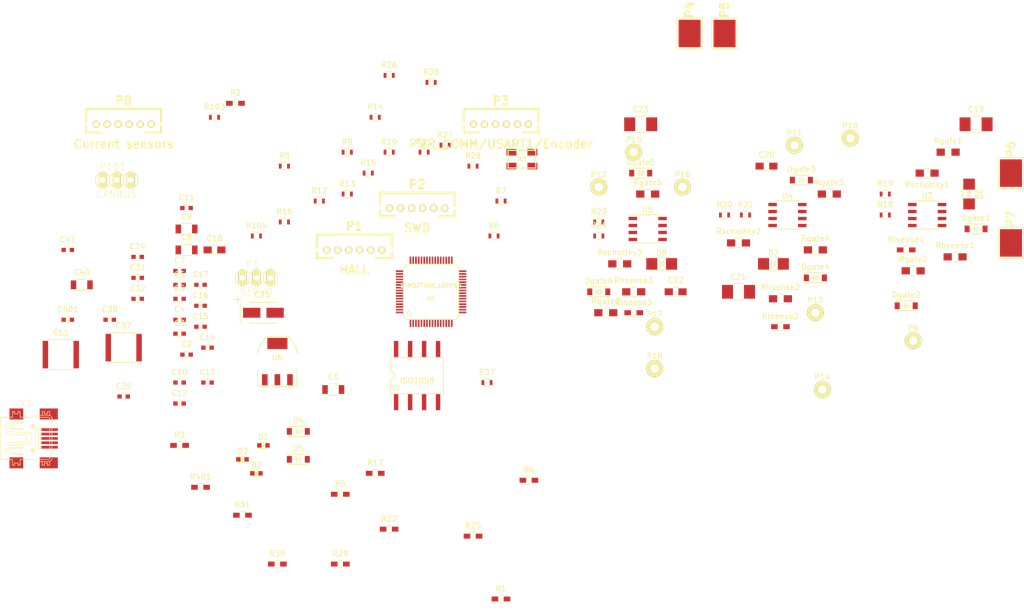
<source format=kicad_pcb>
(kicad_pcb (version 4) (host pcbnew "(2015-08-13 BZR 6090)-product")

  (general
    (links 242)
    (no_connects 242)
    (area 76.651025 57.935 264.076971 159.085)
    (thickness 1.6)
    (drawings 0)
    (tracks 0)
    (zones 0)
    (modules 127)
    (nets 91)
  )

  (page A4)
  (layers
    (0 F.Cu signal)
    (31 B.Cu signal)
    (32 B.Adhes user)
    (33 F.Adhes user)
    (34 B.Paste user)
    (35 F.Paste user)
    (36 B.SilkS user)
    (37 F.SilkS user)
    (38 B.Mask user)
    (39 F.Mask user)
    (40 Dwgs.User user)
    (41 Cmts.User user)
    (42 Eco1.User user)
    (43 Eco2.User user)
    (44 Edge.Cuts user)
    (45 Margin user)
    (46 B.CrtYd user)
    (47 F.CrtYd user)
    (48 B.Fab user)
    (49 F.Fab user)
  )

  (setup
    (last_trace_width 0.25)
    (trace_clearance 0.2)
    (zone_clearance 0.508)
    (zone_45_only no)
    (trace_min 0.2)
    (segment_width 0.2)
    (edge_width 0.15)
    (via_size 0.6)
    (via_drill 0.4)
    (via_min_size 0.4)
    (via_min_drill 0.3)
    (uvia_size 0.3)
    (uvia_drill 0.1)
    (uvias_allowed no)
    (uvia_min_size 0.2)
    (uvia_min_drill 0.1)
    (pcb_text_width 0.3)
    (pcb_text_size 1 1)
    (mod_edge_width 0.15)
    (mod_text_size 1 1)
    (mod_text_width 0.15)
    (pad_size 3.6576 2.032)
    (pad_drill 0.6)
    (pad_to_mask_clearance 0)
    (aux_axis_origin 0 0)
    (visible_elements FFFFF77F)
    (pcbplotparams
      (layerselection 0x00030_80000001)
      (usegerberextensions false)
      (excludeedgelayer true)
      (linewidth 0.100000)
      (plotframeref false)
      (viasonmask false)
      (mode 1)
      (useauxorigin false)
      (hpglpennumber 1)
      (hpglpenspeed 20)
      (hpglpendiameter 15)
      (hpglpenoverlay 2)
      (psnegative false)
      (psa4output false)
      (plotreference true)
      (plotvalue true)
      (plotinvisibletext false)
      (padsonsilk false)
      (subtractmaskfromsilk false)
      (outputformat 1)
      (mirror false)
      (drillshape 1)
      (scaleselection 1)
      (outputdirectory ""))
  )

  (net 0 "")
  (net 1 GND)
  (net 2 V_SUPPLY)
  (net 3 /MCU/AN_IN)
  (net 4 /MCU/SERVO)
  (net 5 /Filters/TEMP_IN)
  (net 6 /Filters/HALL3_OUT)
  (net 7 /Filters/HALL2_OUT)
  (net 8 /Filters/HALL1_OUT)
  (net 9 VCC)
  (net 10 "Net-(C15-Pad1)")
  (net 11 "Net-(C16-Pad1)")
  (net 12 "Net-(C17-Pad1)")
  (net 13 "Net-(C19-Pad1)")
  (net 14 "/Half Bridge Driver U/VS")
  (net 15 "Net-(C21-Pad1)")
  (net 16 "/Half Bridge Driver V/VS")
  (net 17 "Net-(C23-Pad1)")
  (net 18 "/Half Bridge Driver W/VS")
  (net 19 "Net-(C31-Pad2)")
  (net 20 NRST)
  (net 21 "Net-(C38-Pad1)")
  (net 22 /MCU/ADC_TEMP)
  (net 23 "Net-(D1-Pad1)")
  (net 24 "Net-(D2-Pad1)")
  (net 25 "Net-(D3-Pad1)")
  (net 26 "Net-(D4-Pad2)")
  (net 27 "Net-(D5-Pad2)")
  (net 28 "Net-(D6-Pad1)")
  (net 29 "Net-(D7-Pad1)")
  (net 30 "Net-(D8-Pad1)")
  (net 31 "Net-(Dgate1-Pad1)")
  (net 32 "/Half Bridge Driver U/HO")
  (net 33 "Net-(Dgate2-Pad1)")
  (net 34 "/Half Bridge Driver U/LO")
  (net 35 "Net-(Dgate3-Pad1)")
  (net 36 "/Half Bridge Driver V/HO")
  (net 37 "Net-(Dgate4-Pad1)")
  (net 38 "/Half Bridge Driver V/LO")
  (net 39 "Net-(Dgate5-Pad1)")
  (net 40 "/Half Bridge Driver W/HO")
  (net 41 "Net-(Dgate6-Pad1)")
  (net 42 "/Half Bridge Driver W/LO")
  (net 43 "Net-(K1-Pad1)")
  (net 44 /Filters/HALL2_IN)
  (net 45 /Filters/HALL3_IN)
  (net 46 /Filters/HALL1_IN)
  (net 47 SWDIO)
  (net 48 SWCLK)
  (net 49 "Net-(P3-Pad3)")
  (net 50 "Net-(P3-Pad4)")
  (net 51 /MCU/TX_SDA)
  (net 52 /MCU/RX_SCL)
  (net 53 /IF-Current/CURR3_IN)
  (net 54 "Net-(P8-Pad4)")
  (net 55 /IF-Current/V_SUPPLY)
  (net 56 /IF-Current/CURR2_IN)
  (net 57 /IF-Current/CURR1_IN)
  (net 58 "/CAN bus transceiver/CANGND")
  (net 59 "/CAN bus transceiver/CANL")
  (net 60 "/CAN bus transceiver/CANH")
  (net 61 /MCU/USART1_RX)
  (net 62 /MCU/USART1_TX)
  (net 63 /MCU/ADC_EXT)
  (net 64 "Net-(R18-Pad1)")
  (net 65 "/Half Bridge Driver U/DRV_IN")
  (net 66 "Net-(R19-Pad1)")
  (net 67 "/Half Bridge Driver U/DRV_SD")
  (net 68 "Net-(R20-Pad1)")
  (net 69 "/Half Bridge Driver V/DRV_IN")
  (net 70 "Net-(R21-Pad1)")
  (net 71 "/Half Bridge Driver V/DRV_SD")
  (net 72 "Net-(R23-Pad1)")
  (net 73 "/Half Bridge Driver W/DRV_IN")
  (net 74 "Net-(R24-Pad1)")
  (net 75 "/Half Bridge Driver W/DRV_SD")
  (net 76 /MCU/CURR1)
  (net 77 /MCU/CURR2)
  (net 78 /MCU/CURR3)
  (net 79 /MCU/SENSY)
  (net 80 /MCU/SENS1)
  (net 81 /MCU/SENS2)
  (net 82 /MCU/SENS3)
  (net 83 /MCU/LED_GREEN)
  (net 84 /MCU/LED_RED)
  (net 85 /MCU/USB_DM)
  (net 86 "Net-(R103-Pad2)")
  (net 87 /MCU/USB_DP)
  (net 88 "Net-(R104-Pad2)")
  (net 89 "/CAN bus transceiver/CAN_RX")
  (net 90 "/CAN bus transceiver/CAN_TX")

  (net_class Default "Dies ist die voreingestellte Netzklasse."
    (clearance 0.2)
    (trace_width 0.25)
    (via_dia 0.6)
    (via_drill 0.4)
    (uvia_dia 0.3)
    (uvia_drill 0.1)
    (add_net "/CAN bus transceiver/CANGND")
    (add_net "/CAN bus transceiver/CANH")
    (add_net "/CAN bus transceiver/CANL")
    (add_net "/CAN bus transceiver/CAN_RX")
    (add_net "/CAN bus transceiver/CAN_TX")
    (add_net /Filters/HALL1_IN)
    (add_net /Filters/HALL1_OUT)
    (add_net /Filters/HALL2_IN)
    (add_net /Filters/HALL2_OUT)
    (add_net /Filters/HALL3_IN)
    (add_net /Filters/HALL3_OUT)
    (add_net /Filters/TEMP_IN)
    (add_net "/Half Bridge Driver U/DRV_IN")
    (add_net "/Half Bridge Driver U/DRV_SD")
    (add_net "/Half Bridge Driver U/HO")
    (add_net "/Half Bridge Driver U/LO")
    (add_net "/Half Bridge Driver U/VS")
    (add_net "/Half Bridge Driver V/DRV_IN")
    (add_net "/Half Bridge Driver V/DRV_SD")
    (add_net "/Half Bridge Driver V/HO")
    (add_net "/Half Bridge Driver V/LO")
    (add_net "/Half Bridge Driver V/VS")
    (add_net "/Half Bridge Driver W/DRV_IN")
    (add_net "/Half Bridge Driver W/DRV_SD")
    (add_net "/Half Bridge Driver W/HO")
    (add_net "/Half Bridge Driver W/LO")
    (add_net "/Half Bridge Driver W/VS")
    (add_net /IF-Current/CURR1_IN)
    (add_net /IF-Current/CURR2_IN)
    (add_net /IF-Current/CURR3_IN)
    (add_net /IF-Current/V_SUPPLY)
    (add_net /MCU/ADC_EXT)
    (add_net /MCU/ADC_TEMP)
    (add_net /MCU/AN_IN)
    (add_net /MCU/CURR1)
    (add_net /MCU/CURR2)
    (add_net /MCU/CURR3)
    (add_net /MCU/LED_GREEN)
    (add_net /MCU/LED_RED)
    (add_net /MCU/RX_SCL)
    (add_net /MCU/SENS1)
    (add_net /MCU/SENS2)
    (add_net /MCU/SENS3)
    (add_net /MCU/SENSY)
    (add_net /MCU/SERVO)
    (add_net /MCU/TX_SDA)
    (add_net /MCU/USART1_RX)
    (add_net /MCU/USART1_TX)
    (add_net /MCU/USB_DM)
    (add_net /MCU/USB_DP)
    (add_net GND)
    (add_net NRST)
    (add_net "Net-(C15-Pad1)")
    (add_net "Net-(C16-Pad1)")
    (add_net "Net-(C17-Pad1)")
    (add_net "Net-(C19-Pad1)")
    (add_net "Net-(C21-Pad1)")
    (add_net "Net-(C23-Pad1)")
    (add_net "Net-(C31-Pad2)")
    (add_net "Net-(C38-Pad1)")
    (add_net "Net-(D1-Pad1)")
    (add_net "Net-(D2-Pad1)")
    (add_net "Net-(D3-Pad1)")
    (add_net "Net-(D4-Pad2)")
    (add_net "Net-(D5-Pad2)")
    (add_net "Net-(D6-Pad1)")
    (add_net "Net-(D7-Pad1)")
    (add_net "Net-(D8-Pad1)")
    (add_net "Net-(Dgate1-Pad1)")
    (add_net "Net-(Dgate2-Pad1)")
    (add_net "Net-(Dgate3-Pad1)")
    (add_net "Net-(Dgate4-Pad1)")
    (add_net "Net-(Dgate5-Pad1)")
    (add_net "Net-(Dgate6-Pad1)")
    (add_net "Net-(K1-Pad1)")
    (add_net "Net-(P3-Pad3)")
    (add_net "Net-(P3-Pad4)")
    (add_net "Net-(P8-Pad4)")
    (add_net "Net-(R103-Pad2)")
    (add_net "Net-(R104-Pad2)")
    (add_net "Net-(R18-Pad1)")
    (add_net "Net-(R19-Pad1)")
    (add_net "Net-(R20-Pad1)")
    (add_net "Net-(R21-Pad1)")
    (add_net "Net-(R23-Pad1)")
    (add_net "Net-(R24-Pad1)")
    (add_net SWCLK)
    (add_net SWDIO)
    (add_net VCC)
    (add_net V_SUPPLY)
  )

  (module Capacitors_SMD:C_1206 (layer F.Cu) (tedit 5415D7BD) (tstamp 55EA3F54)
    (at 147.32 118.11)
    (descr "Capacitor SMD 1206, reflow soldering, AVX (see smccp.pdf)")
    (tags "capacitor 1206")
    (path /504F83BE/523435A0)
    (attr smd)
    (fp_text reference C1 (at 0 -2.3) (layer F.SilkS)
      (effects (font (size 1 1) (thickness 0.15)))
    )
    (fp_text value 10u,50V (at 0 2.3) (layer F.Fab)
      (effects (font (size 1 1) (thickness 0.15)))
    )
    (fp_line (start -2.3 -1.15) (end 2.3 -1.15) (layer F.CrtYd) (width 0.05))
    (fp_line (start -2.3 1.15) (end 2.3 1.15) (layer F.CrtYd) (width 0.05))
    (fp_line (start -2.3 -1.15) (end -2.3 1.15) (layer F.CrtYd) (width 0.05))
    (fp_line (start 2.3 -1.15) (end 2.3 1.15) (layer F.CrtYd) (width 0.05))
    (fp_line (start 1 -1.025) (end -1 -1.025) (layer F.SilkS) (width 0.15))
    (fp_line (start -1 1.025) (end 1 1.025) (layer F.SilkS) (width 0.15))
    (pad 1 smd rect (at -1.5 0) (size 1 1.6) (layers F.Cu F.Paste F.Mask)
      (net 1 GND))
    (pad 2 smd rect (at 1.5 0) (size 1 1.6) (layers F.Cu F.Paste F.Mask)
      (net 2 V_SUPPLY))
    (model Capacitors_SMD.3dshapes/C_1206.wrl
      (at (xyz 0 0 0))
      (scale (xyz 1 1 1))
      (rotate (xyz 0 0 0))
    )
  )

  (module Capacitors_SMD:C_0603 (layer F.Cu) (tedit 5415D631) (tstamp 55EA3F60)
    (at 120.65 111.76)
    (descr "Capacitor SMD 0603, reflow soldering, AVX (see smccp.pdf)")
    (tags "capacitor 0603")
    (path /522DA0B3)
    (attr smd)
    (fp_text reference C2 (at 0 -1.9) (layer F.SilkS)
      (effects (font (size 1 1) (thickness 0.15)))
    )
    (fp_text value 100n (at 0 1.9) (layer F.Fab)
      (effects (font (size 1 1) (thickness 0.15)))
    )
    (fp_line (start -1.45 -0.75) (end 1.45 -0.75) (layer F.CrtYd) (width 0.05))
    (fp_line (start -1.45 0.75) (end 1.45 0.75) (layer F.CrtYd) (width 0.05))
    (fp_line (start -1.45 -0.75) (end -1.45 0.75) (layer F.CrtYd) (width 0.05))
    (fp_line (start 1.45 -0.75) (end 1.45 0.75) (layer F.CrtYd) (width 0.05))
    (fp_line (start -0.35 -0.6) (end 0.35 -0.6) (layer F.SilkS) (width 0.15))
    (fp_line (start 0.35 0.6) (end -0.35 0.6) (layer F.SilkS) (width 0.15))
    (pad 1 smd rect (at -0.75 0) (size 0.8 0.75) (layers F.Cu F.Paste F.Mask)
      (net 1 GND))
    (pad 2 smd rect (at 0.75 0) (size 0.8 0.75) (layers F.Cu F.Paste F.Mask)
      (net 3 /MCU/AN_IN))
    (model Capacitors_SMD.3dshapes/C_0603.wrl
      (at (xyz 0 0 0))
      (scale (xyz 1 1 1))
      (rotate (xyz 0 0 0))
    )
  )

  (module Capacitors_SMD:C_0603 (layer F.Cu) (tedit 5415D631) (tstamp 55EA3F6C)
    (at 119.38 107.95)
    (descr "Capacitor SMD 0603, reflow soldering, AVX (see smccp.pdf)")
    (tags "capacitor 0603")
    (path /522DA0A7)
    (attr smd)
    (fp_text reference C3 (at 0 -1.9) (layer F.SilkS)
      (effects (font (size 1 1) (thickness 0.15)))
    )
    (fp_text value 100n (at 0 1.9) (layer F.Fab)
      (effects (font (size 1 1) (thickness 0.15)))
    )
    (fp_line (start -1.45 -0.75) (end 1.45 -0.75) (layer F.CrtYd) (width 0.05))
    (fp_line (start -1.45 0.75) (end 1.45 0.75) (layer F.CrtYd) (width 0.05))
    (fp_line (start -1.45 -0.75) (end -1.45 0.75) (layer F.CrtYd) (width 0.05))
    (fp_line (start 1.45 -0.75) (end 1.45 0.75) (layer F.CrtYd) (width 0.05))
    (fp_line (start -0.35 -0.6) (end 0.35 -0.6) (layer F.SilkS) (width 0.15))
    (fp_line (start 0.35 0.6) (end -0.35 0.6) (layer F.SilkS) (width 0.15))
    (pad 1 smd rect (at -0.75 0) (size 0.8 0.75) (layers F.Cu F.Paste F.Mask)
      (net 1 GND))
    (pad 2 smd rect (at 0.75 0) (size 0.8 0.75) (layers F.Cu F.Paste F.Mask)
      (net 4 /MCU/SERVO))
    (model Capacitors_SMD.3dshapes/C_0603.wrl
      (at (xyz 0 0 0))
      (scale (xyz 1 1 1))
      (rotate (xyz 0 0 0))
    )
  )

  (module Capacitors_SMD:C_0603 (layer F.Cu) (tedit 5415D631) (tstamp 55EA3F78)
    (at 119.38 105.41)
    (descr "Capacitor SMD 0603, reflow soldering, AVX (see smccp.pdf)")
    (tags "capacitor 0603")
    (path /53FBA77E/53FBB5CD)
    (attr smd)
    (fp_text reference C4 (at 0 -1.9) (layer F.SilkS)
      (effects (font (size 1 1) (thickness 0.15)))
    )
    (fp_text value 4n7 (at 0 1.9) (layer F.Fab)
      (effects (font (size 1 1) (thickness 0.15)))
    )
    (fp_line (start -1.45 -0.75) (end 1.45 -0.75) (layer F.CrtYd) (width 0.05))
    (fp_line (start -1.45 0.75) (end 1.45 0.75) (layer F.CrtYd) (width 0.05))
    (fp_line (start -1.45 -0.75) (end -1.45 0.75) (layer F.CrtYd) (width 0.05))
    (fp_line (start 1.45 -0.75) (end 1.45 0.75) (layer F.CrtYd) (width 0.05))
    (fp_line (start -0.35 -0.6) (end 0.35 -0.6) (layer F.SilkS) (width 0.15))
    (fp_line (start 0.35 0.6) (end -0.35 0.6) (layer F.SilkS) (width 0.15))
    (pad 1 smd rect (at -0.75 0) (size 0.8 0.75) (layers F.Cu F.Paste F.Mask)
      (net 1 GND))
    (pad 2 smd rect (at 0.75 0) (size 0.8 0.75) (layers F.Cu F.Paste F.Mask)
      (net 5 /Filters/TEMP_IN))
    (model Capacitors_SMD.3dshapes/C_0603.wrl
      (at (xyz 0 0 0))
      (scale (xyz 1 1 1))
      (rotate (xyz 0 0 0))
    )
  )

  (module Capacitors_SMD:C_0603 (layer F.Cu) (tedit 5415D631) (tstamp 55EA3F84)
    (at 119.38 101.6)
    (descr "Capacitor SMD 0603, reflow soldering, AVX (see smccp.pdf)")
    (tags "capacitor 0603")
    (path /53FBA77E/53FBB59D)
    (attr smd)
    (fp_text reference C5 (at 0 -1.9) (layer F.SilkS)
      (effects (font (size 1 1) (thickness 0.15)))
    )
    (fp_text value 4n7 (at 0 1.9) (layer F.Fab)
      (effects (font (size 1 1) (thickness 0.15)))
    )
    (fp_line (start -1.45 -0.75) (end 1.45 -0.75) (layer F.CrtYd) (width 0.05))
    (fp_line (start -1.45 0.75) (end 1.45 0.75) (layer F.CrtYd) (width 0.05))
    (fp_line (start -1.45 -0.75) (end -1.45 0.75) (layer F.CrtYd) (width 0.05))
    (fp_line (start 1.45 -0.75) (end 1.45 0.75) (layer F.CrtYd) (width 0.05))
    (fp_line (start -0.35 -0.6) (end 0.35 -0.6) (layer F.SilkS) (width 0.15))
    (fp_line (start 0.35 0.6) (end -0.35 0.6) (layer F.SilkS) (width 0.15))
    (pad 1 smd rect (at -0.75 0) (size 0.8 0.75) (layers F.Cu F.Paste F.Mask)
      (net 6 /Filters/HALL3_OUT))
    (pad 2 smd rect (at 0.75 0) (size 0.8 0.75) (layers F.Cu F.Paste F.Mask)
      (net 1 GND))
    (model Capacitors_SMD.3dshapes/C_0603.wrl
      (at (xyz 0 0 0))
      (scale (xyz 1 1 1))
      (rotate (xyz 0 0 0))
    )
  )

  (module Capacitors_SMD:C_0603 (layer F.Cu) (tedit 5415D631) (tstamp 55EA3F90)
    (at 119.38 99.06)
    (descr "Capacitor SMD 0603, reflow soldering, AVX (see smccp.pdf)")
    (tags "capacitor 0603")
    (path /53FBA77E/53FBB5A4)
    (attr smd)
    (fp_text reference C6 (at 0 -1.9) (layer F.SilkS)
      (effects (font (size 1 1) (thickness 0.15)))
    )
    (fp_text value 4n7 (at 0 1.9) (layer F.Fab)
      (effects (font (size 1 1) (thickness 0.15)))
    )
    (fp_line (start -1.45 -0.75) (end 1.45 -0.75) (layer F.CrtYd) (width 0.05))
    (fp_line (start -1.45 0.75) (end 1.45 0.75) (layer F.CrtYd) (width 0.05))
    (fp_line (start -1.45 -0.75) (end -1.45 0.75) (layer F.CrtYd) (width 0.05))
    (fp_line (start 1.45 -0.75) (end 1.45 0.75) (layer F.CrtYd) (width 0.05))
    (fp_line (start -0.35 -0.6) (end 0.35 -0.6) (layer F.SilkS) (width 0.15))
    (fp_line (start 0.35 0.6) (end -0.35 0.6) (layer F.SilkS) (width 0.15))
    (pad 1 smd rect (at -0.75 0) (size 0.8 0.75) (layers F.Cu F.Paste F.Mask)
      (net 7 /Filters/HALL2_OUT))
    (pad 2 smd rect (at 0.75 0) (size 0.8 0.75) (layers F.Cu F.Paste F.Mask)
      (net 1 GND))
    (model Capacitors_SMD.3dshapes/C_0603.wrl
      (at (xyz 0 0 0))
      (scale (xyz 1 1 1))
      (rotate (xyz 0 0 0))
    )
  )

  (module Capacitors_SMD:C_0603 (layer F.Cu) (tedit 5415D631) (tstamp 55EA3F9C)
    (at 119.38 96.52)
    (descr "Capacitor SMD 0603, reflow soldering, AVX (see smccp.pdf)")
    (tags "capacitor 0603")
    (path /53FBA77E/53FBB5AB)
    (attr smd)
    (fp_text reference C7 (at 0 -1.9) (layer F.SilkS)
      (effects (font (size 1 1) (thickness 0.15)))
    )
    (fp_text value 4n7 (at 0 1.9) (layer F.Fab)
      (effects (font (size 1 1) (thickness 0.15)))
    )
    (fp_line (start -1.45 -0.75) (end 1.45 -0.75) (layer F.CrtYd) (width 0.05))
    (fp_line (start -1.45 0.75) (end 1.45 0.75) (layer F.CrtYd) (width 0.05))
    (fp_line (start -1.45 -0.75) (end -1.45 0.75) (layer F.CrtYd) (width 0.05))
    (fp_line (start 1.45 -0.75) (end 1.45 0.75) (layer F.CrtYd) (width 0.05))
    (fp_line (start -0.35 -0.6) (end 0.35 -0.6) (layer F.SilkS) (width 0.15))
    (fp_line (start 0.35 0.6) (end -0.35 0.6) (layer F.SilkS) (width 0.15))
    (pad 1 smd rect (at -0.75 0) (size 0.8 0.75) (layers F.Cu F.Paste F.Mask)
      (net 8 /Filters/HALL1_OUT))
    (pad 2 smd rect (at 0.75 0) (size 0.8 0.75) (layers F.Cu F.Paste F.Mask)
      (net 1 GND))
    (model Capacitors_SMD.3dshapes/C_0603.wrl
      (at (xyz 0 0 0))
      (scale (xyz 1 1 1))
      (rotate (xyz 0 0 0))
    )
  )

  (module Capacitors_SMD:C_1206 (layer F.Cu) (tedit 5415D7BD) (tstamp 55EA3FA8)
    (at 120.65 92.71)
    (descr "Capacitor SMD 1206, reflow soldering, AVX (see smccp.pdf)")
    (tags "capacitor 1206")
    (path /504F83BE/53E7AFAD)
    (attr smd)
    (fp_text reference C8 (at 0 -2.3) (layer F.SilkS)
      (effects (font (size 1 1) (thickness 0.15)))
    )
    (fp_text value 10u,50V (at 0 2.3) (layer F.Fab)
      (effects (font (size 1 1) (thickness 0.15)))
    )
    (fp_line (start -2.3 -1.15) (end 2.3 -1.15) (layer F.CrtYd) (width 0.05))
    (fp_line (start -2.3 1.15) (end 2.3 1.15) (layer F.CrtYd) (width 0.05))
    (fp_line (start -2.3 -1.15) (end -2.3 1.15) (layer F.CrtYd) (width 0.05))
    (fp_line (start 2.3 -1.15) (end 2.3 1.15) (layer F.CrtYd) (width 0.05))
    (fp_line (start 1 -1.025) (end -1 -1.025) (layer F.SilkS) (width 0.15))
    (fp_line (start -1 1.025) (end 1 1.025) (layer F.SilkS) (width 0.15))
    (pad 1 smd rect (at -1.5 0) (size 1 1.6) (layers F.Cu F.Paste F.Mask)
      (net 1 GND))
    (pad 2 smd rect (at 1.5 0) (size 1 1.6) (layers F.Cu F.Paste F.Mask)
      (net 2 V_SUPPLY))
    (model Capacitors_SMD.3dshapes/C_1206.wrl
      (at (xyz 0 0 0))
      (scale (xyz 1 1 1))
      (rotate (xyz 0 0 0))
    )
  )

  (module Capacitors_SMD:C_1206 (layer F.Cu) (tedit 5415D7BD) (tstamp 55EA3FB4)
    (at 120.65 88.9)
    (descr "Capacitor SMD 1206, reflow soldering, AVX (see smccp.pdf)")
    (tags "capacitor 1206")
    (path /504F83BE/53E7AFA2)
    (attr smd)
    (fp_text reference C9 (at 0 -2.3) (layer F.SilkS)
      (effects (font (size 1 1) (thickness 0.15)))
    )
    (fp_text value 10u,50V (at 0 2.3) (layer F.Fab)
      (effects (font (size 1 1) (thickness 0.15)))
    )
    (fp_line (start -2.3 -1.15) (end 2.3 -1.15) (layer F.CrtYd) (width 0.05))
    (fp_line (start -2.3 1.15) (end 2.3 1.15) (layer F.CrtYd) (width 0.05))
    (fp_line (start -2.3 -1.15) (end -2.3 1.15) (layer F.CrtYd) (width 0.05))
    (fp_line (start 2.3 -1.15) (end 2.3 1.15) (layer F.CrtYd) (width 0.05))
    (fp_line (start 1 -1.025) (end -1 -1.025) (layer F.SilkS) (width 0.15))
    (fp_line (start -1 1.025) (end 1 1.025) (layer F.SilkS) (width 0.15))
    (pad 1 smd rect (at -1.5 0) (size 1 1.6) (layers F.Cu F.Paste F.Mask)
      (net 1 GND))
    (pad 2 smd rect (at 1.5 0) (size 1 1.6) (layers F.Cu F.Paste F.Mask)
      (net 2 V_SUPPLY))
    (model Capacitors_SMD.3dshapes/C_1206.wrl
      (at (xyz 0 0 0))
      (scale (xyz 1 1 1))
      (rotate (xyz 0 0 0))
    )
  )

  (module Capacitors_SMD:C_0603 (layer F.Cu) (tedit 5415D631) (tstamp 55EA3FC0)
    (at 119.38 116.84)
    (descr "Capacitor SMD 0603, reflow soldering, AVX (see smccp.pdf)")
    (tags "capacitor 0603")
    (path /53F7501A/53F77426)
    (attr smd)
    (fp_text reference C10 (at 0 -1.9) (layer F.SilkS)
      (effects (font (size 1 1) (thickness 0.15)))
    )
    (fp_text value 2.2u (at 0 1.9) (layer F.Fab)
      (effects (font (size 1 1) (thickness 0.15)))
    )
    (fp_line (start -1.45 -0.75) (end 1.45 -0.75) (layer F.CrtYd) (width 0.05))
    (fp_line (start -1.45 0.75) (end 1.45 0.75) (layer F.CrtYd) (width 0.05))
    (fp_line (start -1.45 -0.75) (end -1.45 0.75) (layer F.CrtYd) (width 0.05))
    (fp_line (start 1.45 -0.75) (end 1.45 0.75) (layer F.CrtYd) (width 0.05))
    (fp_line (start -0.35 -0.6) (end 0.35 -0.6) (layer F.SilkS) (width 0.15))
    (fp_line (start 0.35 0.6) (end -0.35 0.6) (layer F.SilkS) (width 0.15))
    (pad 1 smd rect (at -0.75 0) (size 0.8 0.75) (layers F.Cu F.Paste F.Mask)
      (net 1 GND))
    (pad 2 smd rect (at 0.75 0) (size 0.8 0.75) (layers F.Cu F.Paste F.Mask)
      (net 9 VCC))
    (model Capacitors_SMD.3dshapes/C_0603.wrl
      (at (xyz 0 0 0))
      (scale (xyz 1 1 1))
      (rotate (xyz 0 0 0))
    )
  )

  (module Capacitors_SMD:C_0603 (layer F.Cu) (tedit 5415D631) (tstamp 55EA3FCC)
    (at 120.65 85.09)
    (descr "Capacitor SMD 0603, reflow soldering, AVX (see smccp.pdf)")
    (tags "capacitor 0603")
    (path /53F7501A/53F7742D)
    (attr smd)
    (fp_text reference C11 (at 0 -1.9) (layer F.SilkS)
      (effects (font (size 1 1) (thickness 0.15)))
    )
    (fp_text value 2.2u (at 0 1.9) (layer F.Fab)
      (effects (font (size 1 1) (thickness 0.15)))
    )
    (fp_line (start -1.45 -0.75) (end 1.45 -0.75) (layer F.CrtYd) (width 0.05))
    (fp_line (start -1.45 0.75) (end 1.45 0.75) (layer F.CrtYd) (width 0.05))
    (fp_line (start -1.45 -0.75) (end -1.45 0.75) (layer F.CrtYd) (width 0.05))
    (fp_line (start 1.45 -0.75) (end 1.45 0.75) (layer F.CrtYd) (width 0.05))
    (fp_line (start -0.35 -0.6) (end 0.35 -0.6) (layer F.SilkS) (width 0.15))
    (fp_line (start 0.35 0.6) (end -0.35 0.6) (layer F.SilkS) (width 0.15))
    (pad 1 smd rect (at -0.75 0) (size 0.8 0.75) (layers F.Cu F.Paste F.Mask)
      (net 1 GND))
    (pad 2 smd rect (at 0.75 0) (size 0.8 0.75) (layers F.Cu F.Paste F.Mask)
      (net 9 VCC))
    (model Capacitors_SMD.3dshapes/C_0603.wrl
      (at (xyz 0 0 0))
      (scale (xyz 1 1 1))
      (rotate (xyz 0 0 0))
    )
  )

  (module Capacitors_SMD:C_0603 (layer F.Cu) (tedit 5415D631) (tstamp 55EA3FD8)
    (at 119.38 120.65)
    (descr "Capacitor SMD 0603, reflow soldering, AVX (see smccp.pdf)")
    (tags "capacitor 0603")
    (path /53F7501A/53F77447)
    (attr smd)
    (fp_text reference C12 (at 0 -1.9) (layer F.SilkS)
      (effects (font (size 1 1) (thickness 0.15)))
    )
    (fp_text value 2.2u (at 0 1.9) (layer F.Fab)
      (effects (font (size 1 1) (thickness 0.15)))
    )
    (fp_line (start -1.45 -0.75) (end 1.45 -0.75) (layer F.CrtYd) (width 0.05))
    (fp_line (start -1.45 0.75) (end 1.45 0.75) (layer F.CrtYd) (width 0.05))
    (fp_line (start -1.45 -0.75) (end -1.45 0.75) (layer F.CrtYd) (width 0.05))
    (fp_line (start 1.45 -0.75) (end 1.45 0.75) (layer F.CrtYd) (width 0.05))
    (fp_line (start -0.35 -0.6) (end 0.35 -0.6) (layer F.SilkS) (width 0.15))
    (fp_line (start 0.35 0.6) (end -0.35 0.6) (layer F.SilkS) (width 0.15))
    (pad 1 smd rect (at -0.75 0) (size 0.8 0.75) (layers F.Cu F.Paste F.Mask)
      (net 1 GND))
    (pad 2 smd rect (at 0.75 0) (size 0.8 0.75) (layers F.Cu F.Paste F.Mask)
      (net 9 VCC))
    (model Capacitors_SMD.3dshapes/C_0603.wrl
      (at (xyz 0 0 0))
      (scale (xyz 1 1 1))
      (rotate (xyz 0 0 0))
    )
  )

  (module Capacitors_SMD:C_0603 (layer F.Cu) (tedit 5415D631) (tstamp 55EA3FE4)
    (at 124.46 116.84)
    (descr "Capacitor SMD 0603, reflow soldering, AVX (see smccp.pdf)")
    (tags "capacitor 0603")
    (path /53F7501A/53F7744E)
    (attr smd)
    (fp_text reference C13 (at 0 -1.9) (layer F.SilkS)
      (effects (font (size 1 1) (thickness 0.15)))
    )
    (fp_text value 2.2u (at 0 1.9) (layer F.Fab)
      (effects (font (size 1 1) (thickness 0.15)))
    )
    (fp_line (start -1.45 -0.75) (end 1.45 -0.75) (layer F.CrtYd) (width 0.05))
    (fp_line (start -1.45 0.75) (end 1.45 0.75) (layer F.CrtYd) (width 0.05))
    (fp_line (start -1.45 -0.75) (end -1.45 0.75) (layer F.CrtYd) (width 0.05))
    (fp_line (start 1.45 -0.75) (end 1.45 0.75) (layer F.CrtYd) (width 0.05))
    (fp_line (start -0.35 -0.6) (end 0.35 -0.6) (layer F.SilkS) (width 0.15))
    (fp_line (start 0.35 0.6) (end -0.35 0.6) (layer F.SilkS) (width 0.15))
    (pad 1 smd rect (at -0.75 0) (size 0.8 0.75) (layers F.Cu F.Paste F.Mask)
      (net 1 GND))
    (pad 2 smd rect (at 0.75 0) (size 0.8 0.75) (layers F.Cu F.Paste F.Mask)
      (net 9 VCC))
    (model Capacitors_SMD.3dshapes/C_0603.wrl
      (at (xyz 0 0 0))
      (scale (xyz 1 1 1))
      (rotate (xyz 0 0 0))
    )
  )

  (module Capacitors_SMD:C_0603 (layer F.Cu) (tedit 5415D631) (tstamp 55EA3FF0)
    (at 124.46 110.49)
    (descr "Capacitor SMD 0603, reflow soldering, AVX (see smccp.pdf)")
    (tags "capacitor 0603")
    (path /53F7501A/53F77434)
    (attr smd)
    (fp_text reference C14 (at 0 -1.9) (layer F.SilkS)
      (effects (font (size 1 1) (thickness 0.15)))
    )
    (fp_text value 2.2u (at 0 1.9) (layer F.Fab)
      (effects (font (size 1 1) (thickness 0.15)))
    )
    (fp_line (start -1.45 -0.75) (end 1.45 -0.75) (layer F.CrtYd) (width 0.05))
    (fp_line (start -1.45 0.75) (end 1.45 0.75) (layer F.CrtYd) (width 0.05))
    (fp_line (start -1.45 -0.75) (end -1.45 0.75) (layer F.CrtYd) (width 0.05))
    (fp_line (start 1.45 -0.75) (end 1.45 0.75) (layer F.CrtYd) (width 0.05))
    (fp_line (start -0.35 -0.6) (end 0.35 -0.6) (layer F.SilkS) (width 0.15))
    (fp_line (start 0.35 0.6) (end -0.35 0.6) (layer F.SilkS) (width 0.15))
    (pad 1 smd rect (at -0.75 0) (size 0.8 0.75) (layers F.Cu F.Paste F.Mask)
      (net 1 GND))
    (pad 2 smd rect (at 0.75 0) (size 0.8 0.75) (layers F.Cu F.Paste F.Mask)
      (net 9 VCC))
    (model Capacitors_SMD.3dshapes/C_0603.wrl
      (at (xyz 0 0 0))
      (scale (xyz 1 1 1))
      (rotate (xyz 0 0 0))
    )
  )

  (module Capacitors_SMD:C_0603 (layer F.Cu) (tedit 5415D631) (tstamp 55EA3FFC)
    (at 123.19 106.68)
    (descr "Capacitor SMD 0603, reflow soldering, AVX (see smccp.pdf)")
    (tags "capacitor 0603")
    (path /53F7501A/53F757DB)
    (attr smd)
    (fp_text reference C15 (at 0 -1.9) (layer F.SilkS)
      (effects (font (size 1 1) (thickness 0.15)))
    )
    (fp_text value 15p (at 0 1.9) (layer F.Fab)
      (effects (font (size 1 1) (thickness 0.15)))
    )
    (fp_line (start -1.45 -0.75) (end 1.45 -0.75) (layer F.CrtYd) (width 0.05))
    (fp_line (start -1.45 0.75) (end 1.45 0.75) (layer F.CrtYd) (width 0.05))
    (fp_line (start -1.45 -0.75) (end -1.45 0.75) (layer F.CrtYd) (width 0.05))
    (fp_line (start 1.45 -0.75) (end 1.45 0.75) (layer F.CrtYd) (width 0.05))
    (fp_line (start -0.35 -0.6) (end 0.35 -0.6) (layer F.SilkS) (width 0.15))
    (fp_line (start 0.35 0.6) (end -0.35 0.6) (layer F.SilkS) (width 0.15))
    (pad 1 smd rect (at -0.75 0) (size 0.8 0.75) (layers F.Cu F.Paste F.Mask)
      (net 10 "Net-(C15-Pad1)"))
    (pad 2 smd rect (at 0.75 0) (size 0.8 0.75) (layers F.Cu F.Paste F.Mask)
      (net 1 GND))
    (model Capacitors_SMD.3dshapes/C_0603.wrl
      (at (xyz 0 0 0))
      (scale (xyz 1 1 1))
      (rotate (xyz 0 0 0))
    )
  )

  (module Capacitors_SMD:C_0603 (layer F.Cu) (tedit 5415D631) (tstamp 55EA4008)
    (at 123.19 102.87)
    (descr "Capacitor SMD 0603, reflow soldering, AVX (see smccp.pdf)")
    (tags "capacitor 0603")
    (path /53F7501A/53F757B5)
    (attr smd)
    (fp_text reference C16 (at 0 -1.9) (layer F.SilkS)
      (effects (font (size 1 1) (thickness 0.15)))
    )
    (fp_text value 2.2u (at 0 1.9) (layer F.Fab)
      (effects (font (size 1 1) (thickness 0.15)))
    )
    (fp_line (start -1.45 -0.75) (end 1.45 -0.75) (layer F.CrtYd) (width 0.05))
    (fp_line (start -1.45 0.75) (end 1.45 0.75) (layer F.CrtYd) (width 0.05))
    (fp_line (start -1.45 -0.75) (end -1.45 0.75) (layer F.CrtYd) (width 0.05))
    (fp_line (start 1.45 -0.75) (end 1.45 0.75) (layer F.CrtYd) (width 0.05))
    (fp_line (start -0.35 -0.6) (end 0.35 -0.6) (layer F.SilkS) (width 0.15))
    (fp_line (start 0.35 0.6) (end -0.35 0.6) (layer F.SilkS) (width 0.15))
    (pad 1 smd rect (at -0.75 0) (size 0.8 0.75) (layers F.Cu F.Paste F.Mask)
      (net 11 "Net-(C16-Pad1)"))
    (pad 2 smd rect (at 0.75 0) (size 0.8 0.75) (layers F.Cu F.Paste F.Mask)
      (net 1 GND))
    (model Capacitors_SMD.3dshapes/C_0603.wrl
      (at (xyz 0 0 0))
      (scale (xyz 1 1 1))
      (rotate (xyz 0 0 0))
    )
  )

  (module Capacitors_SMD:C_0603 (layer F.Cu) (tedit 5415D631) (tstamp 55EA4014)
    (at 123.19 99.06)
    (descr "Capacitor SMD 0603, reflow soldering, AVX (see smccp.pdf)")
    (tags "capacitor 0603")
    (path /53F7501A/53F757AE)
    (attr smd)
    (fp_text reference C17 (at 0 -1.9) (layer F.SilkS)
      (effects (font (size 1 1) (thickness 0.15)))
    )
    (fp_text value 2.2u (at 0 1.9) (layer F.Fab)
      (effects (font (size 1 1) (thickness 0.15)))
    )
    (fp_line (start -1.45 -0.75) (end 1.45 -0.75) (layer F.CrtYd) (width 0.05))
    (fp_line (start -1.45 0.75) (end 1.45 0.75) (layer F.CrtYd) (width 0.05))
    (fp_line (start -1.45 -0.75) (end -1.45 0.75) (layer F.CrtYd) (width 0.05))
    (fp_line (start 1.45 -0.75) (end 1.45 0.75) (layer F.CrtYd) (width 0.05))
    (fp_line (start -0.35 -0.6) (end 0.35 -0.6) (layer F.SilkS) (width 0.15))
    (fp_line (start 0.35 0.6) (end -0.35 0.6) (layer F.SilkS) (width 0.15))
    (pad 1 smd rect (at -0.75 0) (size 0.8 0.75) (layers F.Cu F.Paste F.Mask)
      (net 12 "Net-(C17-Pad1)"))
    (pad 2 smd rect (at 0.75 0) (size 0.8 0.75) (layers F.Cu F.Paste F.Mask)
      (net 1 GND))
    (model Capacitors_SMD.3dshapes/C_0603.wrl
      (at (xyz 0 0 0))
      (scale (xyz 1 1 1))
      (rotate (xyz 0 0 0))
    )
  )

  (module Capacitors_SMD:C_0805_HandSoldering (layer F.Cu) (tedit 541A9B8D) (tstamp 55EA4020)
    (at 125.73 92.71)
    (descr "Capacitor SMD 0805, hand soldering")
    (tags "capacitor 0805")
    (path /55DB7E47/55DF8D84)
    (attr smd)
    (fp_text reference C18 (at 0 -2.1) (layer F.SilkS)
      (effects (font (size 1 1) (thickness 0.15)))
    )
    (fp_text value 0.47uF (at 0 2.1) (layer F.Fab)
      (effects (font (size 1 1) (thickness 0.15)))
    )
    (fp_line (start -2.3 -1) (end 2.3 -1) (layer F.CrtYd) (width 0.05))
    (fp_line (start -2.3 1) (end 2.3 1) (layer F.CrtYd) (width 0.05))
    (fp_line (start -2.3 -1) (end -2.3 1) (layer F.CrtYd) (width 0.05))
    (fp_line (start 2.3 -1) (end 2.3 1) (layer F.CrtYd) (width 0.05))
    (fp_line (start 0.5 -0.85) (end -0.5 -0.85) (layer F.SilkS) (width 0.15))
    (fp_line (start -0.5 0.85) (end 0.5 0.85) (layer F.SilkS) (width 0.15))
    (pad 1 smd rect (at -1.25 0) (size 1.5 1.25) (layers F.Cu F.Paste F.Mask)
      (net 2 V_SUPPLY))
    (pad 2 smd rect (at 1.25 0) (size 1.5 1.25) (layers F.Cu F.Paste F.Mask)
      (net 1 GND))
    (model Capacitors_SMD.3dshapes/C_0805_HandSoldering.wrl
      (at (xyz 0 0 0))
      (scale (xyz 1 1 1))
      (rotate (xyz 0 0 0))
    )
  )

  (module Capacitors_SMD:C_1210_HandSoldering (layer F.Cu) (tedit 541A9C39) (tstamp 55EA402C)
    (at 264.16 69.85)
    (descr "Capacitor SMD 1210, hand soldering")
    (tags "capacitor 1210")
    (path /55DB7E47/55DF8D4F)
    (attr smd)
    (fp_text reference C19 (at 0 -2.7) (layer F.SilkS)
      (effects (font (size 1 1) (thickness 0.15)))
    )
    (fp_text value 1uF (at 0 2.7) (layer F.Fab)
      (effects (font (size 1 1) (thickness 0.15)))
    )
    (fp_line (start -3.3 -1.6) (end 3.3 -1.6) (layer F.CrtYd) (width 0.05))
    (fp_line (start -3.3 1.6) (end 3.3 1.6) (layer F.CrtYd) (width 0.05))
    (fp_line (start -3.3 -1.6) (end -3.3 1.6) (layer F.CrtYd) (width 0.05))
    (fp_line (start 3.3 -1.6) (end 3.3 1.6) (layer F.CrtYd) (width 0.05))
    (fp_line (start 1 -1.475) (end -1 -1.475) (layer F.SilkS) (width 0.15))
    (fp_line (start -1 1.475) (end 1 1.475) (layer F.SilkS) (width 0.15))
    (pad 1 smd rect (at -2 0) (size 2 2.5) (layers F.Cu F.Paste F.Mask)
      (net 13 "Net-(C19-Pad1)"))
    (pad 2 smd rect (at 2 0) (size 2 2.5) (layers F.Cu F.Paste F.Mask)
      (net 14 "/Half Bridge Driver U/VS"))
    (model Capacitors_SMD.3dshapes/C_1210_HandSoldering.wrl
      (at (xyz 0 0 0))
      (scale (xyz 1 1 1))
      (rotate (xyz 0 0 0))
    )
  )

  (module Capacitors_SMD:C_0805_HandSoldering (layer F.Cu) (tedit 541A9B8D) (tstamp 55EA4038)
    (at 226.06 77.47)
    (descr "Capacitor SMD 0805, hand soldering")
    (tags "capacitor 0805")
    (path /55E631D7/55DF8D84)
    (attr smd)
    (fp_text reference C20 (at 0 -2.1) (layer F.SilkS)
      (effects (font (size 1 1) (thickness 0.15)))
    )
    (fp_text value 0.47uF (at 0 2.1) (layer F.Fab)
      (effects (font (size 1 1) (thickness 0.15)))
    )
    (fp_line (start -2.3 -1) (end 2.3 -1) (layer F.CrtYd) (width 0.05))
    (fp_line (start -2.3 1) (end 2.3 1) (layer F.CrtYd) (width 0.05))
    (fp_line (start -2.3 -1) (end -2.3 1) (layer F.CrtYd) (width 0.05))
    (fp_line (start 2.3 -1) (end 2.3 1) (layer F.CrtYd) (width 0.05))
    (fp_line (start 0.5 -0.85) (end -0.5 -0.85) (layer F.SilkS) (width 0.15))
    (fp_line (start -0.5 0.85) (end 0.5 0.85) (layer F.SilkS) (width 0.15))
    (pad 1 smd rect (at -1.25 0) (size 1.5 1.25) (layers F.Cu F.Paste F.Mask)
      (net 2 V_SUPPLY))
    (pad 2 smd rect (at 1.25 0) (size 1.5 1.25) (layers F.Cu F.Paste F.Mask)
      (net 1 GND))
    (model Capacitors_SMD.3dshapes/C_0805_HandSoldering.wrl
      (at (xyz 0 0 0))
      (scale (xyz 1 1 1))
      (rotate (xyz 0 0 0))
    )
  )

  (module Capacitors_SMD:C_1210_HandSoldering (layer F.Cu) (tedit 541A9C39) (tstamp 55EA4044)
    (at 220.98 100.33)
    (descr "Capacitor SMD 1210, hand soldering")
    (tags "capacitor 1210")
    (path /55E631D7/55DF8D4F)
    (attr smd)
    (fp_text reference C21 (at 0 -2.7) (layer F.SilkS)
      (effects (font (size 1 1) (thickness 0.15)))
    )
    (fp_text value 1uF (at 0 2.7) (layer F.Fab)
      (effects (font (size 1 1) (thickness 0.15)))
    )
    (fp_line (start -3.3 -1.6) (end 3.3 -1.6) (layer F.CrtYd) (width 0.05))
    (fp_line (start -3.3 1.6) (end 3.3 1.6) (layer F.CrtYd) (width 0.05))
    (fp_line (start -3.3 -1.6) (end -3.3 1.6) (layer F.CrtYd) (width 0.05))
    (fp_line (start 3.3 -1.6) (end 3.3 1.6) (layer F.CrtYd) (width 0.05))
    (fp_line (start 1 -1.475) (end -1 -1.475) (layer F.SilkS) (width 0.15))
    (fp_line (start -1 1.475) (end 1 1.475) (layer F.SilkS) (width 0.15))
    (pad 1 smd rect (at -2 0) (size 2 2.5) (layers F.Cu F.Paste F.Mask)
      (net 15 "Net-(C21-Pad1)"))
    (pad 2 smd rect (at 2 0) (size 2 2.5) (layers F.Cu F.Paste F.Mask)
      (net 16 "/Half Bridge Driver V/VS"))
    (model Capacitors_SMD.3dshapes/C_1210_HandSoldering.wrl
      (at (xyz 0 0 0))
      (scale (xyz 1 1 1))
      (rotate (xyz 0 0 0))
    )
  )

  (module Capacitors_SMD:C_0805_HandSoldering (layer F.Cu) (tedit 541A9B8D) (tstamp 55EA4050)
    (at 209.55 100.33)
    (descr "Capacitor SMD 0805, hand soldering")
    (tags "capacitor 0805")
    (path /55E6829E/55DF8D84)
    (attr smd)
    (fp_text reference C22 (at 0 -2.1) (layer F.SilkS)
      (effects (font (size 1 1) (thickness 0.15)))
    )
    (fp_text value 0.47uF (at 0 2.1) (layer F.Fab)
      (effects (font (size 1 1) (thickness 0.15)))
    )
    (fp_line (start -2.3 -1) (end 2.3 -1) (layer F.CrtYd) (width 0.05))
    (fp_line (start -2.3 1) (end 2.3 1) (layer F.CrtYd) (width 0.05))
    (fp_line (start -2.3 -1) (end -2.3 1) (layer F.CrtYd) (width 0.05))
    (fp_line (start 2.3 -1) (end 2.3 1) (layer F.CrtYd) (width 0.05))
    (fp_line (start 0.5 -0.85) (end -0.5 -0.85) (layer F.SilkS) (width 0.15))
    (fp_line (start -0.5 0.85) (end 0.5 0.85) (layer F.SilkS) (width 0.15))
    (pad 1 smd rect (at -1.25 0) (size 1.5 1.25) (layers F.Cu F.Paste F.Mask)
      (net 2 V_SUPPLY))
    (pad 2 smd rect (at 1.25 0) (size 1.5 1.25) (layers F.Cu F.Paste F.Mask)
      (net 1 GND))
    (model Capacitors_SMD.3dshapes/C_0805_HandSoldering.wrl
      (at (xyz 0 0 0))
      (scale (xyz 1 1 1))
      (rotate (xyz 0 0 0))
    )
  )

  (module Capacitors_SMD:C_1210_HandSoldering (layer F.Cu) (tedit 541A9C39) (tstamp 55EA405C)
    (at 203.2 69.85)
    (descr "Capacitor SMD 1210, hand soldering")
    (tags "capacitor 1210")
    (path /55E6829E/55DF8D4F)
    (attr smd)
    (fp_text reference C23 (at 0 -2.7) (layer F.SilkS)
      (effects (font (size 1 1) (thickness 0.15)))
    )
    (fp_text value 1uF (at 0 2.7) (layer F.Fab)
      (effects (font (size 1 1) (thickness 0.15)))
    )
    (fp_line (start -3.3 -1.6) (end 3.3 -1.6) (layer F.CrtYd) (width 0.05))
    (fp_line (start -3.3 1.6) (end 3.3 1.6) (layer F.CrtYd) (width 0.05))
    (fp_line (start -3.3 -1.6) (end -3.3 1.6) (layer F.CrtYd) (width 0.05))
    (fp_line (start 3.3 -1.6) (end 3.3 1.6) (layer F.CrtYd) (width 0.05))
    (fp_line (start 1 -1.475) (end -1 -1.475) (layer F.SilkS) (width 0.15))
    (fp_line (start -1 1.475) (end 1 1.475) (layer F.SilkS) (width 0.15))
    (pad 1 smd rect (at -2 0) (size 2 2.5) (layers F.Cu F.Paste F.Mask)
      (net 17 "Net-(C23-Pad1)"))
    (pad 2 smd rect (at 2 0) (size 2 2.5) (layers F.Cu F.Paste F.Mask)
      (net 18 "/Half Bridge Driver W/VS"))
    (model Capacitors_SMD.3dshapes/C_1210_HandSoldering.wrl
      (at (xyz 0 0 0))
      (scale (xyz 1 1 1))
      (rotate (xyz 0 0 0))
    )
  )

  (module Capacitors_SMD:C_0603 (layer F.Cu) (tedit 5415D631) (tstamp 55EA4068)
    (at 111.76 93.98)
    (descr "Capacitor SMD 0603, reflow soldering, AVX (see smccp.pdf)")
    (tags "capacitor 0603")
    (path /504F83BE/50500B3A)
    (attr smd)
    (fp_text reference C24 (at 0 -1.9) (layer F.SilkS)
      (effects (font (size 1 1) (thickness 0.15)))
    )
    (fp_text value 2.2u (at 0 1.9) (layer F.Fab)
      (effects (font (size 1 1) (thickness 0.15)))
    )
    (fp_line (start -1.45 -0.75) (end 1.45 -0.75) (layer F.CrtYd) (width 0.05))
    (fp_line (start -1.45 0.75) (end 1.45 0.75) (layer F.CrtYd) (width 0.05))
    (fp_line (start -1.45 -0.75) (end -1.45 0.75) (layer F.CrtYd) (width 0.05))
    (fp_line (start 1.45 -0.75) (end 1.45 0.75) (layer F.CrtYd) (width 0.05))
    (fp_line (start -0.35 -0.6) (end 0.35 -0.6) (layer F.SilkS) (width 0.15))
    (fp_line (start 0.35 0.6) (end -0.35 0.6) (layer F.SilkS) (width 0.15))
    (pad 1 smd rect (at -0.75 0) (size 0.8 0.75) (layers F.Cu F.Paste F.Mask)
      (net 9 VCC))
    (pad 2 smd rect (at 0.75 0) (size 0.8 0.75) (layers F.Cu F.Paste F.Mask)
      (net 1 GND))
    (model Capacitors_SMD.3dshapes/C_0603.wrl
      (at (xyz 0 0 0))
      (scale (xyz 1 1 1))
      (rotate (xyz 0 0 0))
    )
  )

  (module Capacitors_Tantalum_SMD:TantalC_SizeB_EIA-3528_HandSoldering (layer F.Cu) (tedit 0) (tstamp 55EA4074)
    (at 134.62 104.14)
    (descr "Tantal Cap. , Size B, EIA-3528, Hand Soldering,")
    (tags "Tantal Cap. , Size B, EIA-3528, Hand Soldering,")
    (path /504F83BE/50500B52)
    (attr smd)
    (fp_text reference C25 (at -0.20066 -3.29946) (layer F.SilkS)
      (effects (font (size 1 1) (thickness 0.15)))
    )
    (fp_text value 100u (at -0.09906 3.59918) (layer F.Fab)
      (effects (font (size 1 1) (thickness 0.15)))
    )
    (fp_text user + (at -4.70154 -2.4003) (layer F.SilkS)
      (effects (font (size 1 1) (thickness 0.15)))
    )
    (fp_line (start -4.20116 -1.89992) (end -4.20116 1.89992) (layer F.SilkS) (width 0.15))
    (fp_line (start 2.49936 -1.89992) (end -2.49936 -1.89992) (layer F.SilkS) (width 0.15))
    (fp_line (start 2.49682 1.89992) (end -2.5019 1.89992) (layer F.SilkS) (width 0.15))
    (fp_line (start -4.70408 -2.90322) (end -4.70408 -1.8034) (layer F.SilkS) (width 0.15))
    (fp_line (start -5.30352 -2.40284) (end -4.10464 -2.40284) (layer F.SilkS) (width 0.15))
    (pad 2 smd rect (at 2.12598 0) (size 3.1496 1.80086) (layers F.Cu F.Paste F.Mask)
      (net 1 GND))
    (pad 1 smd rect (at -2.12598 0) (size 3.1496 1.80086) (layers F.Cu F.Paste F.Mask)
      (net 9 VCC))
    (model Capacitors_Tantalum_SMD.3dshapes/TantalC_SizeB_EIA-3528_HandSoldering.wrl
      (at (xyz 0 0 0))
      (scale (xyz 1 1 1))
      (rotate (xyz 0 0 180))
    )
  )

  (module Capacitors_SMD:C_0603 (layer F.Cu) (tedit 5415D631) (tstamp 55EA4080)
    (at 111.76 97.79)
    (descr "Capacitor SMD 0603, reflow soldering, AVX (see smccp.pdf)")
    (tags "capacitor 0603")
    (path /53F7501A/53F757F8)
    (attr smd)
    (fp_text reference C31 (at 0 -1.9) (layer F.SilkS)
      (effects (font (size 1 1) (thickness 0.15)))
    )
    (fp_text value 2.2u (at 0 1.9) (layer F.Fab)
      (effects (font (size 1 1) (thickness 0.15)))
    )
    (fp_line (start -1.45 -0.75) (end 1.45 -0.75) (layer F.CrtYd) (width 0.05))
    (fp_line (start -1.45 0.75) (end 1.45 0.75) (layer F.CrtYd) (width 0.05))
    (fp_line (start -1.45 -0.75) (end -1.45 0.75) (layer F.CrtYd) (width 0.05))
    (fp_line (start 1.45 -0.75) (end 1.45 0.75) (layer F.CrtYd) (width 0.05))
    (fp_line (start -0.35 -0.6) (end 0.35 -0.6) (layer F.SilkS) (width 0.15))
    (fp_line (start 0.35 0.6) (end -0.35 0.6) (layer F.SilkS) (width 0.15))
    (pad 1 smd rect (at -0.75 0) (size 0.8 0.75) (layers F.Cu F.Paste F.Mask)
      (net 1 GND))
    (pad 2 smd rect (at 0.75 0) (size 0.8 0.75) (layers F.Cu F.Paste F.Mask)
      (net 19 "Net-(C31-Pad2)"))
    (model Capacitors_SMD.3dshapes/C_0603.wrl
      (at (xyz 0 0 0))
      (scale (xyz 1 1 1))
      (rotate (xyz 0 0 0))
    )
  )

  (module Capacitors_SMD:C_0603 (layer F.Cu) (tedit 5415D631) (tstamp 55EA408C)
    (at 111.76 101.6)
    (descr "Capacitor SMD 0603, reflow soldering, AVX (see smccp.pdf)")
    (tags "capacitor 0603")
    (path /53F7501A/53F75896)
    (attr smd)
    (fp_text reference C32 (at 0 -1.9) (layer F.SilkS)
      (effects (font (size 1 1) (thickness 0.15)))
    )
    (fp_text value 100n (at 0 1.9) (layer F.Fab)
      (effects (font (size 1 1) (thickness 0.15)))
    )
    (fp_line (start -1.45 -0.75) (end 1.45 -0.75) (layer F.CrtYd) (width 0.05))
    (fp_line (start -1.45 0.75) (end 1.45 0.75) (layer F.CrtYd) (width 0.05))
    (fp_line (start -1.45 -0.75) (end -1.45 0.75) (layer F.CrtYd) (width 0.05))
    (fp_line (start 1.45 -0.75) (end 1.45 0.75) (layer F.CrtYd) (width 0.05))
    (fp_line (start -0.35 -0.6) (end 0.35 -0.6) (layer F.SilkS) (width 0.15))
    (fp_line (start 0.35 0.6) (end -0.35 0.6) (layer F.SilkS) (width 0.15))
    (pad 1 smd rect (at -0.75 0) (size 0.8 0.75) (layers F.Cu F.Paste F.Mask)
      (net 1 GND))
    (pad 2 smd rect (at 0.75 0) (size 0.8 0.75) (layers F.Cu F.Paste F.Mask)
      (net 20 NRST))
    (model Capacitors_SMD.3dshapes/C_0603.wrl
      (at (xyz 0 0 0))
      (scale (xyz 1 1 1))
      (rotate (xyz 0 0 0))
    )
  )

  (module Capacitors_SMD:C_0603 (layer F.Cu) (tedit 5415D631) (tstamp 55EA4098)
    (at 109.22 119.38)
    (descr "Capacitor SMD 0603, reflow soldering, AVX (see smccp.pdf)")
    (tags "capacitor 0603")
    (path /53F7501A/53F757FF)
    (attr smd)
    (fp_text reference C35 (at 0 -1.9) (layer F.SilkS)
      (effects (font (size 1 1) (thickness 0.15)))
    )
    (fp_text value 2.2u (at 0 1.9) (layer F.Fab)
      (effects (font (size 1 1) (thickness 0.15)))
    )
    (fp_line (start -1.45 -0.75) (end 1.45 -0.75) (layer F.CrtYd) (width 0.05))
    (fp_line (start -1.45 0.75) (end 1.45 0.75) (layer F.CrtYd) (width 0.05))
    (fp_line (start -1.45 -0.75) (end -1.45 0.75) (layer F.CrtYd) (width 0.05))
    (fp_line (start 1.45 -0.75) (end 1.45 0.75) (layer F.CrtYd) (width 0.05))
    (fp_line (start -0.35 -0.6) (end 0.35 -0.6) (layer F.SilkS) (width 0.15))
    (fp_line (start 0.35 0.6) (end -0.35 0.6) (layer F.SilkS) (width 0.15))
    (pad 1 smd rect (at -0.75 0) (size 0.8 0.75) (layers F.Cu F.Paste F.Mask)
      (net 1 GND))
    (pad 2 smd rect (at 0.75 0) (size 0.8 0.75) (layers F.Cu F.Paste F.Mask)
      (net 19 "Net-(C31-Pad2)"))
    (model Capacitors_SMD.3dshapes/C_0603.wrl
      (at (xyz 0 0 0))
      (scale (xyz 1 1 1))
      (rotate (xyz 0 0 0))
    )
  )

  (module Capacitors_SMD:C_2220 (layer F.Cu) (tedit 5415D95B) (tstamp 55EA40A4)
    (at 109.22 110.49)
    (descr "Capacitor SMD 2220, reflow soldering, AVX (see smccp.pdf)")
    (tags "capacitor 2220")
    (path /504F83BE/523435AB)
    (attr smd)
    (fp_text reference C37 (at 0 -4) (layer F.SilkS)
      (effects (font (size 1 1) (thickness 0.15)))
    )
    (fp_text value 15u,100V (at 0 4) (layer F.Fab)
      (effects (font (size 1 1) (thickness 0.15)))
    )
    (fp_line (start -3.6 -2.85) (end 3.6 -2.85) (layer F.CrtYd) (width 0.05))
    (fp_line (start -3.6 2.85) (end 3.6 2.85) (layer F.CrtYd) (width 0.05))
    (fp_line (start -3.6 -2.85) (end -3.6 2.85) (layer F.CrtYd) (width 0.05))
    (fp_line (start 3.6 -2.85) (end 3.6 2.85) (layer F.CrtYd) (width 0.05))
    (fp_line (start 2.3 -2.725) (end -2.3 -2.725) (layer F.SilkS) (width 0.15))
    (fp_line (start -2.3 2.725) (end 2.3 2.725) (layer F.SilkS) (width 0.15))
    (pad 1 smd rect (at -2.8 0) (size 1 5) (layers F.Cu F.Paste F.Mask)
      (net 1 GND))
    (pad 2 smd rect (at 2.8 0) (size 1 5) (layers F.Cu F.Paste F.Mask)
      (net 2 V_SUPPLY))
    (model Capacitors_SMD.3dshapes/C_2220.wrl
      (at (xyz 0 0 0))
      (scale (xyz 1 1 1))
      (rotate (xyz 0 0 0))
    )
  )

  (module Capacitors_SMD:C_0603 (layer F.Cu) (tedit 5415D631) (tstamp 55EA40B0)
    (at 106.68 105.41)
    (descr "Capacitor SMD 0603, reflow soldering, AVX (see smccp.pdf)")
    (tags "capacitor 0603")
    (path /53F7501A/53F757E2)
    (attr smd)
    (fp_text reference C38 (at 0 -1.9) (layer F.SilkS)
      (effects (font (size 1 1) (thickness 0.15)))
    )
    (fp_text value 15p (at 0 1.9) (layer F.Fab)
      (effects (font (size 1 1) (thickness 0.15)))
    )
    (fp_line (start -1.45 -0.75) (end 1.45 -0.75) (layer F.CrtYd) (width 0.05))
    (fp_line (start -1.45 0.75) (end 1.45 0.75) (layer F.CrtYd) (width 0.05))
    (fp_line (start -1.45 -0.75) (end -1.45 0.75) (layer F.CrtYd) (width 0.05))
    (fp_line (start 1.45 -0.75) (end 1.45 0.75) (layer F.CrtYd) (width 0.05))
    (fp_line (start -0.35 -0.6) (end 0.35 -0.6) (layer F.SilkS) (width 0.15))
    (fp_line (start 0.35 0.6) (end -0.35 0.6) (layer F.SilkS) (width 0.15))
    (pad 1 smd rect (at -0.75 0) (size 0.8 0.75) (layers F.Cu F.Paste F.Mask)
      (net 21 "Net-(C38-Pad1)"))
    (pad 2 smd rect (at 0.75 0) (size 0.8 0.75) (layers F.Cu F.Paste F.Mask)
      (net 1 GND))
    (model Capacitors_SMD.3dshapes/C_0603.wrl
      (at (xyz 0 0 0))
      (scale (xyz 1 1 1))
      (rotate (xyz 0 0 0))
    )
  )

  (module Capacitors_SMD:C_1206 (layer F.Cu) (tedit 5415D7BD) (tstamp 55EA40BC)
    (at 101.6 99.06)
    (descr "Capacitor SMD 1206, reflow soldering, AVX (see smccp.pdf)")
    (tags "capacitor 1206")
    (path /504F83BE/53E7AF97)
    (attr smd)
    (fp_text reference C40 (at 0 -2.3) (layer F.SilkS)
      (effects (font (size 1 1) (thickness 0.15)))
    )
    (fp_text value 10u,50V (at 0 2.3) (layer F.Fab)
      (effects (font (size 1 1) (thickness 0.15)))
    )
    (fp_line (start -2.3 -1.15) (end 2.3 -1.15) (layer F.CrtYd) (width 0.05))
    (fp_line (start -2.3 1.15) (end 2.3 1.15) (layer F.CrtYd) (width 0.05))
    (fp_line (start -2.3 -1.15) (end -2.3 1.15) (layer F.CrtYd) (width 0.05))
    (fp_line (start 2.3 -1.15) (end 2.3 1.15) (layer F.CrtYd) (width 0.05))
    (fp_line (start 1 -1.025) (end -1 -1.025) (layer F.SilkS) (width 0.15))
    (fp_line (start -1 1.025) (end 1 1.025) (layer F.SilkS) (width 0.15))
    (pad 1 smd rect (at -1.5 0) (size 1 1.6) (layers F.Cu F.Paste F.Mask)
      (net 1 GND))
    (pad 2 smd rect (at 1.5 0) (size 1 1.6) (layers F.Cu F.Paste F.Mask)
      (net 2 V_SUPPLY))
    (model Capacitors_SMD.3dshapes/C_1206.wrl
      (at (xyz 0 0 0))
      (scale (xyz 1 1 1))
      (rotate (xyz 0 0 0))
    )
  )

  (module Capacitors_SMD:C_0603 (layer F.Cu) (tedit 5415D631) (tstamp 55EA40C8)
    (at 99.06 92.71)
    (descr "Capacitor SMD 0603, reflow soldering, AVX (see smccp.pdf)")
    (tags "capacitor 0603")
    (path /53FFB3E2/5426DADD)
    (attr smd)
    (fp_text reference C41 (at 0 -1.9) (layer F.SilkS)
      (effects (font (size 1 1) (thickness 0.15)))
    )
    (fp_text value 2.2u (at 0 1.9) (layer F.Fab)
      (effects (font (size 1 1) (thickness 0.15)))
    )
    (fp_line (start -1.45 -0.75) (end 1.45 -0.75) (layer F.CrtYd) (width 0.05))
    (fp_line (start -1.45 0.75) (end 1.45 0.75) (layer F.CrtYd) (width 0.05))
    (fp_line (start -1.45 -0.75) (end -1.45 0.75) (layer F.CrtYd) (width 0.05))
    (fp_line (start 1.45 -0.75) (end 1.45 0.75) (layer F.CrtYd) (width 0.05))
    (fp_line (start -0.35 -0.6) (end 0.35 -0.6) (layer F.SilkS) (width 0.15))
    (fp_line (start 0.35 0.6) (end -0.35 0.6) (layer F.SilkS) (width 0.15))
    (pad 1 smd rect (at -0.75 0) (size 0.8 0.75) (layers F.Cu F.Paste F.Mask)
      (net 22 /MCU/ADC_TEMP))
    (pad 2 smd rect (at 0.75 0) (size 0.8 0.75) (layers F.Cu F.Paste F.Mask)
      (net 1 GND))
    (model Capacitors_SMD.3dshapes/C_0603.wrl
      (at (xyz 0 0 0))
      (scale (xyz 1 1 1))
      (rotate (xyz 0 0 0))
    )
  )

  (module Capacitors_SMD:C_2220 (layer F.Cu) (tedit 5415D95B) (tstamp 55EA40D4)
    (at 97.79 111.76)
    (descr "Capacitor SMD 2220, reflow soldering, AVX (see smccp.pdf)")
    (tags "capacitor 2220")
    (path /504F83BE/51094370)
    (attr smd)
    (fp_text reference C51 (at 0 -4) (layer F.SilkS)
      (effects (font (size 1 1) (thickness 0.15)))
    )
    (fp_text value "15u, 100v" (at 0 4) (layer F.Fab)
      (effects (font (size 1 1) (thickness 0.15)))
    )
    (fp_line (start -3.6 -2.85) (end 3.6 -2.85) (layer F.CrtYd) (width 0.05))
    (fp_line (start -3.6 2.85) (end 3.6 2.85) (layer F.CrtYd) (width 0.05))
    (fp_line (start -3.6 -2.85) (end -3.6 2.85) (layer F.CrtYd) (width 0.05))
    (fp_line (start 3.6 -2.85) (end 3.6 2.85) (layer F.CrtYd) (width 0.05))
    (fp_line (start 2.3 -2.725) (end -2.3 -2.725) (layer F.SilkS) (width 0.15))
    (fp_line (start -2.3 2.725) (end 2.3 2.725) (layer F.SilkS) (width 0.15))
    (pad 1 smd rect (at -2.8 0) (size 1 5) (layers F.Cu F.Paste F.Mask)
      (net 1 GND))
    (pad 2 smd rect (at 2.8 0) (size 1 5) (layers F.Cu F.Paste F.Mask)
      (net 2 V_SUPPLY))
    (model Capacitors_SMD.3dshapes/C_2220.wrl
      (at (xyz 0 0 0))
      (scale (xyz 1 1 1))
      (rotate (xyz 0 0 0))
    )
  )

  (module Capacitors_SMD:C_0603 (layer F.Cu) (tedit 5415D631) (tstamp 55EA40E0)
    (at 99.06 105.41)
    (descr "Capacitor SMD 0603, reflow soldering, AVX (see smccp.pdf)")
    (tags "capacitor 0603")
    (path /53FFB6E1/53F59FA3)
    (attr smd)
    (fp_text reference C401 (at 0 -1.9) (layer F.SilkS)
      (effects (font (size 1 1) (thickness 0.15)))
    )
    (fp_text value 2.2u (at 0 1.9) (layer F.Fab)
      (effects (font (size 1 1) (thickness 0.15)))
    )
    (fp_line (start -1.45 -0.75) (end 1.45 -0.75) (layer F.CrtYd) (width 0.05))
    (fp_line (start -1.45 0.75) (end 1.45 0.75) (layer F.CrtYd) (width 0.05))
    (fp_line (start -1.45 -0.75) (end -1.45 0.75) (layer F.CrtYd) (width 0.05))
    (fp_line (start 1.45 -0.75) (end 1.45 0.75) (layer F.CrtYd) (width 0.05))
    (fp_line (start -0.35 -0.6) (end 0.35 -0.6) (layer F.SilkS) (width 0.15))
    (fp_line (start 0.35 0.6) (end -0.35 0.6) (layer F.SilkS) (width 0.15))
    (pad 1 smd rect (at -0.75 0) (size 0.8 0.75) (layers F.Cu F.Paste F.Mask)
      (net 9 VCC))
    (pad 2 smd rect (at 0.75 0) (size 0.8 0.75) (layers F.Cu F.Paste F.Mask)
      (net 1 GND))
    (model Capacitors_SMD.3dshapes/C_0603.wrl
      (at (xyz 0 0 0))
      (scale (xyz 1 1 1))
      (rotate (xyz 0 0 0))
    )
  )

  (module LEDs:LED-0603 (layer F.Cu) (tedit 55BDE255) (tstamp 55EA40F1)
    (at 134.62 128.27)
    (descr "LED 0603 smd package")
    (tags "LED led 0603 SMD smd SMT smt smdled SMDLED smtled SMTLED")
    (path /53FC1313)
    (attr smd)
    (fp_text reference D1 (at 0 -1.5) (layer F.SilkS)
      (effects (font (size 1 1) (thickness 0.15)))
    )
    (fp_text value GREEN (at 0 1.5) (layer F.Fab)
      (effects (font (size 1 1) (thickness 0.15)))
    )
    (fp_line (start -1.1 0.55) (end 0.8 0.55) (layer F.SilkS) (width 0.15))
    (fp_line (start -1.1 -0.55) (end 0.8 -0.55) (layer F.SilkS) (width 0.15))
    (fp_line (start -0.2 0) (end 0.25 0) (layer F.SilkS) (width 0.15))
    (fp_line (start -0.25 -0.25) (end -0.25 0.25) (layer F.SilkS) (width 0.15))
    (fp_line (start -0.25 0) (end 0 -0.25) (layer F.SilkS) (width 0.15))
    (fp_line (start 0 -0.25) (end 0 0.25) (layer F.SilkS) (width 0.15))
    (fp_line (start 0 0.25) (end -0.25 0) (layer F.SilkS) (width 0.15))
    (fp_line (start 1.4 -0.75) (end 1.4 0.75) (layer F.CrtYd) (width 0.05))
    (fp_line (start 1.4 0.75) (end -1.4 0.75) (layer F.CrtYd) (width 0.05))
    (fp_line (start -1.4 0.75) (end -1.4 -0.75) (layer F.CrtYd) (width 0.05))
    (fp_line (start -1.4 -0.75) (end 1.4 -0.75) (layer F.CrtYd) (width 0.05))
    (pad 2 smd rect (at 0.7493 0 180) (size 0.79756 0.79756) (layers F.Cu F.Paste F.Mask)
      (net 1 GND))
    (pad 1 smd rect (at -0.7493 0 180) (size 0.79756 0.79756) (layers F.Cu F.Paste F.Mask)
      (net 23 "Net-(D1-Pad1)"))
  )

  (module LEDs:LED-0603 (layer F.Cu) (tedit 55BDE255) (tstamp 55EA4102)
    (at 133.35 133.35)
    (descr "LED 0603 smd package")
    (tags "LED led 0603 SMD smd SMT smt smdled SMDLED smtled SMTLED")
    (path /53FC0212)
    (attr smd)
    (fp_text reference D2 (at 0 -1.5) (layer F.SilkS)
      (effects (font (size 1 1) (thickness 0.15)))
    )
    (fp_text value RED (at 0 1.5) (layer F.Fab)
      (effects (font (size 1 1) (thickness 0.15)))
    )
    (fp_line (start -1.1 0.55) (end 0.8 0.55) (layer F.SilkS) (width 0.15))
    (fp_line (start -1.1 -0.55) (end 0.8 -0.55) (layer F.SilkS) (width 0.15))
    (fp_line (start -0.2 0) (end 0.25 0) (layer F.SilkS) (width 0.15))
    (fp_line (start -0.25 -0.25) (end -0.25 0.25) (layer F.SilkS) (width 0.15))
    (fp_line (start -0.25 0) (end 0 -0.25) (layer F.SilkS) (width 0.15))
    (fp_line (start 0 -0.25) (end 0 0.25) (layer F.SilkS) (width 0.15))
    (fp_line (start 0 0.25) (end -0.25 0) (layer F.SilkS) (width 0.15))
    (fp_line (start 1.4 -0.75) (end 1.4 0.75) (layer F.CrtYd) (width 0.05))
    (fp_line (start 1.4 0.75) (end -1.4 0.75) (layer F.CrtYd) (width 0.05))
    (fp_line (start -1.4 0.75) (end -1.4 -0.75) (layer F.CrtYd) (width 0.05))
    (fp_line (start -1.4 -0.75) (end 1.4 -0.75) (layer F.CrtYd) (width 0.05))
    (pad 2 smd rect (at 0.7493 0 180) (size 0.79756 0.79756) (layers F.Cu F.Paste F.Mask)
      (net 1 GND))
    (pad 1 smd rect (at -0.7493 0 180) (size 0.79756 0.79756) (layers F.Cu F.Paste F.Mask)
      (net 24 "Net-(D2-Pad1)"))
  )

  (module LEDs:LED-0603 (layer F.Cu) (tedit 55BDE255) (tstamp 55EA4113)
    (at 130.81 130.81)
    (descr "LED 0603 smd package")
    (tags "LED led 0603 SMD smd SMT smt smdled SMDLED smtled SMTLED")
    (path /53FC6A60)
    (attr smd)
    (fp_text reference D3 (at 0 -1.5) (layer F.SilkS)
      (effects (font (size 1 1) (thickness 0.15)))
    )
    (fp_text value LED (at 0 1.5) (layer F.Fab)
      (effects (font (size 1 1) (thickness 0.15)))
    )
    (fp_line (start -1.1 0.55) (end 0.8 0.55) (layer F.SilkS) (width 0.15))
    (fp_line (start -1.1 -0.55) (end 0.8 -0.55) (layer F.SilkS) (width 0.15))
    (fp_line (start -0.2 0) (end 0.25 0) (layer F.SilkS) (width 0.15))
    (fp_line (start -0.25 -0.25) (end -0.25 0.25) (layer F.SilkS) (width 0.15))
    (fp_line (start -0.25 0) (end 0 -0.25) (layer F.SilkS) (width 0.15))
    (fp_line (start 0 -0.25) (end 0 0.25) (layer F.SilkS) (width 0.15))
    (fp_line (start 0 0.25) (end -0.25 0) (layer F.SilkS) (width 0.15))
    (fp_line (start 1.4 -0.75) (end 1.4 0.75) (layer F.CrtYd) (width 0.05))
    (fp_line (start 1.4 0.75) (end -1.4 0.75) (layer F.CrtYd) (width 0.05))
    (fp_line (start -1.4 0.75) (end -1.4 -0.75) (layer F.CrtYd) (width 0.05))
    (fp_line (start -1.4 -0.75) (end 1.4 -0.75) (layer F.CrtYd) (width 0.05))
    (pad 2 smd rect (at 0.7493 0 180) (size 0.79756 0.79756) (layers F.Cu F.Paste F.Mask)
      (net 1 GND))
    (pad 1 smd rect (at -0.7493 0 180) (size 0.79756 0.79756) (layers F.Cu F.Paste F.Mask)
      (net 25 "Net-(D3-Pad1)"))
  )

  (module Diodes_SMD:SOD-123 (layer F.Cu) (tedit 5530FCB9) (tstamp 55EA4125)
    (at 140.97 125.73)
    (descr SOD-123)
    (tags SOD-123)
    (path /55DFBB15)
    (attr smd)
    (fp_text reference D4 (at 0 -2) (layer F.SilkS)
      (effects (font (size 1 1) (thickness 0.15)))
    )
    (fp_text value BAT46WH (at 0 2.1) (layer F.Fab)
      (effects (font (size 1 1) (thickness 0.15)))
    )
    (fp_line (start 0.3175 0) (end 0.6985 0) (layer F.SilkS) (width 0.15))
    (fp_line (start -0.6985 0) (end -0.3175 0) (layer F.SilkS) (width 0.15))
    (fp_line (start -0.3175 0) (end 0.3175 -0.381) (layer F.SilkS) (width 0.15))
    (fp_line (start 0.3175 -0.381) (end 0.3175 0.381) (layer F.SilkS) (width 0.15))
    (fp_line (start 0.3175 0.381) (end -0.3175 0) (layer F.SilkS) (width 0.15))
    (fp_line (start -0.3175 -0.508) (end -0.3175 0.508) (layer F.SilkS) (width 0.15))
    (fp_line (start -2.25 -1.05) (end 2.25 -1.05) (layer F.CrtYd) (width 0.05))
    (fp_line (start 2.25 -1.05) (end 2.25 1.05) (layer F.CrtYd) (width 0.05))
    (fp_line (start 2.25 1.05) (end -2.25 1.05) (layer F.CrtYd) (width 0.05))
    (fp_line (start -2.25 -1.05) (end -2.25 1.05) (layer F.CrtYd) (width 0.05))
    (fp_line (start -2 0.9) (end 1.54 0.9) (layer F.SilkS) (width 0.15))
    (fp_line (start -2 -0.9) (end 1.54 -0.9) (layer F.SilkS) (width 0.15))
    (pad 1 smd rect (at -1.635 0) (size 0.91 1.22) (layers F.Cu F.Paste F.Mask)
      (net 2 V_SUPPLY))
    (pad 2 smd rect (at 1.635 0) (size 0.91 1.22) (layers F.Cu F.Paste F.Mask)
      (net 26 "Net-(D4-Pad2)"))
  )

  (module Diodes_SMD:SOD-123 (layer F.Cu) (tedit 5530FCB9) (tstamp 55EA4137)
    (at 140.97 130.81)
    (descr SOD-123)
    (tags SOD-123)
    (path /55E1B941)
    (attr smd)
    (fp_text reference D5 (at 0 -2) (layer F.SilkS)
      (effects (font (size 1 1) (thickness 0.15)))
    )
    (fp_text value BAT46WH (at 0 2.1) (layer F.Fab)
      (effects (font (size 1 1) (thickness 0.15)))
    )
    (fp_line (start 0.3175 0) (end 0.6985 0) (layer F.SilkS) (width 0.15))
    (fp_line (start -0.6985 0) (end -0.3175 0) (layer F.SilkS) (width 0.15))
    (fp_line (start -0.3175 0) (end 0.3175 -0.381) (layer F.SilkS) (width 0.15))
    (fp_line (start 0.3175 -0.381) (end 0.3175 0.381) (layer F.SilkS) (width 0.15))
    (fp_line (start 0.3175 0.381) (end -0.3175 0) (layer F.SilkS) (width 0.15))
    (fp_line (start -0.3175 -0.508) (end -0.3175 0.508) (layer F.SilkS) (width 0.15))
    (fp_line (start -2.25 -1.05) (end 2.25 -1.05) (layer F.CrtYd) (width 0.05))
    (fp_line (start 2.25 -1.05) (end 2.25 1.05) (layer F.CrtYd) (width 0.05))
    (fp_line (start 2.25 1.05) (end -2.25 1.05) (layer F.CrtYd) (width 0.05))
    (fp_line (start -2.25 -1.05) (end -2.25 1.05) (layer F.CrtYd) (width 0.05))
    (fp_line (start -2 0.9) (end 1.54 0.9) (layer F.SilkS) (width 0.15))
    (fp_line (start -2 -0.9) (end 1.54 -0.9) (layer F.SilkS) (width 0.15))
    (pad 1 smd rect (at -1.635 0) (size 0.91 1.22) (layers F.Cu F.Paste F.Mask)
      (net 2 V_SUPPLY))
    (pad 2 smd rect (at 1.635 0) (size 0.91 1.22) (layers F.Cu F.Paste F.Mask)
      (net 27 "Net-(D5-Pad2)"))
  )

  (module FootprintsBLDC:DO-214AC_SOD-123 (layer F.Cu) (tedit 55E77F27) (tstamp 55EA4149)
    (at 262.89 82.55 270)
    (descr DO-214AC_SOD-123)
    (tags SOD-123)
    (path /55DB7E47/55DE445F)
    (attr smd)
    (fp_text reference D6 (at 0 -2 270) (layer F.SilkS)
      (effects (font (size 1 1) (thickness 0.15)))
    )
    (fp_text value D_Schottky (at 0 2.1 270) (layer F.Fab)
      (effects (font (size 1 1) (thickness 0.15)))
    )
    (fp_line (start 0.3175 0) (end 0.6985 0) (layer F.SilkS) (width 0.15))
    (fp_line (start -0.6985 0) (end -0.3175 0) (layer F.SilkS) (width 0.15))
    (fp_line (start -0.3175 0) (end 0.3175 -0.381) (layer F.SilkS) (width 0.15))
    (fp_line (start 0.3175 -0.381) (end 0.3175 0.381) (layer F.SilkS) (width 0.15))
    (fp_line (start 0.3175 0.381) (end -0.3175 0) (layer F.SilkS) (width 0.15))
    (fp_line (start -0.3175 -0.508) (end -0.3175 0.508) (layer F.SilkS) (width 0.15))
    (fp_line (start -2.8 -1.46) (end 2.8 -1.46) (layer F.CrtYd) (width 0.05))
    (fp_line (start 2.8 -1.46) (end 2.8 1.46) (layer F.CrtYd) (width 0.05))
    (fp_line (start 2.8 1.46) (end -2.8 1.46) (layer F.CrtYd) (width 0.05))
    (fp_line (start -2.8 -1.46) (end -2.8 1.46) (layer F.CrtYd) (width 0.05))
    (fp_line (start -2 1.2) (end 1.54 1.2) (layer F.SilkS) (width 0.15))
    (fp_line (start -2 -1.2) (end 1.54 -1.2) (layer F.SilkS) (width 0.15))
    (pad 1 smd rect (at -1.8 0 270) (size 2 2.1) (layers F.Cu F.Paste F.Mask)
      (net 28 "Net-(D6-Pad1)"))
    (pad 2 smd rect (at 1.8 0 270) (size 2 2.1) (layers F.Cu F.Paste F.Mask)
      (net 2 V_SUPPLY))
  )

  (module FootprintsBLDC:DO-214AC_SOD-123 (layer F.Cu) (tedit 55E77F27) (tstamp 55EA415B)
    (at 227.33 95.25)
    (descr DO-214AC_SOD-123)
    (tags SOD-123)
    (path /55E631D7/55DE445F)
    (attr smd)
    (fp_text reference D7 (at 0 -2) (layer F.SilkS)
      (effects (font (size 1 1) (thickness 0.15)))
    )
    (fp_text value D_Schottky (at 0 2.1) (layer F.Fab)
      (effects (font (size 1 1) (thickness 0.15)))
    )
    (fp_line (start 0.3175 0) (end 0.6985 0) (layer F.SilkS) (width 0.15))
    (fp_line (start -0.6985 0) (end -0.3175 0) (layer F.SilkS) (width 0.15))
    (fp_line (start -0.3175 0) (end 0.3175 -0.381) (layer F.SilkS) (width 0.15))
    (fp_line (start 0.3175 -0.381) (end 0.3175 0.381) (layer F.SilkS) (width 0.15))
    (fp_line (start 0.3175 0.381) (end -0.3175 0) (layer F.SilkS) (width 0.15))
    (fp_line (start -0.3175 -0.508) (end -0.3175 0.508) (layer F.SilkS) (width 0.15))
    (fp_line (start -2.8 -1.46) (end 2.8 -1.46) (layer F.CrtYd) (width 0.05))
    (fp_line (start 2.8 -1.46) (end 2.8 1.46) (layer F.CrtYd) (width 0.05))
    (fp_line (start 2.8 1.46) (end -2.8 1.46) (layer F.CrtYd) (width 0.05))
    (fp_line (start -2.8 -1.46) (end -2.8 1.46) (layer F.CrtYd) (width 0.05))
    (fp_line (start -2 1.2) (end 1.54 1.2) (layer F.SilkS) (width 0.15))
    (fp_line (start -2 -1.2) (end 1.54 -1.2) (layer F.SilkS) (width 0.15))
    (pad 1 smd rect (at -1.8 0) (size 2 2.1) (layers F.Cu F.Paste F.Mask)
      (net 29 "Net-(D7-Pad1)"))
    (pad 2 smd rect (at 1.8 0) (size 2 2.1) (layers F.Cu F.Paste F.Mask)
      (net 2 V_SUPPLY))
  )

  (module FootprintsBLDC:DO-214AC_SOD-123 (layer F.Cu) (tedit 55E77F27) (tstamp 55EA416D)
    (at 207.01 95.25)
    (descr DO-214AC_SOD-123)
    (tags SOD-123)
    (path /55E6829E/55DE445F)
    (attr smd)
    (fp_text reference D8 (at 0 -2) (layer F.SilkS)
      (effects (font (size 1 1) (thickness 0.15)))
    )
    (fp_text value D_Schottky (at 0 2.1) (layer F.Fab)
      (effects (font (size 1 1) (thickness 0.15)))
    )
    (fp_line (start 0.3175 0) (end 0.6985 0) (layer F.SilkS) (width 0.15))
    (fp_line (start -0.6985 0) (end -0.3175 0) (layer F.SilkS) (width 0.15))
    (fp_line (start -0.3175 0) (end 0.3175 -0.381) (layer F.SilkS) (width 0.15))
    (fp_line (start 0.3175 -0.381) (end 0.3175 0.381) (layer F.SilkS) (width 0.15))
    (fp_line (start 0.3175 0.381) (end -0.3175 0) (layer F.SilkS) (width 0.15))
    (fp_line (start -0.3175 -0.508) (end -0.3175 0.508) (layer F.SilkS) (width 0.15))
    (fp_line (start -2.8 -1.46) (end 2.8 -1.46) (layer F.CrtYd) (width 0.05))
    (fp_line (start 2.8 -1.46) (end 2.8 1.46) (layer F.CrtYd) (width 0.05))
    (fp_line (start 2.8 1.46) (end -2.8 1.46) (layer F.CrtYd) (width 0.05))
    (fp_line (start -2.8 -1.46) (end -2.8 1.46) (layer F.CrtYd) (width 0.05))
    (fp_line (start -2 1.2) (end 1.54 1.2) (layer F.SilkS) (width 0.15))
    (fp_line (start -2 -1.2) (end 1.54 -1.2) (layer F.SilkS) (width 0.15))
    (pad 1 smd rect (at -1.8 0) (size 2 2.1) (layers F.Cu F.Paste F.Mask)
      (net 30 "Net-(D8-Pad1)"))
    (pad 2 smd rect (at 1.8 0) (size 2 2.1) (layers F.Cu F.Paste F.Mask)
      (net 2 V_SUPPLY))
  )

  (module Diodes_SMD:SOD-123 (layer F.Cu) (tedit 5530FCB9) (tstamp 55EA417F)
    (at 264.16 88.9)
    (descr SOD-123)
    (tags SOD-123)
    (path /55DB7E47/55E9685F)
    (attr smd)
    (fp_text reference Dgate1 (at 0 -2) (layer F.SilkS)
      (effects (font (size 1 1) (thickness 0.15)))
    )
    (fp_text value D (at 0 2.1) (layer F.Fab)
      (effects (font (size 1 1) (thickness 0.15)))
    )
    (fp_line (start 0.3175 0) (end 0.6985 0) (layer F.SilkS) (width 0.15))
    (fp_line (start -0.6985 0) (end -0.3175 0) (layer F.SilkS) (width 0.15))
    (fp_line (start -0.3175 0) (end 0.3175 -0.381) (layer F.SilkS) (width 0.15))
    (fp_line (start 0.3175 -0.381) (end 0.3175 0.381) (layer F.SilkS) (width 0.15))
    (fp_line (start 0.3175 0.381) (end -0.3175 0) (layer F.SilkS) (width 0.15))
    (fp_line (start -0.3175 -0.508) (end -0.3175 0.508) (layer F.SilkS) (width 0.15))
    (fp_line (start -2.25 -1.05) (end 2.25 -1.05) (layer F.CrtYd) (width 0.05))
    (fp_line (start 2.25 -1.05) (end 2.25 1.05) (layer F.CrtYd) (width 0.05))
    (fp_line (start 2.25 1.05) (end -2.25 1.05) (layer F.CrtYd) (width 0.05))
    (fp_line (start -2.25 -1.05) (end -2.25 1.05) (layer F.CrtYd) (width 0.05))
    (fp_line (start -2 0.9) (end 1.54 0.9) (layer F.SilkS) (width 0.15))
    (fp_line (start -2 -0.9) (end 1.54 -0.9) (layer F.SilkS) (width 0.15))
    (pad 1 smd rect (at -1.635 0) (size 0.91 1.22) (layers F.Cu F.Paste F.Mask)
      (net 31 "Net-(Dgate1-Pad1)"))
    (pad 2 smd rect (at 1.635 0) (size 0.91 1.22) (layers F.Cu F.Paste F.Mask)
      (net 32 "/Half Bridge Driver U/HO"))
  )

  (module Diodes_SMD:SOD-123 (layer F.Cu) (tedit 5530FCB9) (tstamp 55EA4191)
    (at 251.46 102.87)
    (descr SOD-123)
    (tags SOD-123)
    (path /55DB7E47/55E96991)
    (attr smd)
    (fp_text reference Dgate2 (at 0 -2) (layer F.SilkS)
      (effects (font (size 1 1) (thickness 0.15)))
    )
    (fp_text value D (at 0 2.1) (layer F.Fab)
      (effects (font (size 1 1) (thickness 0.15)))
    )
    (fp_line (start 0.3175 0) (end 0.6985 0) (layer F.SilkS) (width 0.15))
    (fp_line (start -0.6985 0) (end -0.3175 0) (layer F.SilkS) (width 0.15))
    (fp_line (start -0.3175 0) (end 0.3175 -0.381) (layer F.SilkS) (width 0.15))
    (fp_line (start 0.3175 -0.381) (end 0.3175 0.381) (layer F.SilkS) (width 0.15))
    (fp_line (start 0.3175 0.381) (end -0.3175 0) (layer F.SilkS) (width 0.15))
    (fp_line (start -0.3175 -0.508) (end -0.3175 0.508) (layer F.SilkS) (width 0.15))
    (fp_line (start -2.25 -1.05) (end 2.25 -1.05) (layer F.CrtYd) (width 0.05))
    (fp_line (start 2.25 -1.05) (end 2.25 1.05) (layer F.CrtYd) (width 0.05))
    (fp_line (start 2.25 1.05) (end -2.25 1.05) (layer F.CrtYd) (width 0.05))
    (fp_line (start -2.25 -1.05) (end -2.25 1.05) (layer F.CrtYd) (width 0.05))
    (fp_line (start -2 0.9) (end 1.54 0.9) (layer F.SilkS) (width 0.15))
    (fp_line (start -2 -0.9) (end 1.54 -0.9) (layer F.SilkS) (width 0.15))
    (pad 1 smd rect (at -1.635 0) (size 0.91 1.22) (layers F.Cu F.Paste F.Mask)
      (net 33 "Net-(Dgate2-Pad1)"))
    (pad 2 smd rect (at 1.635 0) (size 0.91 1.22) (layers F.Cu F.Paste F.Mask)
      (net 34 "/Half Bridge Driver U/LO"))
  )

  (module Diodes_SMD:SOD-123 (layer F.Cu) (tedit 5530FCB9) (tstamp 55EA41A3)
    (at 232.41 80.01)
    (descr SOD-123)
    (tags SOD-123)
    (path /55E631D7/55E9685F)
    (attr smd)
    (fp_text reference Dgate3 (at 0 -2) (layer F.SilkS)
      (effects (font (size 1 1) (thickness 0.15)))
    )
    (fp_text value D (at 0 2.1) (layer F.Fab)
      (effects (font (size 1 1) (thickness 0.15)))
    )
    (fp_line (start 0.3175 0) (end 0.6985 0) (layer F.SilkS) (width 0.15))
    (fp_line (start -0.6985 0) (end -0.3175 0) (layer F.SilkS) (width 0.15))
    (fp_line (start -0.3175 0) (end 0.3175 -0.381) (layer F.SilkS) (width 0.15))
    (fp_line (start 0.3175 -0.381) (end 0.3175 0.381) (layer F.SilkS) (width 0.15))
    (fp_line (start 0.3175 0.381) (end -0.3175 0) (layer F.SilkS) (width 0.15))
    (fp_line (start -0.3175 -0.508) (end -0.3175 0.508) (layer F.SilkS) (width 0.15))
    (fp_line (start -2.25 -1.05) (end 2.25 -1.05) (layer F.CrtYd) (width 0.05))
    (fp_line (start 2.25 -1.05) (end 2.25 1.05) (layer F.CrtYd) (width 0.05))
    (fp_line (start 2.25 1.05) (end -2.25 1.05) (layer F.CrtYd) (width 0.05))
    (fp_line (start -2.25 -1.05) (end -2.25 1.05) (layer F.CrtYd) (width 0.05))
    (fp_line (start -2 0.9) (end 1.54 0.9) (layer F.SilkS) (width 0.15))
    (fp_line (start -2 -0.9) (end 1.54 -0.9) (layer F.SilkS) (width 0.15))
    (pad 1 smd rect (at -1.635 0) (size 0.91 1.22) (layers F.Cu F.Paste F.Mask)
      (net 35 "Net-(Dgate3-Pad1)"))
    (pad 2 smd rect (at 1.635 0) (size 0.91 1.22) (layers F.Cu F.Paste F.Mask)
      (net 36 "/Half Bridge Driver V/HO"))
  )

  (module Diodes_SMD:SOD-123 (layer F.Cu) (tedit 5530FCB9) (tstamp 55EA41B5)
    (at 234.95 97.79)
    (descr SOD-123)
    (tags SOD-123)
    (path /55E631D7/55E96991)
    (attr smd)
    (fp_text reference Dgate4 (at 0 -2) (layer F.SilkS)
      (effects (font (size 1 1) (thickness 0.15)))
    )
    (fp_text value D (at 0 2.1) (layer F.Fab)
      (effects (font (size 1 1) (thickness 0.15)))
    )
    (fp_line (start 0.3175 0) (end 0.6985 0) (layer F.SilkS) (width 0.15))
    (fp_line (start -0.6985 0) (end -0.3175 0) (layer F.SilkS) (width 0.15))
    (fp_line (start -0.3175 0) (end 0.3175 -0.381) (layer F.SilkS) (width 0.15))
    (fp_line (start 0.3175 -0.381) (end 0.3175 0.381) (layer F.SilkS) (width 0.15))
    (fp_line (start 0.3175 0.381) (end -0.3175 0) (layer F.SilkS) (width 0.15))
    (fp_line (start -0.3175 -0.508) (end -0.3175 0.508) (layer F.SilkS) (width 0.15))
    (fp_line (start -2.25 -1.05) (end 2.25 -1.05) (layer F.CrtYd) (width 0.05))
    (fp_line (start 2.25 -1.05) (end 2.25 1.05) (layer F.CrtYd) (width 0.05))
    (fp_line (start 2.25 1.05) (end -2.25 1.05) (layer F.CrtYd) (width 0.05))
    (fp_line (start -2.25 -1.05) (end -2.25 1.05) (layer F.CrtYd) (width 0.05))
    (fp_line (start -2 0.9) (end 1.54 0.9) (layer F.SilkS) (width 0.15))
    (fp_line (start -2 -0.9) (end 1.54 -0.9) (layer F.SilkS) (width 0.15))
    (pad 1 smd rect (at -1.635 0) (size 0.91 1.22) (layers F.Cu F.Paste F.Mask)
      (net 37 "Net-(Dgate4-Pad1)"))
    (pad 2 smd rect (at 1.635 0) (size 0.91 1.22) (layers F.Cu F.Paste F.Mask)
      (net 38 "/Half Bridge Driver V/LO"))
  )

  (module Diodes_SMD:SOD-123 (layer F.Cu) (tedit 5530FCB9) (tstamp 55EA41C7)
    (at 203.2 78.74)
    (descr SOD-123)
    (tags SOD-123)
    (path /55E6829E/55E9685F)
    (attr smd)
    (fp_text reference Dgate5 (at 0 -2) (layer F.SilkS)
      (effects (font (size 1 1) (thickness 0.15)))
    )
    (fp_text value D (at 0 2.1) (layer F.Fab)
      (effects (font (size 1 1) (thickness 0.15)))
    )
    (fp_line (start 0.3175 0) (end 0.6985 0) (layer F.SilkS) (width 0.15))
    (fp_line (start -0.6985 0) (end -0.3175 0) (layer F.SilkS) (width 0.15))
    (fp_line (start -0.3175 0) (end 0.3175 -0.381) (layer F.SilkS) (width 0.15))
    (fp_line (start 0.3175 -0.381) (end 0.3175 0.381) (layer F.SilkS) (width 0.15))
    (fp_line (start 0.3175 0.381) (end -0.3175 0) (layer F.SilkS) (width 0.15))
    (fp_line (start -0.3175 -0.508) (end -0.3175 0.508) (layer F.SilkS) (width 0.15))
    (fp_line (start -2.25 -1.05) (end 2.25 -1.05) (layer F.CrtYd) (width 0.05))
    (fp_line (start 2.25 -1.05) (end 2.25 1.05) (layer F.CrtYd) (width 0.05))
    (fp_line (start 2.25 1.05) (end -2.25 1.05) (layer F.CrtYd) (width 0.05))
    (fp_line (start -2.25 -1.05) (end -2.25 1.05) (layer F.CrtYd) (width 0.05))
    (fp_line (start -2 0.9) (end 1.54 0.9) (layer F.SilkS) (width 0.15))
    (fp_line (start -2 -0.9) (end 1.54 -0.9) (layer F.SilkS) (width 0.15))
    (pad 1 smd rect (at -1.635 0) (size 0.91 1.22) (layers F.Cu F.Paste F.Mask)
      (net 39 "Net-(Dgate5-Pad1)"))
    (pad 2 smd rect (at 1.635 0) (size 0.91 1.22) (layers F.Cu F.Paste F.Mask)
      (net 40 "/Half Bridge Driver W/HO"))
  )

  (module Diodes_SMD:SOD-123 (layer F.Cu) (tedit 5530FCB9) (tstamp 55EA41D9)
    (at 195.58 100.33)
    (descr SOD-123)
    (tags SOD-123)
    (path /55E6829E/55E96991)
    (attr smd)
    (fp_text reference Dgate6 (at 0 -2) (layer F.SilkS)
      (effects (font (size 1 1) (thickness 0.15)))
    )
    (fp_text value D (at 0 2.1) (layer F.Fab)
      (effects (font (size 1 1) (thickness 0.15)))
    )
    (fp_line (start 0.3175 0) (end 0.6985 0) (layer F.SilkS) (width 0.15))
    (fp_line (start -0.6985 0) (end -0.3175 0) (layer F.SilkS) (width 0.15))
    (fp_line (start -0.3175 0) (end 0.3175 -0.381) (layer F.SilkS) (width 0.15))
    (fp_line (start 0.3175 -0.381) (end 0.3175 0.381) (layer F.SilkS) (width 0.15))
    (fp_line (start 0.3175 0.381) (end -0.3175 0) (layer F.SilkS) (width 0.15))
    (fp_line (start -0.3175 -0.508) (end -0.3175 0.508) (layer F.SilkS) (width 0.15))
    (fp_line (start -2.25 -1.05) (end 2.25 -1.05) (layer F.CrtYd) (width 0.05))
    (fp_line (start 2.25 -1.05) (end 2.25 1.05) (layer F.CrtYd) (width 0.05))
    (fp_line (start 2.25 1.05) (end -2.25 1.05) (layer F.CrtYd) (width 0.05))
    (fp_line (start -2.25 -1.05) (end -2.25 1.05) (layer F.CrtYd) (width 0.05))
    (fp_line (start -2 0.9) (end 1.54 0.9) (layer F.SilkS) (width 0.15))
    (fp_line (start -2 -0.9) (end 1.54 -0.9) (layer F.SilkS) (width 0.15))
    (pad 1 smd rect (at -1.635 0) (size 0.91 1.22) (layers F.Cu F.Paste F.Mask)
      (net 41 "Net-(Dgate6-Pad1)"))
    (pad 2 smd rect (at 1.635 0) (size 0.91 1.22) (layers F.Cu F.Paste F.Mask)
      (net 42 "/Half Bridge Driver W/LO"))
  )

  (module CRF1:pinhead-1X03 (layer F.Cu) (tedit 4E7911B2) (tstamp 55EA4202)
    (at 133.35 97.79)
    (descr "PIN HEADER")
    (tags "PIN HEADER")
    (path /522DA0C0)
    (attr virtual)
    (fp_text reference K1 (at -0.7112 -2.4638) (layer F.SilkS)
      (effects (font (size 1.27 1.27) (thickness 0.0889)))
    )
    (fp_text value SERVO (at 0 2.54) (layer F.SilkS)
      (effects (font (size 1.27 1.27) (thickness 0.0889)))
    )
    (fp_line (start -0.254 0.254) (end 0.254 0.254) (layer F.SilkS) (width 0.06604))
    (fp_line (start 0.254 0.254) (end 0.254 -0.254) (layer F.SilkS) (width 0.06604))
    (fp_line (start -0.254 -0.254) (end 0.254 -0.254) (layer F.SilkS) (width 0.06604))
    (fp_line (start -0.254 0.254) (end -0.254 -0.254) (layer F.SilkS) (width 0.06604))
    (fp_line (start -2.794 0.254) (end -2.286 0.254) (layer F.SilkS) (width 0.06604))
    (fp_line (start -2.286 0.254) (end -2.286 -0.254) (layer F.SilkS) (width 0.06604))
    (fp_line (start -2.794 -0.254) (end -2.286 -0.254) (layer F.SilkS) (width 0.06604))
    (fp_line (start -2.794 0.254) (end -2.794 -0.254) (layer F.SilkS) (width 0.06604))
    (fp_line (start 2.286 0.254) (end 2.794 0.254) (layer F.SilkS) (width 0.06604))
    (fp_line (start 2.794 0.254) (end 2.794 -0.254) (layer F.SilkS) (width 0.06604))
    (fp_line (start 2.286 -0.254) (end 2.794 -0.254) (layer F.SilkS) (width 0.06604))
    (fp_line (start 2.286 0.254) (end 2.286 -0.254) (layer F.SilkS) (width 0.06604))
    (fp_line (start -3.175 -1.27) (end -1.905 -1.27) (layer F.SilkS) (width 0.1524))
    (fp_line (start -1.905 -1.27) (end -1.27 -0.635) (layer F.SilkS) (width 0.1524))
    (fp_line (start -1.27 -0.635) (end -1.27 0.635) (layer F.SilkS) (width 0.1524))
    (fp_line (start -1.27 0.635) (end -1.905 1.27) (layer F.SilkS) (width 0.1524))
    (fp_line (start -1.27 -0.635) (end -0.635 -1.27) (layer F.SilkS) (width 0.1524))
    (fp_line (start -0.635 -1.27) (end 0.635 -1.27) (layer F.SilkS) (width 0.1524))
    (fp_line (start 0.635 -1.27) (end 1.27 -0.635) (layer F.SilkS) (width 0.1524))
    (fp_line (start 1.27 -0.635) (end 1.27 0.635) (layer F.SilkS) (width 0.1524))
    (fp_line (start 1.27 0.635) (end 0.635 1.27) (layer F.SilkS) (width 0.1524))
    (fp_line (start 0.635 1.27) (end -0.635 1.27) (layer F.SilkS) (width 0.1524))
    (fp_line (start -0.635 1.27) (end -1.27 0.635) (layer F.SilkS) (width 0.1524))
    (fp_line (start -3.81 -0.635) (end -3.81 0.635) (layer F.SilkS) (width 0.1524))
    (fp_line (start -3.175 -1.27) (end -3.81 -0.635) (layer F.SilkS) (width 0.1524))
    (fp_line (start -3.81 0.635) (end -3.175 1.27) (layer F.SilkS) (width 0.1524))
    (fp_line (start -1.905 1.27) (end -3.175 1.27) (layer F.SilkS) (width 0.1524))
    (fp_line (start 1.27 -0.635) (end 1.905 -1.27) (layer F.SilkS) (width 0.1524))
    (fp_line (start 1.905 -1.27) (end 3.175 -1.27) (layer F.SilkS) (width 0.1524))
    (fp_line (start 3.175 -1.27) (end 3.81 -0.635) (layer F.SilkS) (width 0.1524))
    (fp_line (start 3.81 -0.635) (end 3.81 0.635) (layer F.SilkS) (width 0.1524))
    (fp_line (start 3.81 0.635) (end 3.175 1.27) (layer F.SilkS) (width 0.1524))
    (fp_line (start 3.175 1.27) (end 1.905 1.27) (layer F.SilkS) (width 0.1524))
    (fp_line (start 1.905 1.27) (end 1.27 0.635) (layer F.SilkS) (width 0.1524))
    (pad 1 thru_hole oval (at -2.54 0) (size 1.524 3.048) (drill 1.016) (layers *.Cu *.Mask F.SilkS)
      (net 43 "Net-(K1-Pad1)"))
    (pad 2 thru_hole oval (at 0 0) (size 1.524 3.048) (drill 1.016) (layers *.Cu *.Mask F.SilkS)
      (net 27 "Net-(D5-Pad2)"))
    (pad 3 thru_hole oval (at 2.54 0) (size 1.524 3.048) (drill 1.016) (layers *.Cu *.Mask F.SilkS)
      (net 1 GND))
  )

  (module CRF1:MICRO_JST_6 (layer F.Cu) (tedit 5050CD1F) (tstamp 55EA4213)
    (at 151.13 92.71)
    (path /522DA047)
    (fp_text reference P1 (at 0 -4.30022) (layer F.SilkS)
      (effects (font (thickness 0.3048)))
    )
    (fp_text value HALL (at 0 3.59918) (layer F.SilkS)
      (effects (font (thickness 0.3048)))
    )
    (fp_line (start 6.79958 1.50114) (end 6.79958 0.39878) (layer F.SilkS) (width 0.381))
    (fp_line (start 6.79958 -2.79908) (end 6.79958 -0.39878) (layer F.SilkS) (width 0.381))
    (fp_line (start -6.79958 1.50114) (end -6.79958 0.39878) (layer F.SilkS) (width 0.381))
    (fp_line (start -6.79958 -2.79908) (end -6.79958 -0.39878) (layer F.SilkS) (width 0.381))
    (fp_line (start -4.0005 1.50114) (end -6.79958 1.50114) (layer F.SilkS) (width 0.381))
    (fp_line (start -6.79958 -2.79908) (end 6.79958 -2.79908) (layer F.SilkS) (width 0.381))
    (fp_line (start 6.79958 1.50114) (end 4.0005 1.50114) (layer F.SilkS) (width 0.381))
    (pad 3 thru_hole circle (at -1.00076 0) (size 1.30048 1.30048) (drill 0.70104) (layers *.Cu *.Mask F.SilkS)
      (net 44 /Filters/HALL2_IN))
    (pad 4 thru_hole circle (at 1.00076 0) (size 1.30048 1.30048) (drill 0.70104) (layers *.Cu *.Mask F.SilkS)
      (net 45 /Filters/HALL3_IN))
    (pad 5 thru_hole circle (at 2.99974 0) (size 1.30048 1.30048) (drill 0.70104) (layers *.Cu *.Mask F.SilkS)
      (net 1 GND))
    (pad 6 thru_hole circle (at 5.00126 0) (size 1.30048 1.30048) (drill 0.70104) (layers *.Cu *.Mask F.SilkS)
      (net 9 VCC))
    (pad 2 thru_hole circle (at -2.99974 0) (size 1.30048 1.30048) (drill 0.70104) (layers *.Cu *.Mask F.SilkS)
      (net 46 /Filters/HALL1_IN))
    (pad 1 thru_hole circle (at -5.00126 0) (size 1.30048 1.30048) (drill 0.70104) (layers *.Cu *.Mask F.SilkS)
      (net 5 /Filters/TEMP_IN))
  )

  (module CRF1:MICRO_JST_6 (layer F.Cu) (tedit 5050CD1F) (tstamp 55EA4224)
    (at 162.56 85.09)
    (path /53F7501A/53F77410)
    (fp_text reference P2 (at 0 -4.30022) (layer F.SilkS)
      (effects (font (thickness 0.3048)))
    )
    (fp_text value SWD (at 0 3.59918) (layer F.SilkS)
      (effects (font (thickness 0.3048)))
    )
    (fp_line (start 6.79958 1.50114) (end 6.79958 0.39878) (layer F.SilkS) (width 0.381))
    (fp_line (start 6.79958 -2.79908) (end 6.79958 -0.39878) (layer F.SilkS) (width 0.381))
    (fp_line (start -6.79958 1.50114) (end -6.79958 0.39878) (layer F.SilkS) (width 0.381))
    (fp_line (start -6.79958 -2.79908) (end -6.79958 -0.39878) (layer F.SilkS) (width 0.381))
    (fp_line (start -4.0005 1.50114) (end -6.79958 1.50114) (layer F.SilkS) (width 0.381))
    (fp_line (start -6.79958 -2.79908) (end 6.79958 -2.79908) (layer F.SilkS) (width 0.381))
    (fp_line (start 6.79958 1.50114) (end 4.0005 1.50114) (layer F.SilkS) (width 0.381))
    (pad 3 thru_hole circle (at -1.00076 0) (size 1.30048 1.30048) (drill 0.70104) (layers *.Cu *.Mask F.SilkS)
      (net 1 GND))
    (pad 4 thru_hole circle (at 1.00076 0) (size 1.30048 1.30048) (drill 0.70104) (layers *.Cu *.Mask F.SilkS)
      (net 47 SWDIO))
    (pad 5 thru_hole circle (at 2.99974 0) (size 1.30048 1.30048) (drill 0.70104) (layers *.Cu *.Mask F.SilkS)
      (net 20 NRST))
    (pad 6 thru_hole circle (at 5.00126 0) (size 1.30048 1.30048) (drill 0.70104) (layers *.Cu *.Mask F.SilkS))
    (pad 2 thru_hole circle (at -2.99974 0) (size 1.30048 1.30048) (drill 0.70104) (layers *.Cu *.Mask F.SilkS)
      (net 48 SWCLK))
    (pad 1 thru_hole circle (at -5.00126 0) (size 1.30048 1.30048) (drill 0.70104) (layers *.Cu *.Mask F.SilkS)
      (net 9 VCC))
  )

  (module CRF1:MICRO_JST_6 (layer F.Cu) (tedit 5050CD1F) (tstamp 55EA4235)
    (at 177.8 69.85)
    (path /522DA112)
    (fp_text reference P3 (at 0 -4.30022) (layer F.SilkS)
      (effects (font (thickness 0.3048)))
    )
    (fp_text value PWR_COMM/USART1/Encoder (at 0 3.59918) (layer F.SilkS)
      (effects (font (thickness 0.3048)))
    )
    (fp_line (start 6.79958 1.50114) (end 6.79958 0.39878) (layer F.SilkS) (width 0.381))
    (fp_line (start 6.79958 -2.79908) (end 6.79958 -0.39878) (layer F.SilkS) (width 0.381))
    (fp_line (start -6.79958 1.50114) (end -6.79958 0.39878) (layer F.SilkS) (width 0.381))
    (fp_line (start -6.79958 -2.79908) (end -6.79958 -0.39878) (layer F.SilkS) (width 0.381))
    (fp_line (start -4.0005 1.50114) (end -6.79958 1.50114) (layer F.SilkS) (width 0.381))
    (fp_line (start -6.79958 -2.79908) (end 6.79958 -2.79908) (layer F.SilkS) (width 0.381))
    (fp_line (start 6.79958 1.50114) (end 4.0005 1.50114) (layer F.SilkS) (width 0.381))
    (pad 3 thru_hole circle (at -1.00076 0) (size 1.30048 1.30048) (drill 0.70104) (layers *.Cu *.Mask F.SilkS)
      (net 49 "Net-(P3-Pad3)"))
    (pad 4 thru_hole circle (at 1.00076 0) (size 1.30048 1.30048) (drill 0.70104) (layers *.Cu *.Mask F.SilkS)
      (net 50 "Net-(P3-Pad4)"))
    (pad 5 thru_hole circle (at 2.99974 0) (size 1.30048 1.30048) (drill 0.70104) (layers *.Cu *.Mask F.SilkS)
      (net 1 GND))
    (pad 6 thru_hole circle (at 5.00126 0) (size 1.30048 1.30048) (drill 0.70104) (layers *.Cu *.Mask F.SilkS)
      (net 9 VCC))
    (pad 2 thru_hole circle (at -2.99974 0) (size 1.30048 1.30048) (drill 0.70104) (layers *.Cu *.Mask F.SilkS)
      (net 51 /MCU/TX_SDA))
    (pad 1 thru_hole circle (at -5.00126 0) (size 1.30048 1.30048) (drill 0.70104) (layers *.Cu *.Mask F.SilkS)
      (net 52 /MCU/RX_SCL))
  )

  (module CRF1:1PAD_4x5mm (layer F.Cu) (tedit 512F0918) (tstamp 55EA423E)
    (at 212.09 53.34)
    (path /53FA5B6A)
    (fp_text reference P4 (at 0 -4.3 270) (layer F.SilkS)
      (effects (font (thickness 0.3048)))
    )
    (fp_text value IN+ (at 0 4) (layer F.SilkS) hide
      (effects (font (thickness 0.3048)))
    )
    (fp_line (start -2.3 -2.8) (end 2.3 -2.8) (layer F.SilkS) (width 0.15))
    (fp_line (start 2.3 -2.8) (end 2.3 2.8) (layer F.SilkS) (width 0.15))
    (fp_line (start 2.3 2.8) (end -2.3 2.8) (layer F.SilkS) (width 0.15))
    (fp_line (start -2.3 2.8) (end -2.3 -2.8) (layer F.SilkS) (width 0.15))
    (pad 1 smd rect (at 0 0) (size 4 5) (layers F.Cu F.Paste F.Mask)
      (net 2 V_SUPPLY))
  )

  (module CRF1:1PAD_4x5mm (layer F.Cu) (tedit 512F0918) (tstamp 55EA4247)
    (at 218.44 53.34)
    (path /53FA5B63)
    (fp_text reference P5 (at 0 -4.3 270) (layer F.SilkS)
      (effects (font (thickness 0.3048)))
    )
    (fp_text value IN- (at 0 4) (layer F.SilkS) hide
      (effects (font (thickness 0.3048)))
    )
    (fp_line (start -2.3 -2.8) (end 2.3 -2.8) (layer F.SilkS) (width 0.15))
    (fp_line (start 2.3 -2.8) (end 2.3 2.8) (layer F.SilkS) (width 0.15))
    (fp_line (start 2.3 2.8) (end -2.3 2.8) (layer F.SilkS) (width 0.15))
    (fp_line (start -2.3 2.8) (end -2.3 -2.8) (layer F.SilkS) (width 0.15))
    (pad 1 smd rect (at 0 0) (size 4 5) (layers F.Cu F.Paste F.Mask)
      (net 1 GND))
  )

  (module CRF1:1PAD_4x5mm (layer F.Cu) (tedit 512F0918) (tstamp 55EA4250)
    (at 270.51 78.74)
    (path /53FA5B7F)
    (fp_text reference P6 (at 0 -4.3 270) (layer F.SilkS)
      (effects (font (thickness 0.3048)))
    )
    (fp_text value CONN_DRV (at 0 4) (layer F.SilkS) hide
      (effects (font (thickness 0.3048)))
    )
    (fp_line (start -2.3 -2.8) (end 2.3 -2.8) (layer F.SilkS) (width 0.15))
    (fp_line (start 2.3 -2.8) (end 2.3 2.8) (layer F.SilkS) (width 0.15))
    (fp_line (start 2.3 2.8) (end -2.3 2.8) (layer F.SilkS) (width 0.15))
    (fp_line (start -2.3 2.8) (end -2.3 -2.8) (layer F.SilkS) (width 0.15))
    (pad 1 smd rect (at 0 0) (size 4 5) (layers F.Cu F.Paste F.Mask)
      (net 32 "/Half Bridge Driver U/HO"))
  )

  (module CRF1:1PAD_4x5mm (layer F.Cu) (tedit 512F0918) (tstamp 55EA4259)
    (at 270.51 91.44)
    (path /53FA5B78)
    (fp_text reference P7 (at 0 -4.3 270) (layer F.SilkS)
      (effects (font (thickness 0.3048)))
    )
    (fp_text value CONN_DRV (at 0 4) (layer F.SilkS) hide
      (effects (font (thickness 0.3048)))
    )
    (fp_line (start -2.3 -2.8) (end 2.3 -2.8) (layer F.SilkS) (width 0.15))
    (fp_line (start 2.3 -2.8) (end 2.3 2.8) (layer F.SilkS) (width 0.15))
    (fp_line (start 2.3 2.8) (end -2.3 2.8) (layer F.SilkS) (width 0.15))
    (fp_line (start -2.3 2.8) (end -2.3 -2.8) (layer F.SilkS) (width 0.15))
    (pad 1 smd rect (at 0 0) (size 4 5) (layers F.Cu F.Paste F.Mask)
      (net 14 "/Half Bridge Driver U/VS"))
  )

  (module CRF1:MICRO_JST_6 (layer F.Cu) (tedit 5050CD1F) (tstamp 55EA426A)
    (at 109.22 69.85)
    (path /56060A2F)
    (fp_text reference P8 (at 0 -4.30022) (layer F.SilkS)
      (effects (font (thickness 0.3048)))
    )
    (fp_text value "Current sensors" (at 0 3.59918) (layer F.SilkS)
      (effects (font (thickness 0.3048)))
    )
    (fp_line (start 6.79958 1.50114) (end 6.79958 0.39878) (layer F.SilkS) (width 0.381))
    (fp_line (start 6.79958 -2.79908) (end 6.79958 -0.39878) (layer F.SilkS) (width 0.381))
    (fp_line (start -6.79958 1.50114) (end -6.79958 0.39878) (layer F.SilkS) (width 0.381))
    (fp_line (start -6.79958 -2.79908) (end -6.79958 -0.39878) (layer F.SilkS) (width 0.381))
    (fp_line (start -4.0005 1.50114) (end -6.79958 1.50114) (layer F.SilkS) (width 0.381))
    (fp_line (start -6.79958 -2.79908) (end 6.79958 -2.79908) (layer F.SilkS) (width 0.381))
    (fp_line (start 6.79958 1.50114) (end 4.0005 1.50114) (layer F.SilkS) (width 0.381))
    (pad 3 thru_hole circle (at -1.00076 0) (size 1.30048 1.30048) (drill 0.70104) (layers *.Cu *.Mask F.SilkS)
      (net 53 /IF-Current/CURR3_IN))
    (pad 4 thru_hole circle (at 1.00076 0) (size 1.30048 1.30048) (drill 0.70104) (layers *.Cu *.Mask F.SilkS)
      (net 54 "Net-(P8-Pad4)"))
    (pad 5 thru_hole circle (at 2.99974 0) (size 1.30048 1.30048) (drill 0.70104) (layers *.Cu *.Mask F.SilkS)
      (net 1 GND))
    (pad 6 thru_hole circle (at 5.00126 0) (size 1.30048 1.30048) (drill 0.70104) (layers *.Cu *.Mask F.SilkS)
      (net 55 /IF-Current/V_SUPPLY))
    (pad 2 thru_hole circle (at -2.99974 0) (size 1.30048 1.30048) (drill 0.70104) (layers *.Cu *.Mask F.SilkS)
      (net 56 /IF-Current/CURR2_IN))
    (pad 1 thru_hole circle (at -5.00126 0) (size 1.30048 1.30048) (drill 0.70104) (layers *.Cu *.Mask F.SilkS)
      (net 57 /IF-Current/CURR1_IN))
  )

  (module FootprintsBLDC:PAD_DRV (layer F.Cu) (tedit 55EA21F9) (tstamp 55EA426F)
    (at 252.73 109.22)
    (descr "module 1 pin (ou trou mecanique de percage)")
    (tags DEV)
    (path /53FA5B71)
    (fp_text reference P9 (at 0 -2.286) (layer F.SilkS)
      (effects (font (size 1 1) (thickness 0.15)))
    )
    (fp_text value CONN_DRV (at 0 2.286) (layer F.Fab)
      (effects (font (size 1 1) (thickness 0.15)))
    )
    (pad 1 thru_hole circle (at 0 0) (size 3.048 3.048) (drill 1.524) (layers *.Cu *.Mask F.SilkS)
      (net 34 "/Half Bridge Driver U/LO"))
  )

  (module FootprintsBLDC:PAD_DRV (layer F.Cu) (tedit 55EA21F9) (tstamp 55EA4274)
    (at 241.3 72.39)
    (descr "module 1 pin (ou trou mecanique de percage)")
    (tags DEV)
    (path /55E8EBC3)
    (fp_text reference P10 (at 0 -2.286) (layer F.SilkS)
      (effects (font (size 1 1) (thickness 0.15)))
    )
    (fp_text value CONN_DRV (at 0 2.286) (layer F.Fab)
      (effects (font (size 1 1) (thickness 0.15)))
    )
    (pad 1 thru_hole circle (at 0 0) (size 3.048 3.048) (drill 1.524) (layers *.Cu *.Mask F.SilkS)
      (net 1 GND))
  )

  (module FootprintsBLDC:PAD_DRV (layer F.Cu) (tedit 55EA21F9) (tstamp 55EA4279)
    (at 231.14 73.66)
    (descr "module 1 pin (ou trou mecanique de percage)")
    (tags DEV)
    (path /55E90D89)
    (fp_text reference P11 (at 0 -2.286) (layer F.SilkS)
      (effects (font (size 1 1) (thickness 0.15)))
    )
    (fp_text value CONN_DRV (at 0 2.286) (layer F.Fab)
      (effects (font (size 1 1) (thickness 0.15)))
    )
    (pad 1 thru_hole circle (at 0 0) (size 3.048 3.048) (drill 1.524) (layers *.Cu *.Mask F.SilkS)
      (net 36 "/Half Bridge Driver V/HO"))
  )

  (module FootprintsBLDC:PAD_DRV (layer F.Cu) (tedit 55EA21F9) (tstamp 55EA427E)
    (at 195.58 81.28)
    (descr "module 1 pin (ou trou mecanique de percage)")
    (tags DEV)
    (path /55E90FE2)
    (fp_text reference P12 (at 0 -2.286) (layer F.SilkS)
      (effects (font (size 1 1) (thickness 0.15)))
    )
    (fp_text value CONN_DRV (at 0 2.286) (layer F.Fab)
      (effects (font (size 1 1) (thickness 0.15)))
    )
    (pad 1 thru_hole circle (at 0 0) (size 3.048 3.048) (drill 1.524) (layers *.Cu *.Mask F.SilkS)
      (net 16 "/Half Bridge Driver V/VS"))
  )

  (module FootprintsBLDC:PAD_DRV (layer F.Cu) (tedit 55EA21F9) (tstamp 55EA4283)
    (at 234.95 104.14)
    (descr "module 1 pin (ou trou mecanique de percage)")
    (tags DEV)
    (path /55E91227)
    (fp_text reference P13 (at 0 -2.286) (layer F.SilkS)
      (effects (font (size 1 1) (thickness 0.15)))
    )
    (fp_text value CONN_DRV (at 0 2.286) (layer F.Fab)
      (effects (font (size 1 1) (thickness 0.15)))
    )
    (pad 1 thru_hole circle (at 0 0) (size 3.048 3.048) (drill 1.524) (layers *.Cu *.Mask F.SilkS)
      (net 38 "/Half Bridge Driver V/LO"))
  )

  (module FootprintsBLDC:PAD_DRV (layer F.Cu) (tedit 55EA21F9) (tstamp 55EA4288)
    (at 236.22 118.11)
    (descr "module 1 pin (ou trou mecanique de percage)")
    (tags DEV)
    (path /55E9146C)
    (fp_text reference P14 (at 0 -2.286) (layer F.SilkS)
      (effects (font (size 1 1) (thickness 0.15)))
    )
    (fp_text value CONN_DRV (at 0 2.286) (layer F.Fab)
      (effects (font (size 1 1) (thickness 0.15)))
    )
    (pad 1 thru_hole circle (at 0 0) (size 3.048 3.048) (drill 1.524) (layers *.Cu *.Mask F.SilkS)
      (net 1 GND))
  )

  (module FootprintsBLDC:PAD_DRV (layer F.Cu) (tedit 55EA21F9) (tstamp 55EA428D)
    (at 201.93 74.93)
    (descr "module 1 pin (ou trou mecanique de percage)")
    (tags DEV)
    (path /55E91DB1)
    (fp_text reference P15 (at 0 -2.286) (layer F.SilkS)
      (effects (font (size 1 1) (thickness 0.15)))
    )
    (fp_text value CONN_DRV (at 0 2.286) (layer F.Fab)
      (effects (font (size 1 1) (thickness 0.15)))
    )
    (pad 1 thru_hole circle (at 0 0) (size 3.048 3.048) (drill 1.524) (layers *.Cu *.Mask F.SilkS)
      (net 40 "/Half Bridge Driver W/HO"))
  )

  (module FootprintsBLDC:PAD_DRV (layer F.Cu) (tedit 55EA21F9) (tstamp 55EA4292)
    (at 210.82 81.28)
    (descr "module 1 pin (ou trou mecanique de percage)")
    (tags DEV)
    (path /55E9200A)
    (fp_text reference P16 (at 0 -2.286) (layer F.SilkS)
      (effects (font (size 1 1) (thickness 0.15)))
    )
    (fp_text value CONN_DRV (at 0 2.286) (layer F.Fab)
      (effects (font (size 1 1) (thickness 0.15)))
    )
    (pad 1 thru_hole circle (at 0 0) (size 3.048 3.048) (drill 1.524) (layers *.Cu *.Mask F.SilkS)
      (net 18 "/Half Bridge Driver W/VS"))
  )

  (module FootprintsBLDC:PAD_DRV (layer F.Cu) (tedit 55EA21F9) (tstamp 55EA4297)
    (at 205.74 106.68)
    (descr "module 1 pin (ou trou mecanique de percage)")
    (tags DEV)
    (path /55E92269)
    (fp_text reference P17 (at 0 -2.286) (layer F.SilkS)
      (effects (font (size 1 1) (thickness 0.15)))
    )
    (fp_text value CONN_DRV (at 0 2.286) (layer F.Fab)
      (effects (font (size 1 1) (thickness 0.15)))
    )
    (pad 1 thru_hole circle (at 0 0) (size 3.048 3.048) (drill 1.524) (layers *.Cu *.Mask F.SilkS)
      (net 42 "/Half Bridge Driver W/LO"))
  )

  (module FootprintsBLDC:PAD_DRV (layer F.Cu) (tedit 55EA21F9) (tstamp 55EA429C)
    (at 205.74 114.3)
    (descr "module 1 pin (ou trou mecanique de percage)")
    (tags DEV)
    (path /55E92726)
    (fp_text reference P18 (at 0 -2.286) (layer F.SilkS)
      (effects (font (size 1 1) (thickness 0.15)))
    )
    (fp_text value CONN_DRV (at 0 2.286) (layer F.Fab)
      (effects (font (size 1 1) (thickness 0.15)))
    )
    (pad 1 thru_hole circle (at 0 0) (size 3.048 3.048) (drill 1.524) (layers *.Cu *.Mask F.SilkS)
      (net 1 GND))
  )

  (module CRF1:pinhead-1X03 (layer F.Cu) (tedit 4E7911B2) (tstamp 55EA42C5)
    (at 107.95 80.01)
    (descr "PIN HEADER")
    (tags "PIN HEADER")
    (path /540360D1)
    (attr virtual)
    (fp_text reference P101 (at -0.7112 -2.4638) (layer F.SilkS)
      (effects (font (size 1.27 1.27) (thickness 0.0889)))
    )
    (fp_text value CANBUS (at 0 2.54) (layer F.SilkS)
      (effects (font (size 1.27 1.27) (thickness 0.0889)))
    )
    (fp_line (start -0.254 0.254) (end 0.254 0.254) (layer F.SilkS) (width 0.06604))
    (fp_line (start 0.254 0.254) (end 0.254 -0.254) (layer F.SilkS) (width 0.06604))
    (fp_line (start -0.254 -0.254) (end 0.254 -0.254) (layer F.SilkS) (width 0.06604))
    (fp_line (start -0.254 0.254) (end -0.254 -0.254) (layer F.SilkS) (width 0.06604))
    (fp_line (start -2.794 0.254) (end -2.286 0.254) (layer F.SilkS) (width 0.06604))
    (fp_line (start -2.286 0.254) (end -2.286 -0.254) (layer F.SilkS) (width 0.06604))
    (fp_line (start -2.794 -0.254) (end -2.286 -0.254) (layer F.SilkS) (width 0.06604))
    (fp_line (start -2.794 0.254) (end -2.794 -0.254) (layer F.SilkS) (width 0.06604))
    (fp_line (start 2.286 0.254) (end 2.794 0.254) (layer F.SilkS) (width 0.06604))
    (fp_line (start 2.794 0.254) (end 2.794 -0.254) (layer F.SilkS) (width 0.06604))
    (fp_line (start 2.286 -0.254) (end 2.794 -0.254) (layer F.SilkS) (width 0.06604))
    (fp_line (start 2.286 0.254) (end 2.286 -0.254) (layer F.SilkS) (width 0.06604))
    (fp_line (start -3.175 -1.27) (end -1.905 -1.27) (layer F.SilkS) (width 0.1524))
    (fp_line (start -1.905 -1.27) (end -1.27 -0.635) (layer F.SilkS) (width 0.1524))
    (fp_line (start -1.27 -0.635) (end -1.27 0.635) (layer F.SilkS) (width 0.1524))
    (fp_line (start -1.27 0.635) (end -1.905 1.27) (layer F.SilkS) (width 0.1524))
    (fp_line (start -1.27 -0.635) (end -0.635 -1.27) (layer F.SilkS) (width 0.1524))
    (fp_line (start -0.635 -1.27) (end 0.635 -1.27) (layer F.SilkS) (width 0.1524))
    (fp_line (start 0.635 -1.27) (end 1.27 -0.635) (layer F.SilkS) (width 0.1524))
    (fp_line (start 1.27 -0.635) (end 1.27 0.635) (layer F.SilkS) (width 0.1524))
    (fp_line (start 1.27 0.635) (end 0.635 1.27) (layer F.SilkS) (width 0.1524))
    (fp_line (start 0.635 1.27) (end -0.635 1.27) (layer F.SilkS) (width 0.1524))
    (fp_line (start -0.635 1.27) (end -1.27 0.635) (layer F.SilkS) (width 0.1524))
    (fp_line (start -3.81 -0.635) (end -3.81 0.635) (layer F.SilkS) (width 0.1524))
    (fp_line (start -3.175 -1.27) (end -3.81 -0.635) (layer F.SilkS) (width 0.1524))
    (fp_line (start -3.81 0.635) (end -3.175 1.27) (layer F.SilkS) (width 0.1524))
    (fp_line (start -1.905 1.27) (end -3.175 1.27) (layer F.SilkS) (width 0.1524))
    (fp_line (start 1.27 -0.635) (end 1.905 -1.27) (layer F.SilkS) (width 0.1524))
    (fp_line (start 1.905 -1.27) (end 3.175 -1.27) (layer F.SilkS) (width 0.1524))
    (fp_line (start 3.175 -1.27) (end 3.81 -0.635) (layer F.SilkS) (width 0.1524))
    (fp_line (start 3.81 -0.635) (end 3.81 0.635) (layer F.SilkS) (width 0.1524))
    (fp_line (start 3.81 0.635) (end 3.175 1.27) (layer F.SilkS) (width 0.1524))
    (fp_line (start 3.175 1.27) (end 1.905 1.27) (layer F.SilkS) (width 0.1524))
    (fp_line (start 1.905 1.27) (end 1.27 0.635) (layer F.SilkS) (width 0.1524))
    (pad 1 thru_hole oval (at -2.54 0) (size 1.524 3.048) (drill 1.016) (layers *.Cu *.Mask F.SilkS)
      (net 58 "/CAN bus transceiver/CANGND"))
    (pad 2 thru_hole oval (at 0 0) (size 1.524 3.048) (drill 1.016) (layers *.Cu *.Mask F.SilkS)
      (net 59 "/CAN bus transceiver/CANL"))
    (pad 3 thru_hole oval (at 2.54 0) (size 1.524 3.048) (drill 1.016) (layers *.Cu *.Mask F.SilkS)
      (net 60 "/CAN bus transceiver/CANH"))
  )

  (module Resistors_SMD:R_0603_HandSoldering (layer F.Cu) (tedit 5418A00F) (tstamp 55EA42D1)
    (at 177.8 156.21)
    (descr "Resistor SMD 0603, hand soldering")
    (tags "resistor 0603")
    (path /53FFB3E2/5426DA2F)
    (attr smd)
    (fp_text reference R1 (at 0 -1.9) (layer F.SilkS)
      (effects (font (size 1 1) (thickness 0.15)))
    )
    (fp_text value "NTC 10k" (at 0 1.9) (layer F.Fab)
      (effects (font (size 1 1) (thickness 0.15)))
    )
    (fp_line (start -2 -0.8) (end 2 -0.8) (layer F.CrtYd) (width 0.05))
    (fp_line (start -2 0.8) (end 2 0.8) (layer F.CrtYd) (width 0.05))
    (fp_line (start -2 -0.8) (end -2 0.8) (layer F.CrtYd) (width 0.05))
    (fp_line (start 2 -0.8) (end 2 0.8) (layer F.CrtYd) (width 0.05))
    (fp_line (start 0.5 0.675) (end -0.5 0.675) (layer F.SilkS) (width 0.15))
    (fp_line (start -0.5 -0.675) (end 0.5 -0.675) (layer F.SilkS) (width 0.15))
    (pad 1 smd rect (at -1.1 0) (size 1.2 0.9) (layers F.Cu F.Paste F.Mask)
      (net 9 VCC))
    (pad 2 smd rect (at 1.1 0) (size 1.2 0.9) (layers F.Cu F.Paste F.Mask)
      (net 22 /MCU/ADC_TEMP))
    (model Resistors_SMD.3dshapes/R_0603_HandSoldering.wrl
      (at (xyz 0 0 0))
      (scale (xyz 1 1 1))
      (rotate (xyz 0 0 0))
    )
  )

  (module Resistors_SMD:R_0603_HandSoldering (layer F.Cu) (tedit 5418A00F) (tstamp 55EA42DD)
    (at 129.54 66.04)
    (descr "Resistor SMD 0603, hand soldering")
    (tags "resistor 0603")
    (path /53FFB3E2/5426DAA6)
    (attr smd)
    (fp_text reference R2 (at 0 -1.9) (layer F.SilkS)
      (effects (font (size 1 1) (thickness 0.15)))
    )
    (fp_text value 10k (at 0 1.9) (layer F.Fab)
      (effects (font (size 1 1) (thickness 0.15)))
    )
    (fp_line (start -2 -0.8) (end 2 -0.8) (layer F.CrtYd) (width 0.05))
    (fp_line (start -2 0.8) (end 2 0.8) (layer F.CrtYd) (width 0.05))
    (fp_line (start -2 -0.8) (end -2 0.8) (layer F.CrtYd) (width 0.05))
    (fp_line (start 2 -0.8) (end 2 0.8) (layer F.CrtYd) (width 0.05))
    (fp_line (start 0.5 0.675) (end -0.5 0.675) (layer F.SilkS) (width 0.15))
    (fp_line (start -0.5 -0.675) (end 0.5 -0.675) (layer F.SilkS) (width 0.15))
    (pad 1 smd rect (at -1.1 0) (size 1.2 0.9) (layers F.Cu F.Paste F.Mask)
      (net 22 /MCU/ADC_TEMP))
    (pad 2 smd rect (at 1.1 0) (size 1.2 0.9) (layers F.Cu F.Paste F.Mask)
      (net 1 GND))
    (model Resistors_SMD.3dshapes/R_0603_HandSoldering.wrl
      (at (xyz 0 0 0))
      (scale (xyz 1 1 1))
      (rotate (xyz 0 0 0))
    )
  )

  (module Resistors_SMD:R_0603_HandSoldering (layer F.Cu) (tedit 5418A00F) (tstamp 55EA42E9)
    (at 119.38 128.27)
    (descr "Resistor SMD 0603, hand soldering")
    (tags "resistor 0603")
    (path /522DA0DA)
    (attr smd)
    (fp_text reference R3 (at 0 -1.9) (layer F.SilkS)
      (effects (font (size 1 1) (thickness 0.15)))
    )
    (fp_text value 39k (at 0 1.9) (layer F.Fab)
      (effects (font (size 1 1) (thickness 0.15)))
    )
    (fp_line (start -2 -0.8) (end 2 -0.8) (layer F.CrtYd) (width 0.05))
    (fp_line (start -2 0.8) (end 2 0.8) (layer F.CrtYd) (width 0.05))
    (fp_line (start -2 -0.8) (end -2 0.8) (layer F.CrtYd) (width 0.05))
    (fp_line (start 2 -0.8) (end 2 0.8) (layer F.CrtYd) (width 0.05))
    (fp_line (start 0.5 0.675) (end -0.5 0.675) (layer F.SilkS) (width 0.15))
    (fp_line (start -0.5 -0.675) (end 0.5 -0.675) (layer F.SilkS) (width 0.15))
    (pad 1 smd rect (at -1.1 0) (size 1.2 0.9) (layers F.Cu F.Paste F.Mask)
      (net 2 V_SUPPLY))
    (pad 2 smd rect (at 1.1 0) (size 1.2 0.9) (layers F.Cu F.Paste F.Mask)
      (net 3 /MCU/AN_IN))
    (model Resistors_SMD.3dshapes/R_0603_HandSoldering.wrl
      (at (xyz 0 0 0))
      (scale (xyz 1 1 1))
      (rotate (xyz 0 0 0))
    )
  )

  (module Resistors_SMD:R_0603_HandSoldering (layer F.Cu) (tedit 5418A00F) (tstamp 55EA42F5)
    (at 182.88 134.62)
    (descr "Resistor SMD 0603, hand soldering")
    (tags "resistor 0603")
    (path /522DA0D4)
    (attr smd)
    (fp_text reference R4 (at 0 -1.9) (layer F.SilkS)
      (effects (font (size 1 1) (thickness 0.15)))
    )
    (fp_text value 2k2 (at 0 1.9) (layer F.Fab)
      (effects (font (size 1 1) (thickness 0.15)))
    )
    (fp_line (start -2 -0.8) (end 2 -0.8) (layer F.CrtYd) (width 0.05))
    (fp_line (start -2 0.8) (end 2 0.8) (layer F.CrtYd) (width 0.05))
    (fp_line (start -2 -0.8) (end -2 0.8) (layer F.CrtYd) (width 0.05))
    (fp_line (start 2 -0.8) (end 2 0.8) (layer F.CrtYd) (width 0.05))
    (fp_line (start 0.5 0.675) (end -0.5 0.675) (layer F.SilkS) (width 0.15))
    (fp_line (start -0.5 -0.675) (end 0.5 -0.675) (layer F.SilkS) (width 0.15))
    (pad 1 smd rect (at -1.1 0) (size 1.2 0.9) (layers F.Cu F.Paste F.Mask)
      (net 1 GND))
    (pad 2 smd rect (at 1.1 0) (size 1.2 0.9) (layers F.Cu F.Paste F.Mask)
      (net 3 /MCU/AN_IN))
    (model Resistors_SMD.3dshapes/R_0603_HandSoldering.wrl
      (at (xyz 0 0 0))
      (scale (xyz 1 1 1))
      (rotate (xyz 0 0 0))
    )
  )

  (module Resistors_SMD:R_0603_HandSoldering (layer F.Cu) (tedit 5418A00F) (tstamp 55EA4301)
    (at 148.59 137.16)
    (descr "Resistor SMD 0603, hand soldering")
    (tags "resistor 0603")
    (path /522DA0AD)
    (attr smd)
    (fp_text reference R5 (at 0 -1.9) (layer F.SilkS)
      (effects (font (size 1 1) (thickness 0.15)))
    )
    (fp_text value 2k2 (at 0 1.9) (layer F.Fab)
      (effects (font (size 1 1) (thickness 0.15)))
    )
    (fp_line (start -2 -0.8) (end 2 -0.8) (layer F.CrtYd) (width 0.05))
    (fp_line (start -2 0.8) (end 2 0.8) (layer F.CrtYd) (width 0.05))
    (fp_line (start -2 -0.8) (end -2 0.8) (layer F.CrtYd) (width 0.05))
    (fp_line (start 2 -0.8) (end 2 0.8) (layer F.CrtYd) (width 0.05))
    (fp_line (start 0.5 0.675) (end -0.5 0.675) (layer F.SilkS) (width 0.15))
    (fp_line (start -0.5 -0.675) (end 0.5 -0.675) (layer F.SilkS) (width 0.15))
    (pad 1 smd rect (at -1.1 0) (size 1.2 0.9) (layers F.Cu F.Paste F.Mask)
      (net 4 /MCU/SERVO))
    (pad 2 smd rect (at 1.1 0) (size 1.2 0.9) (layers F.Cu F.Paste F.Mask)
      (net 43 "Net-(K1-Pad1)"))
    (model Resistors_SMD.3dshapes/R_0603_HandSoldering.wrl
      (at (xyz 0 0 0))
      (scale (xyz 1 1 1))
      (rotate (xyz 0 0 0))
    )
  )

  (module Resistors_SMD:R_0603 (layer F.Cu) (tedit 5415CC62) (tstamp 55EA430D)
    (at 176.53 90.17)
    (descr "Resistor SMD 0603, reflow soldering, Vishay (see dcrcw.pdf)")
    (tags "resistor 0603")
    (path /55DFC8FE)
    (attr smd)
    (fp_text reference R6 (at 0 -1.9) (layer F.SilkS)
      (effects (font (size 1 1) (thickness 0.15)))
    )
    (fp_text value 10k (at 0 1.9) (layer F.Fab)
      (effects (font (size 1 1) (thickness 0.15)))
    )
    (fp_line (start -1.3 -0.8) (end 1.3 -0.8) (layer F.CrtYd) (width 0.05))
    (fp_line (start -1.3 0.8) (end 1.3 0.8) (layer F.CrtYd) (width 0.05))
    (fp_line (start -1.3 -0.8) (end -1.3 0.8) (layer F.CrtYd) (width 0.05))
    (fp_line (start 1.3 -0.8) (end 1.3 0.8) (layer F.CrtYd) (width 0.05))
    (fp_line (start 0.5 0.675) (end -0.5 0.675) (layer F.SilkS) (width 0.15))
    (fp_line (start -0.5 -0.675) (end 0.5 -0.675) (layer F.SilkS) (width 0.15))
    (pad 1 smd rect (at -0.75 0) (size 0.5 0.9) (layers F.Cu F.Paste F.Mask)
      (net 26 "Net-(D4-Pad2)"))
    (pad 2 smd rect (at 0.75 0) (size 0.5 0.9) (layers F.Cu F.Paste F.Mask)
      (net 1 GND))
    (model Resistors_SMD.3dshapes/R_0603.wrl
      (at (xyz 0 0 0))
      (scale (xyz 1 1 1))
      (rotate (xyz 0 0 0))
    )
  )

  (module Resistors_SMD:R_0603 (layer F.Cu) (tedit 5415CC62) (tstamp 55EA4319)
    (at 177.8 83.82)
    (descr "Resistor SMD 0603, reflow soldering, Vishay (see dcrcw.pdf)")
    (tags "resistor 0603")
    (path /53FBA77E/53FBB581)
    (attr smd)
    (fp_text reference R7 (at 0 -1.9) (layer F.SilkS)
      (effects (font (size 1 1) (thickness 0.15)))
    )
    (fp_text value 10k (at 0 1.9) (layer F.Fab)
      (effects (font (size 1 1) (thickness 0.15)))
    )
    (fp_line (start -1.3 -0.8) (end 1.3 -0.8) (layer F.CrtYd) (width 0.05))
    (fp_line (start -1.3 0.8) (end 1.3 0.8) (layer F.CrtYd) (width 0.05))
    (fp_line (start -1.3 -0.8) (end -1.3 0.8) (layer F.CrtYd) (width 0.05))
    (fp_line (start 1.3 -0.8) (end 1.3 0.8) (layer F.CrtYd) (width 0.05))
    (fp_line (start 0.5 0.675) (end -0.5 0.675) (layer F.SilkS) (width 0.15))
    (fp_line (start -0.5 -0.675) (end 0.5 -0.675) (layer F.SilkS) (width 0.15))
    (pad 1 smd rect (at -0.75 0) (size 0.5 0.9) (layers F.Cu F.Paste F.Mask)
      (net 5 /Filters/TEMP_IN))
    (pad 2 smd rect (at 0.75 0) (size 0.5 0.9) (layers F.Cu F.Paste F.Mask)
      (net 9 VCC))
    (model Resistors_SMD.3dshapes/R_0603.wrl
      (at (xyz 0 0 0))
      (scale (xyz 1 1 1))
      (rotate (xyz 0 0 0))
    )
  )

  (module Resistors_SMD:R_0603 (layer F.Cu) (tedit 5415CC62) (tstamp 55EA4325)
    (at 138.43 77.47)
    (descr "Resistor SMD 0603, reflow soldering, Vishay (see dcrcw.pdf)")
    (tags "resistor 0603")
    (path /53FBA77E/53FBB588)
    (attr smd)
    (fp_text reference R8 (at 0 -1.9) (layer F.SilkS)
      (effects (font (size 1 1) (thickness 0.15)))
    )
    (fp_text value 10k (at 0 1.9) (layer F.Fab)
      (effects (font (size 1 1) (thickness 0.15)))
    )
    (fp_line (start -1.3 -0.8) (end 1.3 -0.8) (layer F.CrtYd) (width 0.05))
    (fp_line (start -1.3 0.8) (end 1.3 0.8) (layer F.CrtYd) (width 0.05))
    (fp_line (start -1.3 -0.8) (end -1.3 0.8) (layer F.CrtYd) (width 0.05))
    (fp_line (start 1.3 -0.8) (end 1.3 0.8) (layer F.CrtYd) (width 0.05))
    (fp_line (start 0.5 0.675) (end -0.5 0.675) (layer F.SilkS) (width 0.15))
    (fp_line (start -0.5 -0.675) (end 0.5 -0.675) (layer F.SilkS) (width 0.15))
    (pad 1 smd rect (at -0.75 0) (size 0.5 0.9) (layers F.Cu F.Paste F.Mask)
      (net 46 /Filters/HALL1_IN))
    (pad 2 smd rect (at 0.75 0) (size 0.5 0.9) (layers F.Cu F.Paste F.Mask)
      (net 8 /Filters/HALL1_OUT))
    (model Resistors_SMD.3dshapes/R_0603.wrl
      (at (xyz 0 0 0))
      (scale (xyz 1 1 1))
      (rotate (xyz 0 0 0))
    )
  )

  (module Resistors_SMD:R_0603 (layer F.Cu) (tedit 5415CC62) (tstamp 55EA4331)
    (at 149.86 74.93)
    (descr "Resistor SMD 0603, reflow soldering, Vishay (see dcrcw.pdf)")
    (tags "resistor 0603")
    (path /53FBA77E/53FBB58F)
    (attr smd)
    (fp_text reference R9 (at 0 -1.9) (layer F.SilkS)
      (effects (font (size 1 1) (thickness 0.15)))
    )
    (fp_text value 10k (at 0 1.9) (layer F.Fab)
      (effects (font (size 1 1) (thickness 0.15)))
    )
    (fp_line (start -1.3 -0.8) (end 1.3 -0.8) (layer F.CrtYd) (width 0.05))
    (fp_line (start -1.3 0.8) (end 1.3 0.8) (layer F.CrtYd) (width 0.05))
    (fp_line (start -1.3 -0.8) (end -1.3 0.8) (layer F.CrtYd) (width 0.05))
    (fp_line (start 1.3 -0.8) (end 1.3 0.8) (layer F.CrtYd) (width 0.05))
    (fp_line (start 0.5 0.675) (end -0.5 0.675) (layer F.SilkS) (width 0.15))
    (fp_line (start -0.5 -0.675) (end 0.5 -0.675) (layer F.SilkS) (width 0.15))
    (pad 1 smd rect (at -0.75 0) (size 0.5 0.9) (layers F.Cu F.Paste F.Mask)
      (net 44 /Filters/HALL2_IN))
    (pad 2 smd rect (at 0.75 0) (size 0.5 0.9) (layers F.Cu F.Paste F.Mask)
      (net 7 /Filters/HALL2_OUT))
    (model Resistors_SMD.3dshapes/R_0603.wrl
      (at (xyz 0 0 0))
      (scale (xyz 1 1 1))
      (rotate (xyz 0 0 0))
    )
  )

  (module Resistors_SMD:R_0603 (layer F.Cu) (tedit 5415CC62) (tstamp 55EA433D)
    (at 157.48 74.93)
    (descr "Resistor SMD 0603, reflow soldering, Vishay (see dcrcw.pdf)")
    (tags "resistor 0603")
    (path /53FBA77E/53FBB596)
    (attr smd)
    (fp_text reference R10 (at 0 -1.9) (layer F.SilkS)
      (effects (font (size 1 1) (thickness 0.15)))
    )
    (fp_text value 10k (at 0 1.9) (layer F.Fab)
      (effects (font (size 1 1) (thickness 0.15)))
    )
    (fp_line (start -1.3 -0.8) (end 1.3 -0.8) (layer F.CrtYd) (width 0.05))
    (fp_line (start -1.3 0.8) (end 1.3 0.8) (layer F.CrtYd) (width 0.05))
    (fp_line (start -1.3 -0.8) (end -1.3 0.8) (layer F.CrtYd) (width 0.05))
    (fp_line (start 1.3 -0.8) (end 1.3 0.8) (layer F.CrtYd) (width 0.05))
    (fp_line (start 0.5 0.675) (end -0.5 0.675) (layer F.SilkS) (width 0.15))
    (fp_line (start -0.5 -0.675) (end 0.5 -0.675) (layer F.SilkS) (width 0.15))
    (pad 1 smd rect (at -0.75 0) (size 0.5 0.9) (layers F.Cu F.Paste F.Mask)
      (net 45 /Filters/HALL3_IN))
    (pad 2 smd rect (at 0.75 0) (size 0.5 0.9) (layers F.Cu F.Paste F.Mask)
      (net 6 /Filters/HALL3_OUT))
    (model Resistors_SMD.3dshapes/R_0603.wrl
      (at (xyz 0 0 0))
      (scale (xyz 1 1 1))
      (rotate (xyz 0 0 0))
    )
  )

  (module Resistors_SMD:R_0603 (layer F.Cu) (tedit 5415CC62) (tstamp 55EA4349)
    (at 163.83 74.93)
    (descr "Resistor SMD 0603, reflow soldering, Vishay (see dcrcw.pdf)")
    (tags "resistor 0603")
    (path /53FBA77E/53FBB5B8)
    (attr smd)
    (fp_text reference R11 (at 0 -1.9) (layer F.SilkS)
      (effects (font (size 1 1) (thickness 0.15)))
    )
    (fp_text value 2k2 (at 0 1.9) (layer F.Fab)
      (effects (font (size 1 1) (thickness 0.15)))
    )
    (fp_line (start -1.3 -0.8) (end 1.3 -0.8) (layer F.CrtYd) (width 0.05))
    (fp_line (start -1.3 0.8) (end 1.3 0.8) (layer F.CrtYd) (width 0.05))
    (fp_line (start -1.3 -0.8) (end -1.3 0.8) (layer F.CrtYd) (width 0.05))
    (fp_line (start 1.3 -0.8) (end 1.3 0.8) (layer F.CrtYd) (width 0.05))
    (fp_line (start 0.5 0.675) (end -0.5 0.675) (layer F.SilkS) (width 0.15))
    (fp_line (start -0.5 -0.675) (end 0.5 -0.675) (layer F.SilkS) (width 0.15))
    (pad 1 smd rect (at -0.75 0) (size 0.5 0.9) (layers F.Cu F.Paste F.Mask)
      (net 45 /Filters/HALL3_IN))
    (pad 2 smd rect (at 0.75 0) (size 0.5 0.9) (layers F.Cu F.Paste F.Mask)
      (net 9 VCC))
    (model Resistors_SMD.3dshapes/R_0603.wrl
      (at (xyz 0 0 0))
      (scale (xyz 1 1 1))
      (rotate (xyz 0 0 0))
    )
  )

  (module Resistors_SMD:R_0603 (layer F.Cu) (tedit 5415CC62) (tstamp 55EA4355)
    (at 144.78 83.82)
    (descr "Resistor SMD 0603, reflow soldering, Vishay (see dcrcw.pdf)")
    (tags "resistor 0603")
    (path /53FBA77E/53FBB5BF)
    (attr smd)
    (fp_text reference R12 (at 0 -1.9) (layer F.SilkS)
      (effects (font (size 1 1) (thickness 0.15)))
    )
    (fp_text value 2k2 (at 0 1.9) (layer F.Fab)
      (effects (font (size 1 1) (thickness 0.15)))
    )
    (fp_line (start -1.3 -0.8) (end 1.3 -0.8) (layer F.CrtYd) (width 0.05))
    (fp_line (start -1.3 0.8) (end 1.3 0.8) (layer F.CrtYd) (width 0.05))
    (fp_line (start -1.3 -0.8) (end -1.3 0.8) (layer F.CrtYd) (width 0.05))
    (fp_line (start 1.3 -0.8) (end 1.3 0.8) (layer F.CrtYd) (width 0.05))
    (fp_line (start 0.5 0.675) (end -0.5 0.675) (layer F.SilkS) (width 0.15))
    (fp_line (start -0.5 -0.675) (end 0.5 -0.675) (layer F.SilkS) (width 0.15))
    (pad 1 smd rect (at -0.75 0) (size 0.5 0.9) (layers F.Cu F.Paste F.Mask)
      (net 44 /Filters/HALL2_IN))
    (pad 2 smd rect (at 0.75 0) (size 0.5 0.9) (layers F.Cu F.Paste F.Mask)
      (net 9 VCC))
    (model Resistors_SMD.3dshapes/R_0603.wrl
      (at (xyz 0 0 0))
      (scale (xyz 1 1 1))
      (rotate (xyz 0 0 0))
    )
  )

  (module Resistors_SMD:R_0603 (layer F.Cu) (tedit 5415CC62) (tstamp 55EA4361)
    (at 149.86 82.55)
    (descr "Resistor SMD 0603, reflow soldering, Vishay (see dcrcw.pdf)")
    (tags "resistor 0603")
    (path /53FBA77E/53FBB5C6)
    (attr smd)
    (fp_text reference R13 (at 0 -1.9) (layer F.SilkS)
      (effects (font (size 1 1) (thickness 0.15)))
    )
    (fp_text value 2k2 (at 0 1.9) (layer F.Fab)
      (effects (font (size 1 1) (thickness 0.15)))
    )
    (fp_line (start -1.3 -0.8) (end 1.3 -0.8) (layer F.CrtYd) (width 0.05))
    (fp_line (start -1.3 0.8) (end 1.3 0.8) (layer F.CrtYd) (width 0.05))
    (fp_line (start -1.3 -0.8) (end -1.3 0.8) (layer F.CrtYd) (width 0.05))
    (fp_line (start 1.3 -0.8) (end 1.3 0.8) (layer F.CrtYd) (width 0.05))
    (fp_line (start 0.5 0.675) (end -0.5 0.675) (layer F.SilkS) (width 0.15))
    (fp_line (start -0.5 -0.675) (end 0.5 -0.675) (layer F.SilkS) (width 0.15))
    (pad 1 smd rect (at -0.75 0) (size 0.5 0.9) (layers F.Cu F.Paste F.Mask)
      (net 46 /Filters/HALL1_IN))
    (pad 2 smd rect (at 0.75 0) (size 0.5 0.9) (layers F.Cu F.Paste F.Mask)
      (net 9 VCC))
    (model Resistors_SMD.3dshapes/R_0603.wrl
      (at (xyz 0 0 0))
      (scale (xyz 1 1 1))
      (rotate (xyz 0 0 0))
    )
  )

  (module Resistors_SMD:R_0603 (layer F.Cu) (tedit 5415CC62) (tstamp 55EA436D)
    (at 154.94 68.58)
    (descr "Resistor SMD 0603, reflow soldering, Vishay (see dcrcw.pdf)")
    (tags "resistor 0603")
    (path /56039328)
    (attr smd)
    (fp_text reference R14 (at 0 -1.9) (layer F.SilkS)
      (effects (font (size 1 1) (thickness 0.15)))
    )
    (fp_text value 100 (at 0 1.9) (layer F.Fab)
      (effects (font (size 1 1) (thickness 0.15)))
    )
    (fp_line (start -1.3 -0.8) (end 1.3 -0.8) (layer F.CrtYd) (width 0.05))
    (fp_line (start -1.3 0.8) (end 1.3 0.8) (layer F.CrtYd) (width 0.05))
    (fp_line (start -1.3 -0.8) (end -1.3 0.8) (layer F.CrtYd) (width 0.05))
    (fp_line (start 1.3 -0.8) (end 1.3 0.8) (layer F.CrtYd) (width 0.05))
    (fp_line (start 0.5 0.675) (end -0.5 0.675) (layer F.SilkS) (width 0.15))
    (fp_line (start -0.5 -0.675) (end 0.5 -0.675) (layer F.SilkS) (width 0.15))
    (pad 1 smd rect (at -0.75 0) (size 0.5 0.9) (layers F.Cu F.Paste F.Mask)
      (net 61 /MCU/USART1_RX))
    (pad 2 smd rect (at 0.75 0) (size 0.5 0.9) (layers F.Cu F.Paste F.Mask)
      (net 49 "Net-(P3-Pad3)"))
    (model Resistors_SMD.3dshapes/R_0603.wrl
      (at (xyz 0 0 0))
      (scale (xyz 1 1 1))
      (rotate (xyz 0 0 0))
    )
  )

  (module Resistors_SMD:R_0603 (layer F.Cu) (tedit 5415CC62) (tstamp 55EA4379)
    (at 153.67 78.74)
    (descr "Resistor SMD 0603, reflow soldering, Vishay (see dcrcw.pdf)")
    (tags "resistor 0603")
    (path /56039017)
    (attr smd)
    (fp_text reference R15 (at 0 -1.9) (layer F.SilkS)
      (effects (font (size 1 1) (thickness 0.15)))
    )
    (fp_text value 100 (at 0 1.9) (layer F.Fab)
      (effects (font (size 1 1) (thickness 0.15)))
    )
    (fp_line (start -1.3 -0.8) (end 1.3 -0.8) (layer F.CrtYd) (width 0.05))
    (fp_line (start -1.3 0.8) (end 1.3 0.8) (layer F.CrtYd) (width 0.05))
    (fp_line (start -1.3 -0.8) (end -1.3 0.8) (layer F.CrtYd) (width 0.05))
    (fp_line (start 1.3 -0.8) (end 1.3 0.8) (layer F.CrtYd) (width 0.05))
    (fp_line (start 0.5 0.675) (end -0.5 0.675) (layer F.SilkS) (width 0.15))
    (fp_line (start -0.5 -0.675) (end 0.5 -0.675) (layer F.SilkS) (width 0.15))
    (pad 1 smd rect (at -0.75 0) (size 0.5 0.9) (layers F.Cu F.Paste F.Mask)
      (net 62 /MCU/USART1_TX))
    (pad 2 smd rect (at 0.75 0) (size 0.5 0.9) (layers F.Cu F.Paste F.Mask)
      (net 50 "Net-(P3-Pad4)"))
    (model Resistors_SMD.3dshapes/R_0603.wrl
      (at (xyz 0 0 0))
      (scale (xyz 1 1 1))
      (rotate (xyz 0 0 0))
    )
  )

  (module Resistors_SMD:R_0603 (layer F.Cu) (tedit 5415CC62) (tstamp 55EA4385)
    (at 138.43 87.63)
    (descr "Resistor SMD 0603, reflow soldering, Vishay (see dcrcw.pdf)")
    (tags "resistor 0603")
    (path /55DFBA3B)
    (attr smd)
    (fp_text reference R16 (at 0 -1.9) (layer F.SilkS)
      (effects (font (size 1 1) (thickness 0.15)))
    )
    (fp_text value 100 (at 0 1.9) (layer F.Fab)
      (effects (font (size 1 1) (thickness 0.15)))
    )
    (fp_line (start -1.3 -0.8) (end 1.3 -0.8) (layer F.CrtYd) (width 0.05))
    (fp_line (start -1.3 0.8) (end 1.3 0.8) (layer F.CrtYd) (width 0.05))
    (fp_line (start -1.3 -0.8) (end -1.3 0.8) (layer F.CrtYd) (width 0.05))
    (fp_line (start 1.3 -0.8) (end 1.3 0.8) (layer F.CrtYd) (width 0.05))
    (fp_line (start 0.5 0.675) (end -0.5 0.675) (layer F.SilkS) (width 0.15))
    (fp_line (start -0.5 -0.675) (end 0.5 -0.675) (layer F.SilkS) (width 0.15))
    (pad 1 smd rect (at -0.75 0) (size 0.5 0.9) (layers F.Cu F.Paste F.Mask)
      (net 63 /MCU/ADC_EXT))
    (pad 2 smd rect (at 0.75 0) (size 0.5 0.9) (layers F.Cu F.Paste F.Mask)
      (net 54 "Net-(P8-Pad4)"))
    (model Resistors_SMD.3dshapes/R_0603.wrl
      (at (xyz 0 0 0))
      (scale (xyz 1 1 1))
      (rotate (xyz 0 0 0))
    )
  )

  (module Resistors_SMD:R_0603_HandSoldering (layer F.Cu) (tedit 5418A00F) (tstamp 55EA4391)
    (at 154.94 133.35)
    (descr "Resistor SMD 0603, hand soldering")
    (tags "resistor 0603")
    (path /53F7501A/55E738BB)
    (attr smd)
    (fp_text reference R17 (at 0 -1.9) (layer F.SilkS)
      (effects (font (size 1 1) (thickness 0.15)))
    )
    (fp_text value 0R (at 0 1.9) (layer F.Fab)
      (effects (font (size 1 1) (thickness 0.15)))
    )
    (fp_line (start -2 -0.8) (end 2 -0.8) (layer F.CrtYd) (width 0.05))
    (fp_line (start -2 0.8) (end 2 0.8) (layer F.CrtYd) (width 0.05))
    (fp_line (start -2 -0.8) (end -2 0.8) (layer F.CrtYd) (width 0.05))
    (fp_line (start 2 -0.8) (end 2 0.8) (layer F.CrtYd) (width 0.05))
    (fp_line (start 0.5 0.675) (end -0.5 0.675) (layer F.SilkS) (width 0.15))
    (fp_line (start -0.5 -0.675) (end 0.5 -0.675) (layer F.SilkS) (width 0.15))
    (pad 1 smd rect (at -1.1 0) (size 1.2 0.9) (layers F.Cu F.Paste F.Mask)
      (net 9 VCC))
    (pad 2 smd rect (at 1.1 0) (size 1.2 0.9) (layers F.Cu F.Paste F.Mask)
      (net 19 "Net-(C31-Pad2)"))
    (model Resistors_SMD.3dshapes/R_0603_HandSoldering.wrl
      (at (xyz 0 0 0))
      (scale (xyz 1 1 1))
      (rotate (xyz 0 0 0))
    )
  )

  (module Resistors_SMD:R_0603 (layer F.Cu) (tedit 5415CC62) (tstamp 55EA439D)
    (at 247.65 86.36)
    (descr "Resistor SMD 0603, reflow soldering, Vishay (see dcrcw.pdf)")
    (tags "resistor 0603")
    (path /55DB7E47/55DF8324)
    (attr smd)
    (fp_text reference R18 (at 0 -1.9) (layer F.SilkS)
      (effects (font (size 1 1) (thickness 0.15)))
    )
    (fp_text value 1k (at 0 1.9) (layer F.Fab)
      (effects (font (size 1 1) (thickness 0.15)))
    )
    (fp_line (start -1.3 -0.8) (end 1.3 -0.8) (layer F.CrtYd) (width 0.05))
    (fp_line (start -1.3 0.8) (end 1.3 0.8) (layer F.CrtYd) (width 0.05))
    (fp_line (start -1.3 -0.8) (end -1.3 0.8) (layer F.CrtYd) (width 0.05))
    (fp_line (start 1.3 -0.8) (end 1.3 0.8) (layer F.CrtYd) (width 0.05))
    (fp_line (start 0.5 0.675) (end -0.5 0.675) (layer F.SilkS) (width 0.15))
    (fp_line (start -0.5 -0.675) (end 0.5 -0.675) (layer F.SilkS) (width 0.15))
    (pad 1 smd rect (at -0.75 0) (size 0.5 0.9) (layers F.Cu F.Paste F.Mask)
      (net 64 "Net-(R18-Pad1)"))
    (pad 2 smd rect (at 0.75 0) (size 0.5 0.9) (layers F.Cu F.Paste F.Mask)
      (net 65 "/Half Bridge Driver U/DRV_IN"))
    (model Resistors_SMD.3dshapes/R_0603.wrl
      (at (xyz 0 0 0))
      (scale (xyz 1 1 1))
      (rotate (xyz 0 0 0))
    )
  )

  (module Resistors_SMD:R_0603 (layer F.Cu) (tedit 5415CC62) (tstamp 55EA43A9)
    (at 247.65 82.55)
    (descr "Resistor SMD 0603, reflow soldering, Vishay (see dcrcw.pdf)")
    (tags "resistor 0603")
    (path /55DB7E47/55DF8392)
    (attr smd)
    (fp_text reference R19 (at 0 -1.9) (layer F.SilkS)
      (effects (font (size 1 1) (thickness 0.15)))
    )
    (fp_text value 1k (at 0 1.9) (layer F.Fab)
      (effects (font (size 1 1) (thickness 0.15)))
    )
    (fp_line (start -1.3 -0.8) (end 1.3 -0.8) (layer F.CrtYd) (width 0.05))
    (fp_line (start -1.3 0.8) (end 1.3 0.8) (layer F.CrtYd) (width 0.05))
    (fp_line (start -1.3 -0.8) (end -1.3 0.8) (layer F.CrtYd) (width 0.05))
    (fp_line (start 1.3 -0.8) (end 1.3 0.8) (layer F.CrtYd) (width 0.05))
    (fp_line (start 0.5 0.675) (end -0.5 0.675) (layer F.SilkS) (width 0.15))
    (fp_line (start -0.5 -0.675) (end 0.5 -0.675) (layer F.SilkS) (width 0.15))
    (pad 1 smd rect (at -0.75 0) (size 0.5 0.9) (layers F.Cu F.Paste F.Mask)
      (net 66 "Net-(R19-Pad1)"))
    (pad 2 smd rect (at 0.75 0) (size 0.5 0.9) (layers F.Cu F.Paste F.Mask)
      (net 67 "/Half Bridge Driver U/DRV_SD"))
    (model Resistors_SMD.3dshapes/R_0603.wrl
      (at (xyz 0 0 0))
      (scale (xyz 1 1 1))
      (rotate (xyz 0 0 0))
    )
  )

  (module Resistors_SMD:R_0603 (layer F.Cu) (tedit 5415CC62) (tstamp 55EA43B5)
    (at 218.44 86.36)
    (descr "Resistor SMD 0603, reflow soldering, Vishay (see dcrcw.pdf)")
    (tags "resistor 0603")
    (path /55E631D7/55DF8324)
    (attr smd)
    (fp_text reference R20 (at 0 -1.9) (layer F.SilkS)
      (effects (font (size 1 1) (thickness 0.15)))
    )
    (fp_text value 1k (at 0 1.9) (layer F.Fab)
      (effects (font (size 1 1) (thickness 0.15)))
    )
    (fp_line (start -1.3 -0.8) (end 1.3 -0.8) (layer F.CrtYd) (width 0.05))
    (fp_line (start -1.3 0.8) (end 1.3 0.8) (layer F.CrtYd) (width 0.05))
    (fp_line (start -1.3 -0.8) (end -1.3 0.8) (layer F.CrtYd) (width 0.05))
    (fp_line (start 1.3 -0.8) (end 1.3 0.8) (layer F.CrtYd) (width 0.05))
    (fp_line (start 0.5 0.675) (end -0.5 0.675) (layer F.SilkS) (width 0.15))
    (fp_line (start -0.5 -0.675) (end 0.5 -0.675) (layer F.SilkS) (width 0.15))
    (pad 1 smd rect (at -0.75 0) (size 0.5 0.9) (layers F.Cu F.Paste F.Mask)
      (net 68 "Net-(R20-Pad1)"))
    (pad 2 smd rect (at 0.75 0) (size 0.5 0.9) (layers F.Cu F.Paste F.Mask)
      (net 69 "/Half Bridge Driver V/DRV_IN"))
    (model Resistors_SMD.3dshapes/R_0603.wrl
      (at (xyz 0 0 0))
      (scale (xyz 1 1 1))
      (rotate (xyz 0 0 0))
    )
  )

  (module Resistors_SMD:R_0603 (layer F.Cu) (tedit 5415CC62) (tstamp 55EA43C1)
    (at 222.25 86.36)
    (descr "Resistor SMD 0603, reflow soldering, Vishay (see dcrcw.pdf)")
    (tags "resistor 0603")
    (path /55E631D7/55DF8392)
    (attr smd)
    (fp_text reference R21 (at 0 -1.9) (layer F.SilkS)
      (effects (font (size 1 1) (thickness 0.15)))
    )
    (fp_text value 1k (at 0 1.9) (layer F.Fab)
      (effects (font (size 1 1) (thickness 0.15)))
    )
    (fp_line (start -1.3 -0.8) (end 1.3 -0.8) (layer F.CrtYd) (width 0.05))
    (fp_line (start -1.3 0.8) (end 1.3 0.8) (layer F.CrtYd) (width 0.05))
    (fp_line (start -1.3 -0.8) (end -1.3 0.8) (layer F.CrtYd) (width 0.05))
    (fp_line (start 1.3 -0.8) (end 1.3 0.8) (layer F.CrtYd) (width 0.05))
    (fp_line (start 0.5 0.675) (end -0.5 0.675) (layer F.SilkS) (width 0.15))
    (fp_line (start -0.5 -0.675) (end 0.5 -0.675) (layer F.SilkS) (width 0.15))
    (pad 1 smd rect (at -0.75 0) (size 0.5 0.9) (layers F.Cu F.Paste F.Mask)
      (net 70 "Net-(R21-Pad1)"))
    (pad 2 smd rect (at 0.75 0) (size 0.5 0.9) (layers F.Cu F.Paste F.Mask)
      (net 71 "/Half Bridge Driver V/DRV_SD"))
    (model Resistors_SMD.3dshapes/R_0603.wrl
      (at (xyz 0 0 0))
      (scale (xyz 1 1 1))
      (rotate (xyz 0 0 0))
    )
  )

  (module Resistors_SMD:R_0603_HandSoldering (layer F.Cu) (tedit 5418A00F) (tstamp 55EA43CD)
    (at 157.48 143.51)
    (descr "Resistor SMD 0603, hand soldering")
    (tags "resistor 0603")
    (path /53FC6A67)
    (attr smd)
    (fp_text reference R22 (at 0 -1.9) (layer F.SilkS)
      (effects (font (size 1 1) (thickness 0.15)))
    )
    (fp_text value 2k2 (at 0 1.9) (layer F.Fab)
      (effects (font (size 1 1) (thickness 0.15)))
    )
    (fp_line (start -2 -0.8) (end 2 -0.8) (layer F.CrtYd) (width 0.05))
    (fp_line (start -2 0.8) (end 2 0.8) (layer F.CrtYd) (width 0.05))
    (fp_line (start -2 -0.8) (end -2 0.8) (layer F.CrtYd) (width 0.05))
    (fp_line (start 2 -0.8) (end 2 0.8) (layer F.CrtYd) (width 0.05))
    (fp_line (start 0.5 0.675) (end -0.5 0.675) (layer F.SilkS) (width 0.15))
    (fp_line (start -0.5 -0.675) (end 0.5 -0.675) (layer F.SilkS) (width 0.15))
    (pad 1 smd rect (at -1.1 0) (size 1.2 0.9) (layers F.Cu F.Paste F.Mask)
      (net 25 "Net-(D3-Pad1)"))
    (pad 2 smd rect (at 1.1 0) (size 1.2 0.9) (layers F.Cu F.Paste F.Mask)
      (net 9 VCC))
    (model Resistors_SMD.3dshapes/R_0603_HandSoldering.wrl
      (at (xyz 0 0 0))
      (scale (xyz 1 1 1))
      (rotate (xyz 0 0 0))
    )
  )

  (module Resistors_SMD:R_0603 (layer F.Cu) (tedit 5415CC62) (tstamp 55EA43D9)
    (at 195.58 87.63)
    (descr "Resistor SMD 0603, reflow soldering, Vishay (see dcrcw.pdf)")
    (tags "resistor 0603")
    (path /55E6829E/55DF8324)
    (attr smd)
    (fp_text reference R23 (at 0 -1.9) (layer F.SilkS)
      (effects (font (size 1 1) (thickness 0.15)))
    )
    (fp_text value 1k (at 0 1.9) (layer F.Fab)
      (effects (font (size 1 1) (thickness 0.15)))
    )
    (fp_line (start -1.3 -0.8) (end 1.3 -0.8) (layer F.CrtYd) (width 0.05))
    (fp_line (start -1.3 0.8) (end 1.3 0.8) (layer F.CrtYd) (width 0.05))
    (fp_line (start -1.3 -0.8) (end -1.3 0.8) (layer F.CrtYd) (width 0.05))
    (fp_line (start 1.3 -0.8) (end 1.3 0.8) (layer F.CrtYd) (width 0.05))
    (fp_line (start 0.5 0.675) (end -0.5 0.675) (layer F.SilkS) (width 0.15))
    (fp_line (start -0.5 -0.675) (end 0.5 -0.675) (layer F.SilkS) (width 0.15))
    (pad 1 smd rect (at -0.75 0) (size 0.5 0.9) (layers F.Cu F.Paste F.Mask)
      (net 72 "Net-(R23-Pad1)"))
    (pad 2 smd rect (at 0.75 0) (size 0.5 0.9) (layers F.Cu F.Paste F.Mask)
      (net 73 "/Half Bridge Driver W/DRV_IN"))
    (model Resistors_SMD.3dshapes/R_0603.wrl
      (at (xyz 0 0 0))
      (scale (xyz 1 1 1))
      (rotate (xyz 0 0 0))
    )
  )

  (module Resistors_SMD:R_0603 (layer F.Cu) (tedit 5415CC62) (tstamp 55EA43E5)
    (at 195.58 90.17)
    (descr "Resistor SMD 0603, reflow soldering, Vishay (see dcrcw.pdf)")
    (tags "resistor 0603")
    (path /55E6829E/55DF8392)
    (attr smd)
    (fp_text reference R24 (at 0 -1.9) (layer F.SilkS)
      (effects (font (size 1 1) (thickness 0.15)))
    )
    (fp_text value 1k (at 0 1.9) (layer F.Fab)
      (effects (font (size 1 1) (thickness 0.15)))
    )
    (fp_line (start -1.3 -0.8) (end 1.3 -0.8) (layer F.CrtYd) (width 0.05))
    (fp_line (start -1.3 0.8) (end 1.3 0.8) (layer F.CrtYd) (width 0.05))
    (fp_line (start -1.3 -0.8) (end -1.3 0.8) (layer F.CrtYd) (width 0.05))
    (fp_line (start 1.3 -0.8) (end 1.3 0.8) (layer F.CrtYd) (width 0.05))
    (fp_line (start 0.5 0.675) (end -0.5 0.675) (layer F.SilkS) (width 0.15))
    (fp_line (start -0.5 -0.675) (end 0.5 -0.675) (layer F.SilkS) (width 0.15))
    (pad 1 smd rect (at -0.75 0) (size 0.5 0.9) (layers F.Cu F.Paste F.Mask)
      (net 74 "Net-(R24-Pad1)"))
    (pad 2 smd rect (at 0.75 0) (size 0.5 0.9) (layers F.Cu F.Paste F.Mask)
      (net 75 "/Half Bridge Driver W/DRV_SD"))
    (model Resistors_SMD.3dshapes/R_0603.wrl
      (at (xyz 0 0 0))
      (scale (xyz 1 1 1))
      (rotate (xyz 0 0 0))
    )
  )

  (module Resistors_SMD:R_0603_HandSoldering (layer F.Cu) (tedit 5418A00F) (tstamp 55EA43F1)
    (at 172.72 144.78)
    (descr "Resistor SMD 0603, hand soldering")
    (tags "resistor 0603")
    (path /560F1EA9/56103306)
    (attr smd)
    (fp_text reference R25 (at 0 -1.9) (layer F.SilkS)
      (effects (font (size 1 1) (thickness 0.15)))
    )
    (fp_text value 0R/DNP (at 0 1.9) (layer F.Fab)
      (effects (font (size 1 1) (thickness 0.15)))
    )
    (fp_line (start -2 -0.8) (end 2 -0.8) (layer F.CrtYd) (width 0.05))
    (fp_line (start -2 0.8) (end 2 0.8) (layer F.CrtYd) (width 0.05))
    (fp_line (start -2 -0.8) (end -2 0.8) (layer F.CrtYd) (width 0.05))
    (fp_line (start 2 -0.8) (end 2 0.8) (layer F.CrtYd) (width 0.05))
    (fp_line (start 0.5 0.675) (end -0.5 0.675) (layer F.SilkS) (width 0.15))
    (fp_line (start -0.5 -0.675) (end 0.5 -0.675) (layer F.SilkS) (width 0.15))
    (pad 1 smd rect (at -1.1 0) (size 1.2 0.9) (layers F.Cu F.Paste F.Mask)
      (net 9 VCC))
    (pad 2 smd rect (at 1.1 0) (size 1.2 0.9) (layers F.Cu F.Paste F.Mask)
      (net 55 /IF-Current/V_SUPPLY))
    (model Resistors_SMD.3dshapes/R_0603_HandSoldering.wrl
      (at (xyz 0 0 0))
      (scale (xyz 1 1 1))
      (rotate (xyz 0 0 0))
    )
  )

  (module Resistors_SMD:R_0603 (layer F.Cu) (tedit 5415CC62) (tstamp 55EA43FD)
    (at 157.48 60.96)
    (descr "Resistor SMD 0603, reflow soldering, Vishay (see dcrcw.pdf)")
    (tags "resistor 0603")
    (path /560F1EA9/561035CE)
    (attr smd)
    (fp_text reference R26 (at 0 -1.9) (layer F.SilkS)
      (effects (font (size 1 1) (thickness 0.15)))
    )
    (fp_text value R (at 0 1.9) (layer F.Fab)
      (effects (font (size 1 1) (thickness 0.15)))
    )
    (fp_line (start -1.3 -0.8) (end 1.3 -0.8) (layer F.CrtYd) (width 0.05))
    (fp_line (start -1.3 0.8) (end 1.3 0.8) (layer F.CrtYd) (width 0.05))
    (fp_line (start -1.3 -0.8) (end -1.3 0.8) (layer F.CrtYd) (width 0.05))
    (fp_line (start 1.3 -0.8) (end 1.3 0.8) (layer F.CrtYd) (width 0.05))
    (fp_line (start 0.5 0.675) (end -0.5 0.675) (layer F.SilkS) (width 0.15))
    (fp_line (start -0.5 -0.675) (end 0.5 -0.675) (layer F.SilkS) (width 0.15))
    (pad 1 smd rect (at -0.75 0) (size 0.5 0.9) (layers F.Cu F.Paste F.Mask)
      (net 76 /MCU/CURR1))
    (pad 2 smd rect (at 0.75 0) (size 0.5 0.9) (layers F.Cu F.Paste F.Mask)
      (net 57 /IF-Current/CURR1_IN))
    (model Resistors_SMD.3dshapes/R_0603.wrl
      (at (xyz 0 0 0))
      (scale (xyz 1 1 1))
      (rotate (xyz 0 0 0))
    )
  )

  (module Resistors_SMD:R_0603 (layer F.Cu) (tedit 5415CC62) (tstamp 55EA4409)
    (at 167.64 73.66)
    (descr "Resistor SMD 0603, reflow soldering, Vishay (see dcrcw.pdf)")
    (tags "resistor 0603")
    (path /560F1EA9/5610360F)
    (attr smd)
    (fp_text reference R27 (at 0 -1.9) (layer F.SilkS)
      (effects (font (size 1 1) (thickness 0.15)))
    )
    (fp_text value R (at 0 1.9) (layer F.Fab)
      (effects (font (size 1 1) (thickness 0.15)))
    )
    (fp_line (start -1.3 -0.8) (end 1.3 -0.8) (layer F.CrtYd) (width 0.05))
    (fp_line (start -1.3 0.8) (end 1.3 0.8) (layer F.CrtYd) (width 0.05))
    (fp_line (start -1.3 -0.8) (end -1.3 0.8) (layer F.CrtYd) (width 0.05))
    (fp_line (start 1.3 -0.8) (end 1.3 0.8) (layer F.CrtYd) (width 0.05))
    (fp_line (start 0.5 0.675) (end -0.5 0.675) (layer F.SilkS) (width 0.15))
    (fp_line (start -0.5 -0.675) (end 0.5 -0.675) (layer F.SilkS) (width 0.15))
    (pad 1 smd rect (at -0.75 0) (size 0.5 0.9) (layers F.Cu F.Paste F.Mask)
      (net 77 /MCU/CURR2))
    (pad 2 smd rect (at 0.75 0) (size 0.5 0.9) (layers F.Cu F.Paste F.Mask)
      (net 56 /IF-Current/CURR2_IN))
    (model Resistors_SMD.3dshapes/R_0603.wrl
      (at (xyz 0 0 0))
      (scale (xyz 1 1 1))
      (rotate (xyz 0 0 0))
    )
  )

  (module Resistors_SMD:R_0603 (layer F.Cu) (tedit 5415CC62) (tstamp 55EA4415)
    (at 172.72 77.47)
    (descr "Resistor SMD 0603, reflow soldering, Vishay (see dcrcw.pdf)")
    (tags "resistor 0603")
    (path /560F1EA9/56103656)
    (attr smd)
    (fp_text reference R28 (at 0 -1.9) (layer F.SilkS)
      (effects (font (size 1 1) (thickness 0.15)))
    )
    (fp_text value R (at 0 1.9) (layer F.Fab)
      (effects (font (size 1 1) (thickness 0.15)))
    )
    (fp_line (start -1.3 -0.8) (end 1.3 -0.8) (layer F.CrtYd) (width 0.05))
    (fp_line (start -1.3 0.8) (end 1.3 0.8) (layer F.CrtYd) (width 0.05))
    (fp_line (start -1.3 -0.8) (end -1.3 0.8) (layer F.CrtYd) (width 0.05))
    (fp_line (start 1.3 -0.8) (end 1.3 0.8) (layer F.CrtYd) (width 0.05))
    (fp_line (start 0.5 0.675) (end -0.5 0.675) (layer F.SilkS) (width 0.15))
    (fp_line (start -0.5 -0.675) (end 0.5 -0.675) (layer F.SilkS) (width 0.15))
    (pad 1 smd rect (at -0.75 0) (size 0.5 0.9) (layers F.Cu F.Paste F.Mask)
      (net 78 /MCU/CURR3))
    (pad 2 smd rect (at 0.75 0) (size 0.5 0.9) (layers F.Cu F.Paste F.Mask)
      (net 53 /IF-Current/CURR3_IN))
    (model Resistors_SMD.3dshapes/R_0603.wrl
      (at (xyz 0 0 0))
      (scale (xyz 1 1 1))
      (rotate (xyz 0 0 0))
    )
  )

  (module Resistors_SMD:R_0603_HandSoldering (layer F.Cu) (tedit 5418A00F) (tstamp 55EA4421)
    (at 148.59 149.86)
    (descr "Resistor SMD 0603, hand soldering")
    (tags "resistor 0603")
    (path /55DFCB16/55E2B8A9)
    (attr smd)
    (fp_text reference R29 (at 0 -1.9) (layer F.SilkS)
      (effects (font (size 1 1) (thickness 0.15)))
    )
    (fp_text value R (at 0 1.9) (layer F.Fab)
      (effects (font (size 1 1) (thickness 0.15)))
    )
    (fp_line (start -2 -0.8) (end 2 -0.8) (layer F.CrtYd) (width 0.05))
    (fp_line (start -2 0.8) (end 2 0.8) (layer F.CrtYd) (width 0.05))
    (fp_line (start -2 -0.8) (end -2 0.8) (layer F.CrtYd) (width 0.05))
    (fp_line (start 2 -0.8) (end 2 0.8) (layer F.CrtYd) (width 0.05))
    (fp_line (start 0.5 0.675) (end -0.5 0.675) (layer F.SilkS) (width 0.15))
    (fp_line (start -0.5 -0.675) (end 0.5 -0.675) (layer F.SilkS) (width 0.15))
    (pad 1 smd rect (at -1.1 0) (size 1.2 0.9) (layers F.Cu F.Paste F.Mask)
      (net 79 /MCU/SENSY))
    (pad 2 smd rect (at 1.1 0) (size 1.2 0.9) (layers F.Cu F.Paste F.Mask)
      (net 80 /MCU/SENS1))
    (model Resistors_SMD.3dshapes/R_0603_HandSoldering.wrl
      (at (xyz 0 0 0))
      (scale (xyz 1 1 1))
      (rotate (xyz 0 0 0))
    )
  )

  (module Resistors_SMD:R_0603_HandSoldering (layer F.Cu) (tedit 5418A00F) (tstamp 55EA442D)
    (at 137.16 149.86)
    (descr "Resistor SMD 0603, hand soldering")
    (tags "resistor 0603")
    (path /55DFCB16/55E2B8E8)
    (attr smd)
    (fp_text reference R30 (at 0 -1.9) (layer F.SilkS)
      (effects (font (size 1 1) (thickness 0.15)))
    )
    (fp_text value R (at 0 1.9) (layer F.Fab)
      (effects (font (size 1 1) (thickness 0.15)))
    )
    (fp_line (start -2 -0.8) (end 2 -0.8) (layer F.CrtYd) (width 0.05))
    (fp_line (start -2 0.8) (end 2 0.8) (layer F.CrtYd) (width 0.05))
    (fp_line (start -2 -0.8) (end -2 0.8) (layer F.CrtYd) (width 0.05))
    (fp_line (start 2 -0.8) (end 2 0.8) (layer F.CrtYd) (width 0.05))
    (fp_line (start 0.5 0.675) (end -0.5 0.675) (layer F.SilkS) (width 0.15))
    (fp_line (start -0.5 -0.675) (end 0.5 -0.675) (layer F.SilkS) (width 0.15))
    (pad 1 smd rect (at -1.1 0) (size 1.2 0.9) (layers F.Cu F.Paste F.Mask)
      (net 79 /MCU/SENSY))
    (pad 2 smd rect (at 1.1 0) (size 1.2 0.9) (layers F.Cu F.Paste F.Mask)
      (net 81 /MCU/SENS2))
    (model Resistors_SMD.3dshapes/R_0603_HandSoldering.wrl
      (at (xyz 0 0 0))
      (scale (xyz 1 1 1))
      (rotate (xyz 0 0 0))
    )
  )

  (module Resistors_SMD:R_0603_HandSoldering (layer F.Cu) (tedit 5418A00F) (tstamp 55EA4439)
    (at 130.81 140.97)
    (descr "Resistor SMD 0603, hand soldering")
    (tags "resistor 0603")
    (path /55DFCB16/55E2B905)
    (attr smd)
    (fp_text reference R31 (at 0 -1.9) (layer F.SilkS)
      (effects (font (size 1 1) (thickness 0.15)))
    )
    (fp_text value R (at 0 1.9) (layer F.Fab)
      (effects (font (size 1 1) (thickness 0.15)))
    )
    (fp_line (start -2 -0.8) (end 2 -0.8) (layer F.CrtYd) (width 0.05))
    (fp_line (start -2 0.8) (end 2 0.8) (layer F.CrtYd) (width 0.05))
    (fp_line (start -2 -0.8) (end -2 0.8) (layer F.CrtYd) (width 0.05))
    (fp_line (start 2 -0.8) (end 2 0.8) (layer F.CrtYd) (width 0.05))
    (fp_line (start 0.5 0.675) (end -0.5 0.675) (layer F.SilkS) (width 0.15))
    (fp_line (start -0.5 -0.675) (end 0.5 -0.675) (layer F.SilkS) (width 0.15))
    (pad 1 smd rect (at -1.1 0) (size 1.2 0.9) (layers F.Cu F.Paste F.Mask)
      (net 79 /MCU/SENSY))
    (pad 2 smd rect (at 1.1 0) (size 1.2 0.9) (layers F.Cu F.Paste F.Mask)
      (net 82 /MCU/SENS3))
    (model Resistors_SMD.3dshapes/R_0603_HandSoldering.wrl
      (at (xyz 0 0 0))
      (scale (xyz 1 1 1))
      (rotate (xyz 0 0 0))
    )
  )

  (module Resistors_SMD:R_0603 (layer F.Cu) (tedit 5415CC62) (tstamp 55EA4445)
    (at 175.26 116.84)
    (descr "Resistor SMD 0603, reflow soldering, Vishay (see dcrcw.pdf)")
    (tags "resistor 0603")
    (path /53FC130C)
    (attr smd)
    (fp_text reference R37 (at 0 -1.9) (layer F.SilkS)
      (effects (font (size 1 1) (thickness 0.15)))
    )
    (fp_text value 100R (at 0 1.9) (layer F.Fab)
      (effects (font (size 1 1) (thickness 0.15)))
    )
    (fp_line (start -1.3 -0.8) (end 1.3 -0.8) (layer F.CrtYd) (width 0.05))
    (fp_line (start -1.3 0.8) (end 1.3 0.8) (layer F.CrtYd) (width 0.05))
    (fp_line (start -1.3 -0.8) (end -1.3 0.8) (layer F.CrtYd) (width 0.05))
    (fp_line (start 1.3 -0.8) (end 1.3 0.8) (layer F.CrtYd) (width 0.05))
    (fp_line (start 0.5 0.675) (end -0.5 0.675) (layer F.SilkS) (width 0.15))
    (fp_line (start -0.5 -0.675) (end 0.5 -0.675) (layer F.SilkS) (width 0.15))
    (pad 1 smd rect (at -0.75 0) (size 0.5 0.9) (layers F.Cu F.Paste F.Mask)
      (net 23 "Net-(D1-Pad1)"))
    (pad 2 smd rect (at 0.75 0) (size 0.5 0.9) (layers F.Cu F.Paste F.Mask)
      (net 83 /MCU/LED_GREEN))
    (model Resistors_SMD.3dshapes/R_0603.wrl
      (at (xyz 0 0 0))
      (scale (xyz 1 1 1))
      (rotate (xyz 0 0 0))
    )
  )

  (module Resistors_SMD:R_0603 (layer F.Cu) (tedit 5415CC62) (tstamp 55EA4451)
    (at 165.1 62.23)
    (descr "Resistor SMD 0603, reflow soldering, Vishay (see dcrcw.pdf)")
    (tags "resistor 0603")
    (path /53FC020B)
    (attr smd)
    (fp_text reference R38 (at 0 -1.9) (layer F.SilkS)
      (effects (font (size 1 1) (thickness 0.15)))
    )
    (fp_text value 100R (at 0 1.9) (layer F.Fab)
      (effects (font (size 1 1) (thickness 0.15)))
    )
    (fp_line (start -1.3 -0.8) (end 1.3 -0.8) (layer F.CrtYd) (width 0.05))
    (fp_line (start -1.3 0.8) (end 1.3 0.8) (layer F.CrtYd) (width 0.05))
    (fp_line (start -1.3 -0.8) (end -1.3 0.8) (layer F.CrtYd) (width 0.05))
    (fp_line (start 1.3 -0.8) (end 1.3 0.8) (layer F.CrtYd) (width 0.05))
    (fp_line (start 0.5 0.675) (end -0.5 0.675) (layer F.SilkS) (width 0.15))
    (fp_line (start -0.5 -0.675) (end 0.5 -0.675) (layer F.SilkS) (width 0.15))
    (pad 1 smd rect (at -0.75 0) (size 0.5 0.9) (layers F.Cu F.Paste F.Mask)
      (net 24 "Net-(D2-Pad1)"))
    (pad 2 smd rect (at 0.75 0) (size 0.5 0.9) (layers F.Cu F.Paste F.Mask)
      (net 84 /MCU/LED_RED))
    (model Resistors_SMD.3dshapes/R_0603.wrl
      (at (xyz 0 0 0))
      (scale (xyz 1 1 1))
      (rotate (xyz 0 0 0))
    )
  )

  (module Resistors_SMD:R_0603 (layer F.Cu) (tedit 5415CC62) (tstamp 55EA445D)
    (at 125.73 68.58)
    (descr "Resistor SMD 0603, reflow soldering, Vishay (see dcrcw.pdf)")
    (tags "resistor 0603")
    (path /53FCA251)
    (attr smd)
    (fp_text reference R103 (at 0 -1.9) (layer F.SilkS)
      (effects (font (size 1 1) (thickness 0.15)))
    )
    (fp_text value 22R (at 0 1.9) (layer F.Fab)
      (effects (font (size 1 1) (thickness 0.15)))
    )
    (fp_line (start -1.3 -0.8) (end 1.3 -0.8) (layer F.CrtYd) (width 0.05))
    (fp_line (start -1.3 0.8) (end 1.3 0.8) (layer F.CrtYd) (width 0.05))
    (fp_line (start -1.3 -0.8) (end -1.3 0.8) (layer F.CrtYd) (width 0.05))
    (fp_line (start 1.3 -0.8) (end 1.3 0.8) (layer F.CrtYd) (width 0.05))
    (fp_line (start 0.5 0.675) (end -0.5 0.675) (layer F.SilkS) (width 0.15))
    (fp_line (start -0.5 -0.675) (end 0.5 -0.675) (layer F.SilkS) (width 0.15))
    (pad 1 smd rect (at -0.75 0) (size 0.5 0.9) (layers F.Cu F.Paste F.Mask)
      (net 85 /MCU/USB_DM))
    (pad 2 smd rect (at 0.75 0) (size 0.5 0.9) (layers F.Cu F.Paste F.Mask)
      (net 86 "Net-(R103-Pad2)"))
    (model Resistors_SMD.3dshapes/R_0603.wrl
      (at (xyz 0 0 0))
      (scale (xyz 1 1 1))
      (rotate (xyz 0 0 0))
    )
  )

  (module Resistors_SMD:R_0603 (layer F.Cu) (tedit 5415CC62) (tstamp 55EA4469)
    (at 133.35 90.17)
    (descr "Resistor SMD 0603, reflow soldering, Vishay (see dcrcw.pdf)")
    (tags "resistor 0603")
    (path /53FCA272)
    (attr smd)
    (fp_text reference R104 (at 0 -1.9) (layer F.SilkS)
      (effects (font (size 1 1) (thickness 0.15)))
    )
    (fp_text value 22R (at 0 1.9) (layer F.Fab)
      (effects (font (size 1 1) (thickness 0.15)))
    )
    (fp_line (start -1.3 -0.8) (end 1.3 -0.8) (layer F.CrtYd) (width 0.05))
    (fp_line (start -1.3 0.8) (end 1.3 0.8) (layer F.CrtYd) (width 0.05))
    (fp_line (start -1.3 -0.8) (end -1.3 0.8) (layer F.CrtYd) (width 0.05))
    (fp_line (start 1.3 -0.8) (end 1.3 0.8) (layer F.CrtYd) (width 0.05))
    (fp_line (start 0.5 0.675) (end -0.5 0.675) (layer F.SilkS) (width 0.15))
    (fp_line (start -0.5 -0.675) (end 0.5 -0.675) (layer F.SilkS) (width 0.15))
    (pad 1 smd rect (at -0.75 0) (size 0.5 0.9) (layers F.Cu F.Paste F.Mask)
      (net 87 /MCU/USB_DP))
    (pad 2 smd rect (at 0.75 0) (size 0.5 0.9) (layers F.Cu F.Paste F.Mask)
      (net 88 "Net-(R104-Pad2)"))
    (model Resistors_SMD.3dshapes/R_0603.wrl
      (at (xyz 0 0 0))
      (scale (xyz 1 1 1))
      (rotate (xyz 0 0 0))
    )
  )

  (module Resistors_SMD:R_0603_HandSoldering (layer F.Cu) (tedit 5418A00F) (tstamp 55EA4475)
    (at 123.19 135.89)
    (descr "Resistor SMD 0603, hand soldering")
    (tags "resistor 0603")
    (path /53FFB6E1/540030A8)
    (attr smd)
    (fp_text reference R401 (at 0 -1.9) (layer F.SilkS)
      (effects (font (size 1 1) (thickness 0.15)))
    )
    (fp_text value NI (at 0 1.9) (layer F.Fab)
      (effects (font (size 1 1) (thickness 0.15)))
    )
    (fp_line (start -2 -0.8) (end 2 -0.8) (layer F.CrtYd) (width 0.05))
    (fp_line (start -2 0.8) (end 2 0.8) (layer F.CrtYd) (width 0.05))
    (fp_line (start -2 -0.8) (end -2 0.8) (layer F.CrtYd) (width 0.05))
    (fp_line (start 2 -0.8) (end 2 0.8) (layer F.CrtYd) (width 0.05))
    (fp_line (start 0.5 0.675) (end -0.5 0.675) (layer F.SilkS) (width 0.15))
    (fp_line (start -0.5 -0.675) (end 0.5 -0.675) (layer F.SilkS) (width 0.15))
    (pad 1 smd rect (at -1.1 0) (size 1.2 0.9) (layers F.Cu F.Paste F.Mask)
      (net 60 "/CAN bus transceiver/CANH"))
    (pad 2 smd rect (at 1.1 0) (size 1.2 0.9) (layers F.Cu F.Paste F.Mask)
      (net 59 "/CAN bus transceiver/CANL"))
    (model Resistors_SMD.3dshapes/R_0603_HandSoldering.wrl
      (at (xyz 0 0 0))
      (scale (xyz 1 1 1))
      (rotate (xyz 0 0 0))
    )
  )

  (module Resistors_SMD:R_0805_HandSoldering (layer F.Cu) (tedit 54189DEE) (tstamp 55EA4481)
    (at 259.08 74.93)
    (descr "Resistor SMD 0805, hand soldering")
    (tags "resistor 0805")
    (path /55DB7E47/55DF83B9)
    (attr smd)
    (fp_text reference Rgate1 (at 0 -2.1) (layer F.SilkS)
      (effects (font (size 1 1) (thickness 0.15)))
    )
    (fp_text value 4.7 (at 0 2.1) (layer F.Fab)
      (effects (font (size 1 1) (thickness 0.15)))
    )
    (fp_line (start -2.4 -1) (end 2.4 -1) (layer F.CrtYd) (width 0.05))
    (fp_line (start -2.4 1) (end 2.4 1) (layer F.CrtYd) (width 0.05))
    (fp_line (start -2.4 -1) (end -2.4 1) (layer F.CrtYd) (width 0.05))
    (fp_line (start 2.4 -1) (end 2.4 1) (layer F.CrtYd) (width 0.05))
    (fp_line (start 0.6 0.875) (end -0.6 0.875) (layer F.SilkS) (width 0.15))
    (fp_line (start -0.6 -0.875) (end 0.6 -0.875) (layer F.SilkS) (width 0.15))
    (pad 1 smd rect (at -1.35 0) (size 1.5 1.3) (layers F.Cu F.Paste F.Mask)
      (net 32 "/Half Bridge Driver U/HO"))
    (pad 2 smd rect (at 1.35 0) (size 1.5 1.3) (layers F.Cu F.Paste F.Mask)
      (net 31 "Net-(Dgate1-Pad1)"))
    (model Resistors_SMD.3dshapes/R_0805_HandSoldering.wrl
      (at (xyz 0 0 0))
      (scale (xyz 1 1 1))
      (rotate (xyz 0 0 0))
    )
  )

  (module Resistors_SMD:R_0805_HandSoldering (layer F.Cu) (tedit 54189DEE) (tstamp 55EA448D)
    (at 252.73 96.52)
    (descr "Resistor SMD 0805, hand soldering")
    (tags "resistor 0805")
    (path /55DB7E47/55DF843E)
    (attr smd)
    (fp_text reference Rgate2 (at 0 -2.1) (layer F.SilkS)
      (effects (font (size 1 1) (thickness 0.15)))
    )
    (fp_text value 4.7 (at 0 2.1) (layer F.Fab)
      (effects (font (size 1 1) (thickness 0.15)))
    )
    (fp_line (start -2.4 -1) (end 2.4 -1) (layer F.CrtYd) (width 0.05))
    (fp_line (start -2.4 1) (end 2.4 1) (layer F.CrtYd) (width 0.05))
    (fp_line (start -2.4 -1) (end -2.4 1) (layer F.CrtYd) (width 0.05))
    (fp_line (start 2.4 -1) (end 2.4 1) (layer F.CrtYd) (width 0.05))
    (fp_line (start 0.6 0.875) (end -0.6 0.875) (layer F.SilkS) (width 0.15))
    (fp_line (start -0.6 -0.875) (end 0.6 -0.875) (layer F.SilkS) (width 0.15))
    (pad 1 smd rect (at -1.35 0) (size 1.5 1.3) (layers F.Cu F.Paste F.Mask)
      (net 34 "/Half Bridge Driver U/LO"))
    (pad 2 smd rect (at 1.35 0) (size 1.5 1.3) (layers F.Cu F.Paste F.Mask)
      (net 33 "Net-(Dgate2-Pad1)"))
    (model Resistors_SMD.3dshapes/R_0805_HandSoldering.wrl
      (at (xyz 0 0 0))
      (scale (xyz 1 1 1))
      (rotate (xyz 0 0 0))
    )
  )

  (module Resistors_SMD:R_0805_HandSoldering (layer F.Cu) (tedit 54189DEE) (tstamp 55EA4499)
    (at 237.49 82.55)
    (descr "Resistor SMD 0805, hand soldering")
    (tags "resistor 0805")
    (path /55E631D7/55DF83B9)
    (attr smd)
    (fp_text reference Rgate3 (at 0 -2.1) (layer F.SilkS)
      (effects (font (size 1 1) (thickness 0.15)))
    )
    (fp_text value 4.7 (at 0 2.1) (layer F.Fab)
      (effects (font (size 1 1) (thickness 0.15)))
    )
    (fp_line (start -2.4 -1) (end 2.4 -1) (layer F.CrtYd) (width 0.05))
    (fp_line (start -2.4 1) (end 2.4 1) (layer F.CrtYd) (width 0.05))
    (fp_line (start -2.4 -1) (end -2.4 1) (layer F.CrtYd) (width 0.05))
    (fp_line (start 2.4 -1) (end 2.4 1) (layer F.CrtYd) (width 0.05))
    (fp_line (start 0.6 0.875) (end -0.6 0.875) (layer F.SilkS) (width 0.15))
    (fp_line (start -0.6 -0.875) (end 0.6 -0.875) (layer F.SilkS) (width 0.15))
    (pad 1 smd rect (at -1.35 0) (size 1.5 1.3) (layers F.Cu F.Paste F.Mask)
      (net 36 "/Half Bridge Driver V/HO"))
    (pad 2 smd rect (at 1.35 0) (size 1.5 1.3) (layers F.Cu F.Paste F.Mask)
      (net 35 "Net-(Dgate3-Pad1)"))
    (model Resistors_SMD.3dshapes/R_0805_HandSoldering.wrl
      (at (xyz 0 0 0))
      (scale (xyz 1 1 1))
      (rotate (xyz 0 0 0))
    )
  )

  (module Resistors_SMD:R_0805_HandSoldering (layer F.Cu) (tedit 54189DEE) (tstamp 55EA44A5)
    (at 234.95 92.71)
    (descr "Resistor SMD 0805, hand soldering")
    (tags "resistor 0805")
    (path /55E631D7/55DF843E)
    (attr smd)
    (fp_text reference Rgate4 (at 0 -2.1) (layer F.SilkS)
      (effects (font (size 1 1) (thickness 0.15)))
    )
    (fp_text value 4.7 (at 0 2.1) (layer F.Fab)
      (effects (font (size 1 1) (thickness 0.15)))
    )
    (fp_line (start -2.4 -1) (end 2.4 -1) (layer F.CrtYd) (width 0.05))
    (fp_line (start -2.4 1) (end 2.4 1) (layer F.CrtYd) (width 0.05))
    (fp_line (start -2.4 -1) (end -2.4 1) (layer F.CrtYd) (width 0.05))
    (fp_line (start 2.4 -1) (end 2.4 1) (layer F.CrtYd) (width 0.05))
    (fp_line (start 0.6 0.875) (end -0.6 0.875) (layer F.SilkS) (width 0.15))
    (fp_line (start -0.6 -0.875) (end 0.6 -0.875) (layer F.SilkS) (width 0.15))
    (pad 1 smd rect (at -1.35 0) (size 1.5 1.3) (layers F.Cu F.Paste F.Mask)
      (net 38 "/Half Bridge Driver V/LO"))
    (pad 2 smd rect (at 1.35 0) (size 1.5 1.3) (layers F.Cu F.Paste F.Mask)
      (net 37 "Net-(Dgate4-Pad1)"))
    (model Resistors_SMD.3dshapes/R_0805_HandSoldering.wrl
      (at (xyz 0 0 0))
      (scale (xyz 1 1 1))
      (rotate (xyz 0 0 0))
    )
  )

  (module Resistors_SMD:R_0805_HandSoldering (layer F.Cu) (tedit 54189DEE) (tstamp 55EA44B1)
    (at 204.47 82.55)
    (descr "Resistor SMD 0805, hand soldering")
    (tags "resistor 0805")
    (path /55E6829E/55DF83B9)
    (attr smd)
    (fp_text reference Rgate5 (at 0 -2.1) (layer F.SilkS)
      (effects (font (size 1 1) (thickness 0.15)))
    )
    (fp_text value 4.7 (at 0 2.1) (layer F.Fab)
      (effects (font (size 1 1) (thickness 0.15)))
    )
    (fp_line (start -2.4 -1) (end 2.4 -1) (layer F.CrtYd) (width 0.05))
    (fp_line (start -2.4 1) (end 2.4 1) (layer F.CrtYd) (width 0.05))
    (fp_line (start -2.4 -1) (end -2.4 1) (layer F.CrtYd) (width 0.05))
    (fp_line (start 2.4 -1) (end 2.4 1) (layer F.CrtYd) (width 0.05))
    (fp_line (start 0.6 0.875) (end -0.6 0.875) (layer F.SilkS) (width 0.15))
    (fp_line (start -0.6 -0.875) (end 0.6 -0.875) (layer F.SilkS) (width 0.15))
    (pad 1 smd rect (at -1.35 0) (size 1.5 1.3) (layers F.Cu F.Paste F.Mask)
      (net 40 "/Half Bridge Driver W/HO"))
    (pad 2 smd rect (at 1.35 0) (size 1.5 1.3) (layers F.Cu F.Paste F.Mask)
      (net 39 "Net-(Dgate5-Pad1)"))
    (model Resistors_SMD.3dshapes/R_0805_HandSoldering.wrl
      (at (xyz 0 0 0))
      (scale (xyz 1 1 1))
      (rotate (xyz 0 0 0))
    )
  )

  (module Resistors_SMD:R_0805_HandSoldering (layer F.Cu) (tedit 54189DEE) (tstamp 55EA44BD)
    (at 196.85 104.14)
    (descr "Resistor SMD 0805, hand soldering")
    (tags "resistor 0805")
    (path /55E6829E/55DF843E)
    (attr smd)
    (fp_text reference Rgate6 (at 0 -2.1) (layer F.SilkS)
      (effects (font (size 1 1) (thickness 0.15)))
    )
    (fp_text value 4.7 (at 0 2.1) (layer F.Fab)
      (effects (font (size 1 1) (thickness 0.15)))
    )
    (fp_line (start -2.4 -1) (end 2.4 -1) (layer F.CrtYd) (width 0.05))
    (fp_line (start -2.4 1) (end 2.4 1) (layer F.CrtYd) (width 0.05))
    (fp_line (start -2.4 -1) (end -2.4 1) (layer F.CrtYd) (width 0.05))
    (fp_line (start 2.4 -1) (end 2.4 1) (layer F.CrtYd) (width 0.05))
    (fp_line (start 0.6 0.875) (end -0.6 0.875) (layer F.SilkS) (width 0.15))
    (fp_line (start -0.6 -0.875) (end 0.6 -0.875) (layer F.SilkS) (width 0.15))
    (pad 1 smd rect (at -1.35 0) (size 1.5 1.3) (layers F.Cu F.Paste F.Mask)
      (net 42 "/Half Bridge Driver W/LO"))
    (pad 2 smd rect (at 1.35 0) (size 1.5 1.3) (layers F.Cu F.Paste F.Mask)
      (net 41 "Net-(Dgate6-Pad1)"))
    (model Resistors_SMD.3dshapes/R_0805_HandSoldering.wrl
      (at (xyz 0 0 0))
      (scale (xyz 1 1 1))
      (rotate (xyz 0 0 0))
    )
  )

  (module Resistors_SMD:R_0805_HandSoldering (layer F.Cu) (tedit 54189DEE) (tstamp 55EA44C9)
    (at 260.35 93.98)
    (descr "Resistor SMD 0805, hand soldering")
    (tags "resistor 0805")
    (path /55DB7E47/55E0598B)
    (attr smd)
    (fp_text reference Rhsense1 (at 0 -2.1) (layer F.SilkS)
      (effects (font (size 1 1) (thickness 0.15)))
    )
    (fp_text value R (at 0 2.1) (layer F.Fab)
      (effects (font (size 1 1) (thickness 0.15)))
    )
    (fp_line (start -2.4 -1) (end 2.4 -1) (layer F.CrtYd) (width 0.05))
    (fp_line (start -2.4 1) (end 2.4 1) (layer F.CrtYd) (width 0.05))
    (fp_line (start -2.4 -1) (end -2.4 1) (layer F.CrtYd) (width 0.05))
    (fp_line (start 2.4 -1) (end 2.4 1) (layer F.CrtYd) (width 0.05))
    (fp_line (start 0.6 0.875) (end -0.6 0.875) (layer F.SilkS) (width 0.15))
    (fp_line (start -0.6 -0.875) (end 0.6 -0.875) (layer F.SilkS) (width 0.15))
    (pad 1 smd rect (at -1.35 0) (size 1.5 1.3) (layers F.Cu F.Paste F.Mask)
      (net 14 "/Half Bridge Driver U/VS"))
    (pad 2 smd rect (at 1.35 0) (size 1.5 1.3) (layers F.Cu F.Paste F.Mask)
      (net 80 /MCU/SENS1))
    (model Resistors_SMD.3dshapes/R_0805_HandSoldering.wrl
      (at (xyz 0 0 0))
      (scale (xyz 1 1 1))
      (rotate (xyz 0 0 0))
    )
  )

  (module Resistors_SMD:R_0805_HandSoldering (layer F.Cu) (tedit 54189DEE) (tstamp 55EA44D5)
    (at 228.6 101.6)
    (descr "Resistor SMD 0805, hand soldering")
    (tags "resistor 0805")
    (path /55E631D7/55E0598B)
    (attr smd)
    (fp_text reference Rhsense2 (at 0 -2.1) (layer F.SilkS)
      (effects (font (size 1 1) (thickness 0.15)))
    )
    (fp_text value R (at 0 2.1) (layer F.Fab)
      (effects (font (size 1 1) (thickness 0.15)))
    )
    (fp_line (start -2.4 -1) (end 2.4 -1) (layer F.CrtYd) (width 0.05))
    (fp_line (start -2.4 1) (end 2.4 1) (layer F.CrtYd) (width 0.05))
    (fp_line (start -2.4 -1) (end -2.4 1) (layer F.CrtYd) (width 0.05))
    (fp_line (start 2.4 -1) (end 2.4 1) (layer F.CrtYd) (width 0.05))
    (fp_line (start 0.6 0.875) (end -0.6 0.875) (layer F.SilkS) (width 0.15))
    (fp_line (start -0.6 -0.875) (end 0.6 -0.875) (layer F.SilkS) (width 0.15))
    (pad 1 smd rect (at -1.35 0) (size 1.5 1.3) (layers F.Cu F.Paste F.Mask)
      (net 16 "/Half Bridge Driver V/VS"))
    (pad 2 smd rect (at 1.35 0) (size 1.5 1.3) (layers F.Cu F.Paste F.Mask)
      (net 81 /MCU/SENS2))
    (model Resistors_SMD.3dshapes/R_0805_HandSoldering.wrl
      (at (xyz 0 0 0))
      (scale (xyz 1 1 1))
      (rotate (xyz 0 0 0))
    )
  )

  (module Resistors_SMD:R_0805_HandSoldering (layer F.Cu) (tedit 54189DEE) (tstamp 55EA44E1)
    (at 201.93 100.33)
    (descr "Resistor SMD 0805, hand soldering")
    (tags "resistor 0805")
    (path /55E6829E/55E0598B)
    (attr smd)
    (fp_text reference Rhsense3 (at 0 -2.1) (layer F.SilkS)
      (effects (font (size 1 1) (thickness 0.15)))
    )
    (fp_text value R (at 0 2.1) (layer F.Fab)
      (effects (font (size 1 1) (thickness 0.15)))
    )
    (fp_line (start -2.4 -1) (end 2.4 -1) (layer F.CrtYd) (width 0.05))
    (fp_line (start -2.4 1) (end 2.4 1) (layer F.CrtYd) (width 0.05))
    (fp_line (start -2.4 -1) (end -2.4 1) (layer F.CrtYd) (width 0.05))
    (fp_line (start 2.4 -1) (end 2.4 1) (layer F.CrtYd) (width 0.05))
    (fp_line (start 0.6 0.875) (end -0.6 0.875) (layer F.SilkS) (width 0.15))
    (fp_line (start -0.6 -0.875) (end 0.6 -0.875) (layer F.SilkS) (width 0.15))
    (pad 1 smd rect (at -1.35 0) (size 1.5 1.3) (layers F.Cu F.Paste F.Mask)
      (net 18 "/Half Bridge Driver W/VS"))
    (pad 2 smd rect (at 1.35 0) (size 1.5 1.3) (layers F.Cu F.Paste F.Mask)
      (net 82 /MCU/SENS3))
    (model Resistors_SMD.3dshapes/R_0805_HandSoldering.wrl
      (at (xyz 0 0 0))
      (scale (xyz 1 1 1))
      (rotate (xyz 0 0 0))
    )
  )

  (module Resistors_SMD:R_0603_HandSoldering (layer F.Cu) (tedit 5418A00F) (tstamp 55EA44ED)
    (at 251.46 92.71)
    (descr "Resistor SMD 0603, hand soldering")
    (tags "resistor 0603")
    (path /55DB7E47/55E05BEF)
    (attr smd)
    (fp_text reference Rlsense1 (at 0 -1.9) (layer F.SilkS)
      (effects (font (size 1 1) (thickness 0.15)))
    )
    (fp_text value R (at 0 1.9) (layer F.Fab)
      (effects (font (size 1 1) (thickness 0.15)))
    )
    (fp_line (start -2 -0.8) (end 2 -0.8) (layer F.CrtYd) (width 0.05))
    (fp_line (start -2 0.8) (end 2 0.8) (layer F.CrtYd) (width 0.05))
    (fp_line (start -2 -0.8) (end -2 0.8) (layer F.CrtYd) (width 0.05))
    (fp_line (start 2 -0.8) (end 2 0.8) (layer F.CrtYd) (width 0.05))
    (fp_line (start 0.5 0.675) (end -0.5 0.675) (layer F.SilkS) (width 0.15))
    (fp_line (start -0.5 -0.675) (end 0.5 -0.675) (layer F.SilkS) (width 0.15))
    (pad 1 smd rect (at -1.1 0) (size 1.2 0.9) (layers F.Cu F.Paste F.Mask)
      (net 80 /MCU/SENS1))
    (pad 2 smd rect (at 1.1 0) (size 1.2 0.9) (layers F.Cu F.Paste F.Mask)
      (net 1 GND))
    (model Resistors_SMD.3dshapes/R_0603_HandSoldering.wrl
      (at (xyz 0 0 0))
      (scale (xyz 1 1 1))
      (rotate (xyz 0 0 0))
    )
  )

  (module Resistors_SMD:R_0603_HandSoldering (layer F.Cu) (tedit 5418A00F) (tstamp 55EA44F9)
    (at 228.6 106.68)
    (descr "Resistor SMD 0603, hand soldering")
    (tags "resistor 0603")
    (path /55E631D7/55E05BEF)
    (attr smd)
    (fp_text reference Rlsense2 (at 0 -1.9) (layer F.SilkS)
      (effects (font (size 1 1) (thickness 0.15)))
    )
    (fp_text value R (at 0 1.9) (layer F.Fab)
      (effects (font (size 1 1) (thickness 0.15)))
    )
    (fp_line (start -2 -0.8) (end 2 -0.8) (layer F.CrtYd) (width 0.05))
    (fp_line (start -2 0.8) (end 2 0.8) (layer F.CrtYd) (width 0.05))
    (fp_line (start -2 -0.8) (end -2 0.8) (layer F.CrtYd) (width 0.05))
    (fp_line (start 2 -0.8) (end 2 0.8) (layer F.CrtYd) (width 0.05))
    (fp_line (start 0.5 0.675) (end -0.5 0.675) (layer F.SilkS) (width 0.15))
    (fp_line (start -0.5 -0.675) (end 0.5 -0.675) (layer F.SilkS) (width 0.15))
    (pad 1 smd rect (at -1.1 0) (size 1.2 0.9) (layers F.Cu F.Paste F.Mask)
      (net 81 /MCU/SENS2))
    (pad 2 smd rect (at 1.1 0) (size 1.2 0.9) (layers F.Cu F.Paste F.Mask)
      (net 1 GND))
    (model Resistors_SMD.3dshapes/R_0603_HandSoldering.wrl
      (at (xyz 0 0 0))
      (scale (xyz 1 1 1))
      (rotate (xyz 0 0 0))
    )
  )

  (module Resistors_SMD:R_0603_HandSoldering (layer F.Cu) (tedit 5418A00F) (tstamp 55EA4505)
    (at 201.93 104.14)
    (descr "Resistor SMD 0603, hand soldering")
    (tags "resistor 0603")
    (path /55E6829E/55E05BEF)
    (attr smd)
    (fp_text reference Rlsense3 (at 0 -1.9) (layer F.SilkS)
      (effects (font (size 1 1) (thickness 0.15)))
    )
    (fp_text value R (at 0 1.9) (layer F.Fab)
      (effects (font (size 1 1) (thickness 0.15)))
    )
    (fp_line (start -2 -0.8) (end 2 -0.8) (layer F.CrtYd) (width 0.05))
    (fp_line (start -2 0.8) (end 2 0.8) (layer F.CrtYd) (width 0.05))
    (fp_line (start -2 -0.8) (end -2 0.8) (layer F.CrtYd) (width 0.05))
    (fp_line (start 2 -0.8) (end 2 0.8) (layer F.CrtYd) (width 0.05))
    (fp_line (start 0.5 0.675) (end -0.5 0.675) (layer F.SilkS) (width 0.15))
    (fp_line (start -0.5 -0.675) (end 0.5 -0.675) (layer F.SilkS) (width 0.15))
    (pad 1 smd rect (at -1.1 0) (size 1.2 0.9) (layers F.Cu F.Paste F.Mask)
      (net 82 /MCU/SENS3))
    (pad 2 smd rect (at 1.1 0) (size 1.2 0.9) (layers F.Cu F.Paste F.Mask)
      (net 1 GND))
    (model Resistors_SMD.3dshapes/R_0603_HandSoldering.wrl
      (at (xyz 0 0 0))
      (scale (xyz 1 1 1))
      (rotate (xyz 0 0 0))
    )
  )

  (module Resistors_SMD:R_0805_HandSoldering (layer F.Cu) (tedit 54189DEE) (tstamp 55EA4511)
    (at 255.27 78.74 180)
    (descr "Resistor SMD 0805, hand soldering")
    (tags "resistor 0805")
    (path /55DB7E47/55DF8357)
    (attr smd)
    (fp_text reference Rschottky1 (at 0 -2.1 180) (layer F.SilkS)
      (effects (font (size 1 1) (thickness 0.15)))
    )
    (fp_text value 2.7 (at 0 2.1 180) (layer F.Fab)
      (effects (font (size 1 1) (thickness 0.15)))
    )
    (fp_line (start -2.4 -1) (end 2.4 -1) (layer F.CrtYd) (width 0.05))
    (fp_line (start -2.4 1) (end 2.4 1) (layer F.CrtYd) (width 0.05))
    (fp_line (start -2.4 -1) (end -2.4 1) (layer F.CrtYd) (width 0.05))
    (fp_line (start 2.4 -1) (end 2.4 1) (layer F.CrtYd) (width 0.05))
    (fp_line (start 0.6 0.875) (end -0.6 0.875) (layer F.SilkS) (width 0.15))
    (fp_line (start -0.6 -0.875) (end 0.6 -0.875) (layer F.SilkS) (width 0.15))
    (pad 1 smd rect (at -1.35 0 180) (size 1.5 1.3) (layers F.Cu F.Paste F.Mask)
      (net 13 "Net-(C19-Pad1)"))
    (pad 2 smd rect (at 1.35 0 180) (size 1.5 1.3) (layers F.Cu F.Paste F.Mask)
      (net 28 "Net-(D6-Pad1)"))
    (model Resistors_SMD.3dshapes/R_0805_HandSoldering.wrl
      (at (xyz 0 0 0))
      (scale (xyz 1 1 1))
      (rotate (xyz 0 0 0))
    )
  )

  (module Resistors_SMD:R_0805_HandSoldering (layer F.Cu) (tedit 54189DEE) (tstamp 55EA451D)
    (at 220.98 91.44)
    (descr "Resistor SMD 0805, hand soldering")
    (tags "resistor 0805")
    (path /55E631D7/55DF8357)
    (attr smd)
    (fp_text reference Rschottky2 (at 0 -2.1) (layer F.SilkS)
      (effects (font (size 1 1) (thickness 0.15)))
    )
    (fp_text value 2.7 (at 0 2.1) (layer F.Fab)
      (effects (font (size 1 1) (thickness 0.15)))
    )
    (fp_line (start -2.4 -1) (end 2.4 -1) (layer F.CrtYd) (width 0.05))
    (fp_line (start -2.4 1) (end 2.4 1) (layer F.CrtYd) (width 0.05))
    (fp_line (start -2.4 -1) (end -2.4 1) (layer F.CrtYd) (width 0.05))
    (fp_line (start 2.4 -1) (end 2.4 1) (layer F.CrtYd) (width 0.05))
    (fp_line (start 0.6 0.875) (end -0.6 0.875) (layer F.SilkS) (width 0.15))
    (fp_line (start -0.6 -0.875) (end 0.6 -0.875) (layer F.SilkS) (width 0.15))
    (pad 1 smd rect (at -1.35 0) (size 1.5 1.3) (layers F.Cu F.Paste F.Mask)
      (net 15 "Net-(C21-Pad1)"))
    (pad 2 smd rect (at 1.35 0) (size 1.5 1.3) (layers F.Cu F.Paste F.Mask)
      (net 29 "Net-(D7-Pad1)"))
    (model Resistors_SMD.3dshapes/R_0805_HandSoldering.wrl
      (at (xyz 0 0 0))
      (scale (xyz 1 1 1))
      (rotate (xyz 0 0 0))
    )
  )

  (module Resistors_SMD:R_0805_HandSoldering (layer F.Cu) (tedit 54189DEE) (tstamp 55EA4529)
    (at 199.39 95.25)
    (descr "Resistor SMD 0805, hand soldering")
    (tags "resistor 0805")
    (path /55E6829E/55DF8357)
    (attr smd)
    (fp_text reference Rschottky3 (at 0 -2.1) (layer F.SilkS)
      (effects (font (size 1 1) (thickness 0.15)))
    )
    (fp_text value 2.7 (at 0 2.1) (layer F.Fab)
      (effects (font (size 1 1) (thickness 0.15)))
    )
    (fp_line (start -2.4 -1) (end 2.4 -1) (layer F.CrtYd) (width 0.05))
    (fp_line (start -2.4 1) (end 2.4 1) (layer F.CrtYd) (width 0.05))
    (fp_line (start -2.4 -1) (end -2.4 1) (layer F.CrtYd) (width 0.05))
    (fp_line (start 2.4 -1) (end 2.4 1) (layer F.CrtYd) (width 0.05))
    (fp_line (start 0.6 0.875) (end -0.6 0.875) (layer F.SilkS) (width 0.15))
    (fp_line (start -0.6 -0.875) (end 0.6 -0.875) (layer F.SilkS) (width 0.15))
    (pad 1 smd rect (at -1.35 0) (size 1.5 1.3) (layers F.Cu F.Paste F.Mask)
      (net 17 "Net-(C23-Pad1)"))
    (pad 2 smd rect (at 1.35 0) (size 1.5 1.3) (layers F.Cu F.Paste F.Mask)
      (net 30 "Net-(D8-Pad1)"))
    (model Resistors_SMD.3dshapes/R_0805_HandSoldering.wrl
      (at (xyz 0 0 0))
      (scale (xyz 1 1 1))
      (rotate (xyz 0 0 0))
    )
  )

  (module CRF1:lqfp64_pad_mod (layer F.Cu) (tedit 512DF19F) (tstamp 55EA4576)
    (at 165.1 100.33)
    (descr LQFP-64)
    (path /53F7501A/53F757A7)
    (fp_text reference U1 (at 0 1.143) (layer F.SilkS)
      (effects (font (size 0.7493 0.7493) (thickness 0.14986)))
    )
    (fp_text value STM32F40X_LQFP64 (at 0 -1.143) (layer F.SilkS)
      (effects (font (size 0.7493 0.7493) (thickness 0.14986)))
    )
    (fp_line (start 4.4958 5.0038) (end -4.4958 5.0038) (layer F.SilkS) (width 0.127))
    (fp_line (start 5.0038 4.4958) (end 5.0038 -4.4958) (layer F.SilkS) (width 0.127))
    (fp_line (start -4.4958 -5.0038) (end 4.4958 -5.0038) (layer F.SilkS) (width 0.127))
    (fp_line (start -5.0038 4.4958) (end -5.0038 -4.4958) (layer F.SilkS) (width 0.127))
    (fp_circle (center -3.9878 3.9878) (end -4.2164 4.2926) (layer F.SilkS) (width 0.127))
    (fp_line (start -4.4958 5.0038) (end -5.0038 4.4958) (layer F.SilkS) (width 0.127))
    (fp_line (start 5.0038 4.4958) (end 4.4958 5.0038) (layer F.SilkS) (width 0.127))
    (fp_line (start 4.4958 -5.0038) (end 5.0038 -4.4958) (layer F.SilkS) (width 0.127))
    (fp_line (start -5.0038 -4.4958) (end -4.4958 -5.0038) (layer F.SilkS) (width 0.127))
    (pad 4 smd rect (at -2.25044 5.75056) (size 0.3 1.30048) (layers F.Cu F.Paste F.Mask))
    (pad 5 smd rect (at -1.75006 5.75056) (size 0.3 1.30048) (layers F.Cu F.Paste F.Mask)
      (net 10 "Net-(C15-Pad1)"))
    (pad 6 smd rect (at -1.24968 5.75056) (size 0.3 1.30048) (layers F.Cu F.Paste F.Mask)
      (net 21 "Net-(C38-Pad1)"))
    (pad 7 smd rect (at -0.7493 5.75056) (size 0.3 1.30048) (layers F.Cu F.Paste F.Mask)
      (net 20 NRST))
    (pad 8 smd rect (at -0.24892 5.75056) (size 0.3 1.30048) (layers F.Cu F.Paste F.Mask)
      (net 5 /Filters/TEMP_IN))
    (pad 1 smd rect (at -3.74904 5.75056) (size 0.3 1.30048) (layers F.Cu F.Paste F.Mask)
      (net 9 VCC))
    (pad 2 smd rect (at -3.2512 5.75056) (size 0.3 1.30048) (layers F.Cu F.Paste F.Mask))
    (pad 3 smd rect (at -2.75082 5.75056) (size 0.3 1.30048) (layers F.Cu F.Paste F.Mask))
    (pad 17 smd rect (at 5.75056 3.74904) (size 1.30048 0.3) (layers F.Cu F.Paste F.Mask)
      (net 79 /MCU/SENSY))
    (pad 18 smd rect (at 5.75056 3.2512) (size 1.30048 0.3) (layers F.Cu F.Paste F.Mask)
      (net 1 GND))
    (pad 19 smd rect (at 5.75056 2.75082) (size 1.30048 0.3) (layers F.Cu F.Paste F.Mask)
      (net 9 VCC))
    (pad 20 smd rect (at 5.75056 2.25044) (size 1.30048 0.3) (layers F.Cu F.Paste F.Mask)
      (net 78 /MCU/CURR3))
    (pad 21 smd rect (at 5.75056 1.75006) (size 1.30048 0.3) (layers F.Cu F.Paste F.Mask)
      (net 77 /MCU/CURR2))
    (pad 22 smd rect (at 5.75056 1.24968) (size 1.30048 0.3) (layers F.Cu F.Paste F.Mask)
      (net 76 /MCU/CURR1))
    (pad 23 smd rect (at 5.75056 0.7493) (size 1.30048 0.3) (layers F.Cu F.Paste F.Mask)
      (net 84 /MCU/LED_RED))
    (pad 24 smd rect (at 5.75056 0.24892) (size 1.30048 0.3) (layers F.Cu F.Paste F.Mask)
      (net 83 /MCU/LED_GREEN))
    (pad 33 smd rect (at 3.74904 -5.75056) (size 0.3 1.30048) (layers F.Cu F.Paste F.Mask))
    (pad 34 smd rect (at 3.2512 -5.75056) (size 0.3 1.30048) (layers F.Cu F.Paste F.Mask)
      (net 75 "/Half Bridge Driver W/DRV_SD"))
    (pad 35 smd rect (at 2.75082 -5.75056) (size 0.3 1.30048) (layers F.Cu F.Paste F.Mask)
      (net 71 "/Half Bridge Driver V/DRV_SD"))
    (pad 36 smd rect (at 2.25044 -5.75056) (size 0.3 1.30048) (layers F.Cu F.Paste F.Mask)
      (net 67 "/Half Bridge Driver U/DRV_SD"))
    (pad 37 smd rect (at 1.75006 -5.75056) (size 0.3 1.30048) (layers F.Cu F.Paste F.Mask)
      (net 51 /MCU/TX_SDA))
    (pad 38 smd rect (at 1.24968 -5.75056) (size 0.3 1.30048) (layers F.Cu F.Paste F.Mask)
      (net 52 /MCU/RX_SCL))
    (pad 39 smd rect (at 0.7493 -5.75056) (size 0.3 1.30048) (layers F.Cu F.Paste F.Mask))
    (pad 40 smd rect (at 0.24892 -5.75056) (size 0.3 1.30048) (layers F.Cu F.Paste F.Mask))
    (pad 49 smd rect (at -5.75056 -3.74904) (size 1.30048 0.3) (layers F.Cu F.Paste F.Mask)
      (net 48 SWCLK))
    (pad 50 smd rect (at -5.75056 -3.2512) (size 1.30048 0.3) (layers F.Cu F.Paste F.Mask))
    (pad 51 smd rect (at -5.75056 -2.75082) (size 1.30048 0.3) (layers F.Cu F.Paste F.Mask)
      (net 6 /Filters/HALL3_OUT))
    (pad 52 smd rect (at -5.75056 -2.25044) (size 1.30048 0.3) (layers F.Cu F.Paste F.Mask)
      (net 7 /Filters/HALL2_OUT))
    (pad 53 smd rect (at -5.75056 -1.75006) (size 1.30048 0.3) (layers F.Cu F.Paste F.Mask)
      (net 8 /Filters/HALL1_OUT))
    (pad 54 smd rect (at -5.75056 -1.24968) (size 1.30048 0.3) (layers F.Cu F.Paste F.Mask))
    (pad 55 smd rect (at -5.75056 -0.7493) (size 1.30048 0.3) (layers F.Cu F.Paste F.Mask))
    (pad 56 smd rect (at -5.75056 -0.24892) (size 1.30048 0.3) (layers F.Cu F.Paste F.Mask))
    (pad 9 smd rect (at 0.24892 5.75056) (size 0.3 1.30048) (layers F.Cu F.Paste F.Mask)
      (net 22 /MCU/ADC_TEMP))
    (pad 10 smd rect (at 0.7493 5.75056) (size 0.3 1.30048) (layers F.Cu F.Paste F.Mask)
      (net 3 /MCU/AN_IN))
    (pad 11 smd rect (at 1.24968 5.75056) (size 0.3 1.30048) (layers F.Cu F.Paste F.Mask))
    (pad 25 smd rect (at 5.75056 -0.24892) (size 1.30048 0.3) (layers F.Cu F.Paste F.Mask)
      (net 63 /MCU/ADC_EXT))
    (pad 26 smd rect (at 5.75056 -0.7493) (size 1.30048 0.3) (layers F.Cu F.Paste F.Mask))
    (pad 27 smd rect (at 5.75056 -1.24968) (size 1.30048 0.3) (layers F.Cu F.Paste F.Mask))
    (pad 41 smd rect (at -0.24892 -5.75056) (size 0.3 1.30048) (layers F.Cu F.Paste F.Mask)
      (net 73 "/Half Bridge Driver W/DRV_IN"))
    (pad 42 smd rect (at -0.7493 -5.75056) (size 0.3 1.30048) (layers F.Cu F.Paste F.Mask)
      (net 69 "/Half Bridge Driver V/DRV_IN"))
    (pad 43 smd rect (at -1.24968 -5.75056) (size 0.3 1.30048) (layers F.Cu F.Paste F.Mask)
      (net 65 "/Half Bridge Driver U/DRV_IN"))
    (pad 57 smd rect (at -5.75056 0.24892) (size 1.30048 0.3) (layers F.Cu F.Paste F.Mask)
      (net 4 /MCU/SERVO))
    (pad 58 smd rect (at -5.75056 0.7493) (size 1.30048 0.3) (layers F.Cu F.Paste F.Mask)
      (net 62 /MCU/USART1_TX))
    (pad 59 smd rect (at -5.75056 1.24968) (size 1.30048 0.3) (layers F.Cu F.Paste F.Mask)
      (net 61 /MCU/USART1_RX))
    (pad 12 smd rect (at 1.75006 5.75056) (size 0.3 1.30048) (layers F.Cu F.Paste F.Mask)
      (net 1 GND))
    (pad 13 smd rect (at 2.25044 5.75056) (size 0.3 1.30048) (layers F.Cu F.Paste F.Mask)
      (net 19 "Net-(C31-Pad2)"))
    (pad 14 smd rect (at 2.75082 5.75056) (size 0.3 1.30048) (layers F.Cu F.Paste F.Mask)
      (net 82 /MCU/SENS3))
    (pad 15 smd rect (at 3.2512 5.75056) (size 0.3 1.30048) (layers F.Cu F.Paste F.Mask)
      (net 81 /MCU/SENS2))
    (pad 16 smd rect (at 3.74904 5.75056) (size 0.3 1.30048) (layers F.Cu F.Paste F.Mask)
      (net 80 /MCU/SENS1))
    (pad 28 smd rect (at 5.75056 -1.75006) (size 1.30048 0.3) (layers F.Cu F.Paste F.Mask))
    (pad 29 smd rect (at 5.75056 -2.25044) (size 1.30048 0.3) (layers F.Cu F.Paste F.Mask)
      (net 52 /MCU/RX_SCL))
    (pad 30 smd rect (at 5.75056 -2.75082) (size 1.30048 0.3) (layers F.Cu F.Paste F.Mask)
      (net 51 /MCU/TX_SDA))
    (pad 31 smd rect (at 5.75056 -3.2512) (size 1.30048 0.3) (layers F.Cu F.Paste F.Mask)
      (net 11 "Net-(C16-Pad1)"))
    (pad 32 smd rect (at 5.75056 -3.74904) (size 1.30048 0.3) (layers F.Cu F.Paste F.Mask)
      (net 9 VCC))
    (pad 44 smd rect (at -1.75006 -5.75056) (size 0.3 1.30048) (layers F.Cu F.Paste F.Mask)
      (net 85 /MCU/USB_DM))
    (pad 45 smd rect (at -2.25044 -5.75056) (size 0.3 1.30048) (layers F.Cu F.Paste F.Mask)
      (net 87 /MCU/USB_DP))
    (pad 46 smd rect (at -2.75082 -5.75056) (size 0.3 1.30048) (layers F.Cu F.Paste F.Mask)
      (net 47 SWDIO))
    (pad 47 smd rect (at -3.2512 -5.75056) (size 0.3 1.30048) (layers F.Cu F.Paste F.Mask)
      (net 12 "Net-(C17-Pad1)"))
    (pad 48 smd rect (at -3.74904 -5.75056) (size 0.3 1.30048) (layers F.Cu F.Paste F.Mask)
      (net 9 VCC))
    (pad 60 smd rect (at -5.75056 1.75006) (size 1.30048 0.3) (layers F.Cu F.Paste F.Mask)
      (net 1 GND))
    (pad 61 smd rect (at -5.75056 2.25044) (size 1.30048 0.3) (layers F.Cu F.Paste F.Mask)
      (net 89 "/CAN bus transceiver/CAN_RX"))
    (pad 62 smd rect (at -5.75056 2.75082) (size 1.30048 0.3) (layers F.Cu F.Paste F.Mask)
      (net 90 "/CAN bus transceiver/CAN_TX"))
    (pad 63 smd rect (at -5.75056 3.2512) (size 1.30048 0.3) (layers F.Cu F.Paste F.Mask)
      (net 1 GND))
    (pad 64 smd rect (at -5.75056 3.74904) (size 1.30048 0.3) (layers F.Cu F.Paste F.Mask)
      (net 9 VCC))
    (model walter/smd_lqfp/lqfp-64.wrl
      (at (xyz 0 0 0))
      (scale (xyz 1 1 1))
      (rotate (xyz 0 0 0))
    )
  )

  (module CRF1:PDSO-G8 (layer F.Cu) (tedit 513CA594) (tstamp 55EA4589)
    (at 162.56 115.57)
    (path /53FFB6E1/55E64568)
    (fp_text reference U2 (at 0 -0.6) (layer F.SilkS) hide
      (effects (font (size 1 1) (thickness 0.15)))
    )
    (fp_text value ISO1050 (at 0 0.9) (layer F.SilkS)
      (effects (font (size 1 1) (thickness 0.15)))
    )
    (fp_circle (center -3.8 2.3) (end -3.4 2) (layer F.SilkS) (width 0.15))
    (fp_line (start -4.8 0.7) (end -4.8 3.3) (layer F.SilkS) (width 0.15))
    (fp_line (start -4.8 -3.3) (end -4.8 -0.7) (layer F.SilkS) (width 0.15))
    (fp_arc (start -4.8 0) (end -4.8 -0.7) (angle 180) (layer F.SilkS) (width 0.15))
    (fp_line (start 4.8 -3.3) (end -4.8 -3.3) (layer F.SilkS) (width 0.15))
    (fp_line (start 4.8 -3.3) (end 4.8 3.3) (layer F.SilkS) (width 0.15))
    (fp_line (start 4.8 3.3) (end -4.8 3.3) (layer F.SilkS) (width 0.15))
    (pad 1 smd rect (at -3.81 4.8) (size 0.8 3) (layers F.Cu F.Paste F.Mask)
      (net 9 VCC))
    (pad 2 smd rect (at -1.27 4.8) (size 0.8 3) (layers F.Cu F.Paste F.Mask)
      (net 89 "/CAN bus transceiver/CAN_RX"))
    (pad 3 smd rect (at 1.27 4.8) (size 0.8 3) (layers F.Cu F.Paste F.Mask)
      (net 90 "/CAN bus transceiver/CAN_TX"))
    (pad 4 smd rect (at 3.81 4.8) (size 0.8 3) (layers F.Cu F.Paste F.Mask)
      (net 1 GND))
    (pad 5 smd rect (at 3.81 -4.8) (size 0.8 3) (layers F.Cu F.Paste F.Mask)
      (net 58 "/CAN bus transceiver/CANGND"))
    (pad 6 smd rect (at 1.27 -4.8) (size 0.8 3) (layers F.Cu F.Paste F.Mask)
      (net 59 "/CAN bus transceiver/CANL"))
    (pad 7 smd rect (at -1.27 -4.8) (size 0.8 3) (layers F.Cu F.Paste F.Mask)
      (net 60 "/CAN bus transceiver/CANH"))
    (pad 8 smd rect (at -3.81 -4.8) (size 0.8 3) (layers F.Cu F.Paste F.Mask))
  )

  (module Housings_SOIC:SOIC-8_3.9x4.9mm_Pitch1.27mm (layer F.Cu) (tedit 54130A77) (tstamp 55EA45A0)
    (at 255.27 86.36)
    (descr "8-Lead Plastic Small Outline (SN) - Narrow, 3.90 mm Body [SOIC] (see Microchip Packaging Specification 00000049BS.pdf)")
    (tags "SOIC 1.27")
    (path /55DB7E47/55DDD5BF)
    (attr smd)
    (fp_text reference U3 (at 0 -3.5) (layer F.SilkS)
      (effects (font (size 1 1) (thickness 0.15)))
    )
    (fp_text value IRS2184 (at 0 3.5) (layer F.Fab)
      (effects (font (size 1 1) (thickness 0.15)))
    )
    (fp_line (start -3.75 -2.75) (end -3.75 2.75) (layer F.CrtYd) (width 0.05))
    (fp_line (start 3.75 -2.75) (end 3.75 2.75) (layer F.CrtYd) (width 0.05))
    (fp_line (start -3.75 -2.75) (end 3.75 -2.75) (layer F.CrtYd) (width 0.05))
    (fp_line (start -3.75 2.75) (end 3.75 2.75) (layer F.CrtYd) (width 0.05))
    (fp_line (start -2.075 -2.575) (end -2.075 -2.43) (layer F.SilkS) (width 0.15))
    (fp_line (start 2.075 -2.575) (end 2.075 -2.43) (layer F.SilkS) (width 0.15))
    (fp_line (start 2.075 2.575) (end 2.075 2.43) (layer F.SilkS) (width 0.15))
    (fp_line (start -2.075 2.575) (end -2.075 2.43) (layer F.SilkS) (width 0.15))
    (fp_line (start -2.075 -2.575) (end 2.075 -2.575) (layer F.SilkS) (width 0.15))
    (fp_line (start -2.075 2.575) (end 2.075 2.575) (layer F.SilkS) (width 0.15))
    (fp_line (start -2.075 -2.43) (end -3.475 -2.43) (layer F.SilkS) (width 0.15))
    (pad 1 smd rect (at -2.7 -1.905) (size 1.55 0.6) (layers F.Cu F.Paste F.Mask)
      (net 64 "Net-(R18-Pad1)"))
    (pad 2 smd rect (at -2.7 -0.635) (size 1.55 0.6) (layers F.Cu F.Paste F.Mask)
      (net 66 "Net-(R19-Pad1)"))
    (pad 3 smd rect (at -2.7 0.635) (size 1.55 0.6) (layers F.Cu F.Paste F.Mask)
      (net 1 GND))
    (pad 4 smd rect (at -2.7 1.905) (size 1.55 0.6) (layers F.Cu F.Paste F.Mask)
      (net 33 "Net-(Dgate2-Pad1)"))
    (pad 5 smd rect (at 2.7 1.905) (size 1.55 0.6) (layers F.Cu F.Paste F.Mask)
      (net 2 V_SUPPLY))
    (pad 6 smd rect (at 2.7 0.635) (size 1.55 0.6) (layers F.Cu F.Paste F.Mask)
      (net 14 "/Half Bridge Driver U/VS"))
    (pad 7 smd rect (at 2.7 -0.635) (size 1.55 0.6) (layers F.Cu F.Paste F.Mask)
      (net 31 "Net-(Dgate1-Pad1)"))
    (pad 8 smd rect (at 2.7 -1.905) (size 1.55 0.6) (layers F.Cu F.Paste F.Mask)
      (net 13 "Net-(C19-Pad1)"))
    (model Housings_SOIC.3dshapes/SOIC-8_3.9x4.9mm_Pitch1.27mm.wrl
      (at (xyz 0 0 0))
      (scale (xyz 1 1 1))
      (rotate (xyz 0 0 0))
    )
  )

  (module Housings_SOIC:SOIC-8_3.9x4.9mm_Pitch1.27mm (layer F.Cu) (tedit 54130A77) (tstamp 55EA45B7)
    (at 229.87 86.36)
    (descr "8-Lead Plastic Small Outline (SN) - Narrow, 3.90 mm Body [SOIC] (see Microchip Packaging Specification 00000049BS.pdf)")
    (tags "SOIC 1.27")
    (path /55E631D7/55DDD5BF)
    (attr smd)
    (fp_text reference U4 (at 0 -3.5) (layer F.SilkS)
      (effects (font (size 1 1) (thickness 0.15)))
    )
    (fp_text value IRS2184 (at 0 3.5) (layer F.Fab)
      (effects (font (size 1 1) (thickness 0.15)))
    )
    (fp_line (start -3.75 -2.75) (end -3.75 2.75) (layer F.CrtYd) (width 0.05))
    (fp_line (start 3.75 -2.75) (end 3.75 2.75) (layer F.CrtYd) (width 0.05))
    (fp_line (start -3.75 -2.75) (end 3.75 -2.75) (layer F.CrtYd) (width 0.05))
    (fp_line (start -3.75 2.75) (end 3.75 2.75) (layer F.CrtYd) (width 0.05))
    (fp_line (start -2.075 -2.575) (end -2.075 -2.43) (layer F.SilkS) (width 0.15))
    (fp_line (start 2.075 -2.575) (end 2.075 -2.43) (layer F.SilkS) (width 0.15))
    (fp_line (start 2.075 2.575) (end 2.075 2.43) (layer F.SilkS) (width 0.15))
    (fp_line (start -2.075 2.575) (end -2.075 2.43) (layer F.SilkS) (width 0.15))
    (fp_line (start -2.075 -2.575) (end 2.075 -2.575) (layer F.SilkS) (width 0.15))
    (fp_line (start -2.075 2.575) (end 2.075 2.575) (layer F.SilkS) (width 0.15))
    (fp_line (start -2.075 -2.43) (end -3.475 -2.43) (layer F.SilkS) (width 0.15))
    (pad 1 smd rect (at -2.7 -1.905) (size 1.55 0.6) (layers F.Cu F.Paste F.Mask)
      (net 68 "Net-(R20-Pad1)"))
    (pad 2 smd rect (at -2.7 -0.635) (size 1.55 0.6) (layers F.Cu F.Paste F.Mask)
      (net 70 "Net-(R21-Pad1)"))
    (pad 3 smd rect (at -2.7 0.635) (size 1.55 0.6) (layers F.Cu F.Paste F.Mask)
      (net 1 GND))
    (pad 4 smd rect (at -2.7 1.905) (size 1.55 0.6) (layers F.Cu F.Paste F.Mask)
      (net 37 "Net-(Dgate4-Pad1)"))
    (pad 5 smd rect (at 2.7 1.905) (size 1.55 0.6) (layers F.Cu F.Paste F.Mask)
      (net 2 V_SUPPLY))
    (pad 6 smd rect (at 2.7 0.635) (size 1.55 0.6) (layers F.Cu F.Paste F.Mask)
      (net 16 "/Half Bridge Driver V/VS"))
    (pad 7 smd rect (at 2.7 -0.635) (size 1.55 0.6) (layers F.Cu F.Paste F.Mask)
      (net 35 "Net-(Dgate3-Pad1)"))
    (pad 8 smd rect (at 2.7 -1.905) (size 1.55 0.6) (layers F.Cu F.Paste F.Mask)
      (net 15 "Net-(C21-Pad1)"))
    (model Housings_SOIC.3dshapes/SOIC-8_3.9x4.9mm_Pitch1.27mm.wrl
      (at (xyz 0 0 0))
      (scale (xyz 1 1 1))
      (rotate (xyz 0 0 0))
    )
  )

  (module Housings_SOIC:SOIC-8_3.9x4.9mm_Pitch1.27mm (layer F.Cu) (tedit 54130A77) (tstamp 55EA45CE)
    (at 204.47 88.9)
    (descr "8-Lead Plastic Small Outline (SN) - Narrow, 3.90 mm Body [SOIC] (see Microchip Packaging Specification 00000049BS.pdf)")
    (tags "SOIC 1.27")
    (path /55E6829E/55DDD5BF)
    (attr smd)
    (fp_text reference U5 (at 0 -3.5) (layer F.SilkS)
      (effects (font (size 1 1) (thickness 0.15)))
    )
    (fp_text value IRS2184 (at 0 3.5) (layer F.Fab)
      (effects (font (size 1 1) (thickness 0.15)))
    )
    (fp_line (start -3.75 -2.75) (end -3.75 2.75) (layer F.CrtYd) (width 0.05))
    (fp_line (start 3.75 -2.75) (end 3.75 2.75) (layer F.CrtYd) (width 0.05))
    (fp_line (start -3.75 -2.75) (end 3.75 -2.75) (layer F.CrtYd) (width 0.05))
    (fp_line (start -3.75 2.75) (end 3.75 2.75) (layer F.CrtYd) (width 0.05))
    (fp_line (start -2.075 -2.575) (end -2.075 -2.43) (layer F.SilkS) (width 0.15))
    (fp_line (start 2.075 -2.575) (end 2.075 -2.43) (layer F.SilkS) (width 0.15))
    (fp_line (start 2.075 2.575) (end 2.075 2.43) (layer F.SilkS) (width 0.15))
    (fp_line (start -2.075 2.575) (end -2.075 2.43) (layer F.SilkS) (width 0.15))
    (fp_line (start -2.075 -2.575) (end 2.075 -2.575) (layer F.SilkS) (width 0.15))
    (fp_line (start -2.075 2.575) (end 2.075 2.575) (layer F.SilkS) (width 0.15))
    (fp_line (start -2.075 -2.43) (end -3.475 -2.43) (layer F.SilkS) (width 0.15))
    (pad 1 smd rect (at -2.7 -1.905) (size 1.55 0.6) (layers F.Cu F.Paste F.Mask)
      (net 72 "Net-(R23-Pad1)"))
    (pad 2 smd rect (at -2.7 -0.635) (size 1.55 0.6) (layers F.Cu F.Paste F.Mask)
      (net 74 "Net-(R24-Pad1)"))
    (pad 3 smd rect (at -2.7 0.635) (size 1.55 0.6) (layers F.Cu F.Paste F.Mask)
      (net 1 GND))
    (pad 4 smd rect (at -2.7 1.905) (size 1.55 0.6) (layers F.Cu F.Paste F.Mask)
      (net 41 "Net-(Dgate6-Pad1)"))
    (pad 5 smd rect (at 2.7 1.905) (size 1.55 0.6) (layers F.Cu F.Paste F.Mask)
      (net 2 V_SUPPLY))
    (pad 6 smd rect (at 2.7 0.635) (size 1.55 0.6) (layers F.Cu F.Paste F.Mask)
      (net 18 "/Half Bridge Driver W/VS"))
    (pad 7 smd rect (at 2.7 -0.635) (size 1.55 0.6) (layers F.Cu F.Paste F.Mask)
      (net 39 "Net-(Dgate5-Pad1)"))
    (pad 8 smd rect (at 2.7 -1.905) (size 1.55 0.6) (layers F.Cu F.Paste F.Mask)
      (net 17 "Net-(C23-Pad1)"))
    (model Housings_SOIC.3dshapes/SOIC-8_3.9x4.9mm_Pitch1.27mm.wrl
      (at (xyz 0 0 0))
      (scale (xyz 1 1 1))
      (rotate (xyz 0 0 0))
    )
  )

  (module TO_SOT_Packages_SMD:SOT-223 (layer F.Cu) (tedit 0) (tstamp 55EA45DE)
    (at 137.16 113.03)
    (descr "module CMS SOT223 4 pins")
    (tags "CMS SOT")
    (path /504F83BE/55DF064F)
    (attr smd)
    (fp_text reference U6 (at 0 -0.762) (layer F.SilkS)
      (effects (font (size 1 1) (thickness 0.15)))
    )
    (fp_text value NCP1117ST33T3G (at 0 0.762) (layer F.Fab)
      (effects (font (size 1 1) (thickness 0.15)))
    )
    (fp_line (start -3.556 1.524) (end -3.556 4.572) (layer F.SilkS) (width 0.15))
    (fp_line (start -3.556 4.572) (end 3.556 4.572) (layer F.SilkS) (width 0.15))
    (fp_line (start 3.556 4.572) (end 3.556 1.524) (layer F.SilkS) (width 0.15))
    (fp_line (start -3.556 -1.524) (end -3.556 -2.286) (layer F.SilkS) (width 0.15))
    (fp_line (start -3.556 -2.286) (end -2.032 -4.572) (layer F.SilkS) (width 0.15))
    (fp_line (start -2.032 -4.572) (end 2.032 -4.572) (layer F.SilkS) (width 0.15))
    (fp_line (start 2.032 -4.572) (end 3.556 -2.286) (layer F.SilkS) (width 0.15))
    (fp_line (start 3.556 -2.286) (end 3.556 -1.524) (layer F.SilkS) (width 0.15))
    (pad 4 smd rect (at 0 -3.302) (size 3.6576 2.032) (layers F.Cu F.Paste F.Mask))
    (pad 2 smd rect (at 0 3.302) (size 1.016 2.032) (layers F.Cu F.Paste F.Mask)
      (net 9 VCC))
    (pad 3 smd rect (at 2.286 3.302) (size 1.016 2.032) (layers F.Cu F.Paste F.Mask)
      (net 2 V_SUPPLY))
    (pad 1 smd rect (at -2.286 3.302) (size 1.016 2.032) (layers F.Cu F.Paste F.Mask)
      (net 1 GND))
    (model TO_SOT_Packages_SMD.3dshapes/SOT-223.wrl
      (at (xyz 0 0 0))
      (scale (xyz 0.4 0.4 0.4))
      (rotate (xyz 0 0 0))
    )
  )

  (module CRF1:con-cypressindustries-32005-201 (layer F.Cu) (tedit 4EAEA74D) (tstamp 55EA4655)
    (at 92.71 127)
    (descr "MINI USB-B R/A SMT W/ REAR")
    (tags "MINI USB-B R/A SMT W/ REAR")
    (path /522DA102)
    (attr smd)
    (fp_text reference X1 (at -1.27 -6.35) (layer F.SilkS)
      (effects (font (size 1.27 1.27) (thickness 0.0889)))
    )
    (fp_text value MINI-USB-SHIELD-32005-201 (at -0.635 6.35) (layer F.SilkS) hide
      (effects (font (size 1.27 1.27) (thickness 0.0889)))
    )
    (fp_line (start -5.9182 -3.84048) (end -3.68554 -3.84048) (layer F.SilkS) (width 0.1016))
    (fp_line (start -3.68554 -3.84048) (end -3.68554 -4.87934) (layer F.SilkS) (width 0.1016))
    (fp_line (start -3.68554 -4.87934) (end -3.32232 -4.87934) (layer F.SilkS) (width 0.1016))
    (fp_line (start -3.32232 -4.87934) (end -3.32232 -4.46278) (layer F.SilkS) (width 0.1016))
    (fp_line (start -3.32232 -4.46278) (end -2.70002 -4.46278) (layer F.SilkS) (width 0.1016))
    (fp_line (start -2.70002 -4.46278) (end -2.70002 -4.87934) (layer F.SilkS) (width 0.1016))
    (fp_line (start -2.70002 -4.87934) (end -2.30886 -4.87934) (layer F.SilkS) (width 0.1016))
    (fp_line (start -2.30886 -4.87934) (end -2.30886 -3.84048) (layer F.SilkS) (width 0.1016))
    (fp_line (start -1.58242 -3.84048) (end 0.72644 -3.84048) (layer F.SilkS) (width 0.1016))
    (fp_line (start 2.80162 -3.84048) (end 0.72644 -3.84048) (layer F.SilkS) (width 0.1016))
    (fp_line (start 0.51816 -4.04876) (end 0.51816 -4.2037) (layer F.SilkS) (width 0.1016))
    (fp_line (start 0.51816 -4.2037) (end 2.90576 -4.2037) (layer F.SilkS) (width 0.1016))
    (fp_line (start -5.9182 3.84048) (end -5.9182 3.84048) (layer F.SilkS) (width 0.1016))
    (fp_line (start -5.9182 3.84048) (end -5.9182 -3.84048) (layer F.SilkS) (width 0.1016))
    (fp_line (start -1.8161 -2.9591) (end -4.56692 -2.75082) (layer F.SilkS) (width 0.1016))
    (fp_line (start -4.56692 -1.76276) (end -1.8161 -1.50368) (layer F.SilkS) (width 0.1016))
    (fp_line (start -1.8161 -1.50368) (end -1.8161 -1.71196) (layer F.SilkS) (width 0.1016))
    (fp_line (start -1.8161 -1.71196) (end -4.2037 -1.97104) (layer F.SilkS) (width 0.1016))
    (fp_line (start -4.2037 -1.97104) (end -4.2037 -2.49174) (layer F.SilkS) (width 0.1016))
    (fp_line (start -4.2037 -2.49174) (end -1.8161 -2.75082) (layer F.SilkS) (width 0.1016))
    (fp_line (start -1.8161 -2.75082) (end -1.8161 -2.9591) (layer F.SilkS) (width 0.1016))
    (fp_line (start 3.0607 -3.5814) (end 3.0607 -3.0099) (layer F.SilkS) (width 0.1016))
    (fp_line (start 3.0607 -3.0099) (end 3.42392 -3.0099) (layer F.SilkS) (width 0.1016))
    (fp_line (start 1.71196 -4.2545) (end 1.71196 -4.87934) (layer F.SilkS) (width 0.1016))
    (fp_line (start 1.71196 -4.87934) (end 2.12598 -4.87934) (layer F.SilkS) (width 0.1016))
    (fp_line (start 2.12598 -4.87934) (end 2.12598 -4.46278) (layer F.SilkS) (width 0.1016))
    (fp_line (start 2.12598 -4.46278) (end 2.64668 -4.46278) (layer F.SilkS) (width 0.1016))
    (fp_line (start 2.64668 -4.46278) (end 2.64668 -4.87934) (layer F.SilkS) (width 0.1016))
    (fp_line (start 2.64668 -4.87934) (end 3.0607 -4.87934) (layer F.SilkS) (width 0.1016))
    (fp_line (start 3.0607 -4.87934) (end 3.0607 -4.2545) (layer F.SilkS) (width 0.1016))
    (fp_line (start 0.56896 -1.76276) (end 0.56896 1.76276) (layer F.SilkS) (width 0.1016))
    (fp_line (start 1.03632 1.8161) (end 1.03632 -1.8161) (layer F.SilkS) (width 0.1016))
    (fp_line (start 0.82804 -2.02438) (end 0.82804 -2.02438) (layer F.SilkS) (width 0.1016))
    (fp_line (start 1.55702 2.02438) (end 3.42392 2.02438) (layer F.SilkS) (width 0.1016))
    (fp_line (start 3.0607 1.97104) (end 3.0607 -1.97104) (layer F.SilkS) (width 0.1016))
    (fp_line (start -4.56692 -1.2446) (end -0.51816 -1.03632) (layer F.SilkS) (width 0.1016))
    (fp_line (start -4.7752 -1.03632) (end -4.7752 -1.03632) (layer F.SilkS) (width 0.1016))
    (fp_line (start -4.56692 -0.83058) (end -1.14046 -0.6223) (layer F.SilkS) (width 0.1016))
    (fp_line (start -5.9182 3.84048) (end -3.68554 3.84048) (layer F.SilkS) (width 0.1016))
    (fp_line (start -3.68554 3.84048) (end -3.68554 4.87934) (layer F.SilkS) (width 0.1016))
    (fp_line (start -3.68554 4.87934) (end -3.32232 4.87934) (layer F.SilkS) (width 0.1016))
    (fp_line (start -3.32232 4.87934) (end -3.32232 4.46278) (layer F.SilkS) (width 0.1016))
    (fp_line (start -3.32232 4.46278) (end -2.70002 4.46278) (layer F.SilkS) (width 0.1016))
    (fp_line (start -2.70002 4.46278) (end -2.70002 4.87934) (layer F.SilkS) (width 0.1016))
    (fp_line (start -2.70002 4.87934) (end -2.30886 4.87934) (layer F.SilkS) (width 0.1016))
    (fp_line (start -2.30886 4.87934) (end -2.30886 3.84048) (layer F.SilkS) (width 0.1016))
    (fp_line (start -2.30886 3.84048) (end 2.80162 3.84048) (layer F.SilkS) (width 0.1016))
    (fp_line (start 0.51816 4.04876) (end 0.51816 4.2037) (layer F.SilkS) (width 0.1016))
    (fp_line (start 0.51816 4.2037) (end 2.90576 4.2037) (layer F.SilkS) (width 0.1016))
    (fp_line (start -1.8161 2.95656) (end -4.56692 2.75082) (layer F.SilkS) (width 0.1016))
    (fp_line (start -4.56692 1.76276) (end -1.8161 1.50368) (layer F.SilkS) (width 0.1016))
    (fp_line (start -1.8161 1.50368) (end -1.8161 1.71196) (layer F.SilkS) (width 0.1016))
    (fp_line (start -1.8161 1.71196) (end -4.2037 1.97104) (layer F.SilkS) (width 0.1016))
    (fp_line (start -4.2037 1.97104) (end -4.2037 2.4892) (layer F.SilkS) (width 0.1016))
    (fp_line (start -4.2037 2.4892) (end -1.8161 2.75082) (layer F.SilkS) (width 0.1016))
    (fp_line (start -1.8161 2.75082) (end -1.8161 2.95656) (layer F.SilkS) (width 0.1016))
    (fp_line (start 3.0607 3.5814) (end 3.0607 3.0099) (layer F.SilkS) (width 0.1016))
    (fp_line (start 3.0607 3.0099) (end 3.42392 3.0099) (layer F.SilkS) (width 0.1016))
    (fp_line (start 1.71196 4.2545) (end 1.71196 4.87934) (layer F.SilkS) (width 0.1016))
    (fp_line (start 1.71196 4.87934) (end 2.12598 4.87934) (layer F.SilkS) (width 0.1016))
    (fp_line (start 2.12598 4.87934) (end 2.12598 4.46278) (layer F.SilkS) (width 0.1016))
    (fp_line (start 2.12598 4.46278) (end 2.64668 4.46278) (layer F.SilkS) (width 0.1016))
    (fp_line (start 2.64668 4.46278) (end 2.64668 4.87934) (layer F.SilkS) (width 0.1016))
    (fp_line (start 2.64668 4.87934) (end 3.0607 4.87934) (layer F.SilkS) (width 0.1016))
    (fp_line (start 3.0607 4.87934) (end 3.0607 4.2545) (layer F.SilkS) (width 0.1016))
    (fp_line (start 1.55702 1.97104) (end 1.55702 -2.02438) (layer F.SilkS) (width 0.1016))
    (fp_line (start 1.55702 -2.02438) (end 3.42392 -2.02438) (layer F.SilkS) (width 0.1016))
    (fp_line (start -4.56692 1.2446) (end -0.51816 1.03632) (layer F.SilkS) (width 0.1016))
    (fp_line (start -0.30988 0.82804) (end -0.30988 -0.83058) (layer F.SilkS) (width 0.1016))
    (fp_line (start -4.56692 0.82804) (end -1.14046 0.6223) (layer F.SilkS) (width 0.1016))
    (fp_line (start -1.14046 0.6223) (end -1.14046 -0.6223) (layer F.SilkS) (width 0.1016))
    (fp_line (start -1.58242 3.84048) (end 0.72644 3.84048) (layer F.SilkS) (width 0.1016))
    (fp_line (start -5.9182 3.84048) (end -4.41452 3.84048) (layer F.SilkS) (width 0.1016))
    (fp_line (start -5.9182 -3.84048) (end -4.41452 -3.84048) (layer F.SilkS) (width 0.1016))
    (fp_line (start -2.30886 -3.84048) (end 0.72644 -3.84048) (layer F.SilkS) (width 0.1016))
    (fp_line (start 3.47726 2.02438) (end 3.47726 3.0099) (layer F.SilkS) (width 0.1016))
    (fp_line (start 3.47726 -3.6322) (end 3.47726 3.0099) (layer F.SilkS) (width 0.1016))
    (fp_line (start 3.47726 -3.0099) (end 3.47726 -2.02438) (layer F.SilkS) (width 0.1016))
    (fp_circle (center 0 -2.19964) (end -0.22352 -2.42316) (layer F.SilkS) (width 0.127))
    (fp_line (start -0.44958 -2.19964) (end 0.44958 -2.19964) (layer F.SilkS) (width 0.127))
    (fp_line (start 0 -1.74752) (end 0 -2.64922) (layer F.SilkS) (width 0.127))
    (fp_circle (center 0 2.19964) (end -0.22352 2.42316) (layer F.SilkS) (width 0.127))
    (fp_line (start -0.44958 2.19964) (end 0.44958 2.19964) (layer F.SilkS) (width 0.127))
    (fp_line (start 0 2.64922) (end 0 1.74752) (layer F.SilkS) (width 0.127))
    (fp_arc (start 0.72644 -4.04876) (end 0.72644 -3.84048) (angle 90) (layer F.SilkS) (width 0.1016))
    (fp_arc (start 2.90576 -3.6322) (end 2.90576 -4.2037) (angle 90) (layer F.SilkS) (width 0.1016))
    (fp_arc (start -4.54406 -2.45618) (end -4.826 -2.54254) (angle 68.6) (layer F.SilkS) (width 0.1016))
    (fp_arc (start -3.89636 -2.25806) (end -4.826 -1.97104) (angle 34) (layer F.SilkS) (width 0.1016))
    (fp_arc (start -4.54406 -2.0574) (end -4.56692 -1.76276) (angle 68.6) (layer F.SilkS) (width 0.1016))
    (fp_arc (start 2.80162 -3.5814) (end 2.80162 -3.84048) (angle 90) (layer F.SilkS) (width 0.1016))
    (fp_arc (start 0.83058 -1.8161) (end 0.82804 -2.02438) (angle 90) (layer F.SilkS) (width 0.1016))
    (fp_arc (start 0.82804 -1.76276) (end 0.56896 -1.76276) (angle 89.9) (layer F.SilkS) (width 0.1016))
    (fp_arc (start -0.53086 -0.81788) (end -0.51816 -1.03632) (angle 83.7) (layer F.SilkS) (width 0.1016))
    (fp_arc (start -4.56692 -1.03632) (end -4.7752 -1.03632) (angle 90) (layer F.SilkS) (width 0.1016))
    (fp_arc (start -4.56692 -1.03632) (end -4.56692 -0.83058) (angle 90) (layer F.SilkS) (width 0.1016))
    (fp_arc (start 0.72644 4.04876) (end 0.51816 4.04876) (angle 90) (layer F.SilkS) (width 0.1016))
    (fp_arc (start 2.90576 3.6322) (end 3.47726 3.6322) (angle 90) (layer F.SilkS) (width 0.1016))
    (fp_arc (start -4.54406 2.45618) (end -4.56692 2.75082) (angle 68.6) (layer F.SilkS) (width 0.1016))
    (fp_arc (start -3.89636 2.25806) (end -4.826 2.54254) (angle 34) (layer F.SilkS) (width 0.1016))
    (fp_arc (start -4.54406 2.0574) (end -4.826 1.97104) (angle 68.6) (layer F.SilkS) (width 0.1016))
    (fp_arc (start 2.80162 3.5814) (end 3.0607 3.5814) (angle 90) (layer F.SilkS) (width 0.1016))
    (fp_arc (start 0.83058 1.8161) (end 1.03632 1.8161) (angle 90) (layer F.SilkS) (width 0.1016))
    (fp_arc (start 0.83058 1.76276) (end 0.82804 2.02438) (angle 89.8) (layer F.SilkS) (width 0.1016))
    (fp_arc (start -0.53086 0.81788) (end -0.30988 0.82804) (angle 83.7) (layer F.SilkS) (width 0.1016))
    (fp_arc (start -4.56692 1.03632) (end -4.56692 1.2446) (angle 90) (layer F.SilkS) (width 0.1016))
    (fp_arc (start -4.56692 1.03632) (end -4.7752 1.03632) (angle 90) (layer F.SilkS) (width 0.1016))
    (pad 1 smd rect (at 2.99974 -1.59766) (size 3.0988 0.49784) (layers F.Cu F.Paste F.Mask)
      (net 26 "Net-(D4-Pad2)"))
    (pad 2 smd rect (at 2.99974 -0.79756) (size 3.0988 0.49784) (layers F.Cu F.Paste F.Mask)
      (net 86 "Net-(R103-Pad2)"))
    (pad 3 smd rect (at 2.99974 0) (size 3.0988 0.49784) (layers F.Cu F.Paste F.Mask)
      (net 88 "Net-(R104-Pad2)"))
    (pad 4 smd rect (at 2.99974 0.79756) (size 3.0988 0.49784) (layers F.Cu F.Paste F.Mask))
    (pad 5 smd rect (at 2.99974 1.59766) (size 3.0988 0.49784) (layers F.Cu F.Paste F.Mask)
      (net 1 GND))
    (pad M1 smd rect (at -2.99974 4.44754) (size 2.49936 1.99898) (layers F.Cu F.Paste F.Mask))
    (pad M2 smd rect (at -2.99974 -4.44754) (size 2.49936 1.99898) (layers F.Cu F.Paste F.Mask))
    (pad M3 smd rect (at 2.89814 -4.44754) (size 3.29946 1.99898) (layers F.Cu F.Paste F.Mask))
    (pad M4 smd rect (at 2.89814 4.44754) (size 3.29946 1.99898) (layers F.Cu F.Paste F.Mask))
  )

  (module CRF1:Crystal_5x3mm (layer F.Cu) (tedit 4F3EC940) (tstamp 55EA4661)
    (at 181.61 76.2)
    (path /53F7501A/540978A3)
    (fp_text reference X2 (at 0 0) (layer F.SilkS)
      (effects (font (size 0.762 0.762) (thickness 0.1905)))
    )
    (fp_text value "8MHz 10ppm" (at -3.429 2.921) (layer F.SilkS) hide
      (effects (font (thickness 0.3048)))
    )
    (fp_line (start -2.49936 -1.6002) (end 2.49936 -1.6002) (layer F.SilkS) (width 0.20066))
    (fp_line (start 2.49936 -1.6002) (end 2.49936 1.6002) (layer F.SilkS) (width 0.20066))
    (fp_line (start 2.49936 1.6002) (end -2.49936 1.6002) (layer F.SilkS) (width 0.20066))
    (fp_line (start -2.49936 1.6002) (end -2.49936 -1.6002) (layer F.SilkS) (width 0.20066))
    (pad 4 smd rect (at -1.89992 -1.24968) (size 1.80086 1.19888) (layers F.Cu F.Paste F.Mask))
    (pad 1 smd rect (at -1.89992 1.24968) (size 1.80086 1.19888) (layers F.Cu F.Paste F.Mask)
      (net 10 "Net-(C15-Pad1)"))
    (pad 3 smd rect (at 1.89992 1.24968) (size 1.80086 1.19888) (layers F.Cu F.Paste F.Mask)
      (net 1 GND))
    (pad 2 smd rect (at 1.89992 -1.24968) (size 1.80086 1.19888) (layers F.Cu F.Paste F.Mask)
      (net 21 "Net-(C38-Pad1)"))
  )

)

</source>
